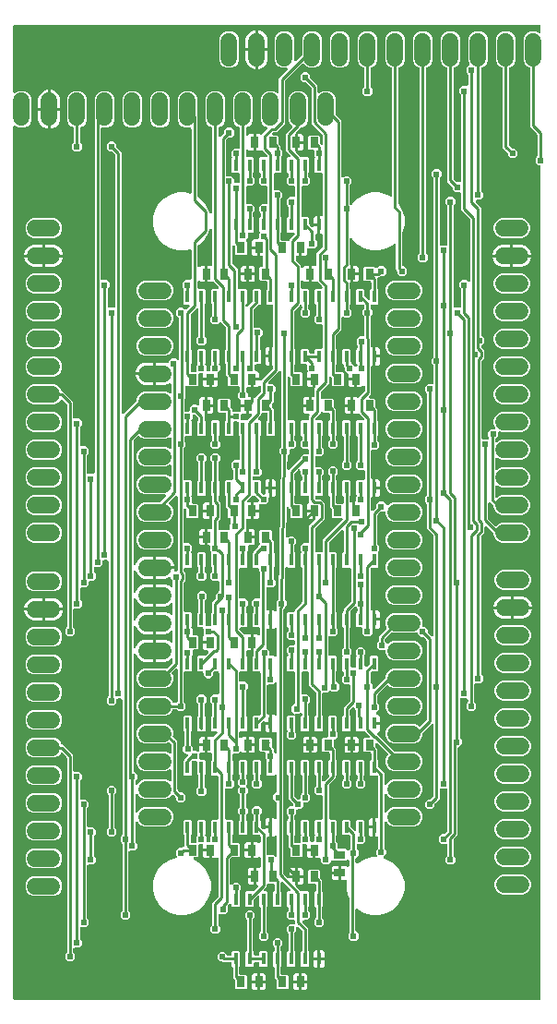
<source format=gbr>
G04 EAGLE Gerber RS-274X export*
G75*
%MOMM*%
%FSLAX34Y34*%
%LPD*%
%INTop Copper*%
%IPPOS*%
%AMOC8*
5,1,8,0,0,1.08239X$1,22.5*%
G01*
G04 Define Apertures*
%ADD10C,1.524000*%
%ADD11R,0.457200X1.117600*%
%ADD12R,0.798700X0.973900*%
%ADD13R,0.973900X0.798700*%
%ADD14C,0.254000*%
%ADD15C,0.604000*%
G36*
X495035Y11531D02*
X494540Y11430D01*
X12700Y11430D01*
X12242Y11515D01*
X11816Y11788D01*
X11531Y12205D01*
X11430Y12700D01*
X11430Y811788D01*
X11508Y812227D01*
X11774Y812657D01*
X12186Y812950D01*
X12680Y813058D01*
X13177Y812966D01*
X13598Y812686D01*
X13870Y812414D01*
X17231Y811022D01*
X20869Y811022D01*
X24230Y812414D01*
X26802Y814986D01*
X28194Y818347D01*
X28194Y837225D01*
X26802Y840586D01*
X24230Y843158D01*
X20869Y844550D01*
X17231Y844550D01*
X13870Y843158D01*
X13598Y842886D01*
X13232Y842631D01*
X12740Y842514D01*
X12242Y842599D01*
X11816Y842871D01*
X11531Y843288D01*
X11430Y843784D01*
X11430Y904240D01*
X11515Y904698D01*
X11788Y905124D01*
X12205Y905409D01*
X12700Y905510D01*
X494540Y905510D01*
X494998Y905425D01*
X495424Y905152D01*
X495709Y904735D01*
X495810Y904240D01*
X495810Y899227D01*
X495728Y898778D01*
X495459Y898350D01*
X495045Y898061D01*
X494550Y897957D01*
X494054Y898053D01*
X490769Y899414D01*
X487131Y899414D01*
X483770Y898022D01*
X481198Y895450D01*
X479806Y892089D01*
X479806Y873211D01*
X481198Y869850D01*
X483770Y867278D01*
X485372Y866615D01*
X485770Y866354D01*
X486055Y865937D01*
X486156Y865441D01*
X486156Y811643D01*
X492134Y805665D01*
X492405Y805262D01*
X492506Y804767D01*
X492506Y785208D01*
X492413Y784732D01*
X492134Y784310D01*
X490756Y782932D01*
X490756Y779168D01*
X493418Y776506D01*
X494540Y776506D01*
X494998Y776421D01*
X495424Y776148D01*
X495709Y775731D01*
X495810Y775236D01*
X495810Y12700D01*
X495725Y12242D01*
X495452Y11816D01*
X495035Y11531D01*
G37*
%LPC*%
G36*
X224790Y883920D02*
X233680Y883920D01*
X233680Y900430D01*
X232929Y900430D01*
X229195Y898883D01*
X226337Y896025D01*
X224790Y892291D01*
X224790Y883920D01*
G37*
G36*
X236220Y883920D02*
X245110Y883920D01*
X245110Y892291D01*
X243563Y896025D01*
X240705Y898883D01*
X236971Y900430D01*
X236220Y900430D01*
X236220Y883920D01*
G37*
G36*
X410868Y135156D02*
X414632Y135156D01*
X417294Y137818D01*
X417294Y141582D01*
X415916Y142960D01*
X415645Y143363D01*
X415544Y143858D01*
X415544Y157669D01*
X415637Y158146D01*
X415916Y158567D01*
X419608Y162259D01*
X419608Y241836D01*
X419693Y242294D01*
X419966Y242720D01*
X420265Y242925D01*
X423108Y245768D01*
X423108Y249532D01*
X421730Y250910D01*
X421459Y251313D01*
X421358Y251808D01*
X421358Y286700D01*
X421436Y287139D01*
X421702Y287569D01*
X422114Y287861D01*
X422608Y287970D01*
X423105Y287877D01*
X423526Y287598D01*
X423568Y287556D01*
X427736Y287556D01*
X428194Y287471D01*
X428620Y287198D01*
X428905Y286781D01*
X429006Y286286D01*
X429006Y284828D01*
X428913Y284352D01*
X428634Y283930D01*
X427256Y282552D01*
X427256Y278788D01*
X429918Y276126D01*
X433682Y276126D01*
X436344Y278788D01*
X436344Y282552D01*
X434966Y283930D01*
X434695Y284333D01*
X434594Y284828D01*
X434594Y300256D01*
X434679Y300714D01*
X434952Y301140D01*
X435369Y301425D01*
X435864Y301526D01*
X440032Y301526D01*
X442694Y304188D01*
X442694Y307952D01*
X441316Y309330D01*
X441045Y309733D01*
X440944Y310228D01*
X440944Y435733D01*
X441037Y436210D01*
X441316Y436631D01*
X443936Y439251D01*
X443936Y444528D01*
X444014Y444967D01*
X444280Y445397D01*
X444692Y445689D01*
X445186Y445797D01*
X445683Y445705D01*
X446104Y445426D01*
X452004Y439526D01*
X452275Y439123D01*
X452376Y438628D01*
X452376Y437601D01*
X453768Y434240D01*
X456340Y431668D01*
X459701Y430276D01*
X478579Y430276D01*
X481940Y431668D01*
X484512Y434240D01*
X485904Y437601D01*
X485904Y441239D01*
X484512Y444600D01*
X481940Y447172D01*
X478579Y448564D01*
X459701Y448564D01*
X456340Y447172D01*
X455198Y446030D01*
X454814Y445767D01*
X454321Y445658D01*
X453824Y445751D01*
X453402Y446030D01*
X447666Y451766D01*
X447395Y452169D01*
X447294Y452664D01*
X447294Y466439D01*
X447372Y466878D01*
X447638Y467308D01*
X448050Y467600D01*
X448544Y467708D01*
X449041Y467616D01*
X449462Y467337D01*
X452004Y464795D01*
X452275Y464392D01*
X452376Y463897D01*
X452376Y463001D01*
X453768Y459640D01*
X456340Y457068D01*
X459701Y455676D01*
X478579Y455676D01*
X481940Y457068D01*
X484512Y459640D01*
X485904Y463001D01*
X485904Y466639D01*
X484512Y470000D01*
X481940Y472572D01*
X478579Y473964D01*
X459701Y473964D01*
X456340Y472572D01*
X456068Y472300D01*
X455702Y472045D01*
X455210Y471928D01*
X454712Y472013D01*
X454286Y472285D01*
X454001Y472702D01*
X453900Y473198D01*
X453900Y481842D01*
X453978Y482281D01*
X454244Y482711D01*
X454656Y483004D01*
X455150Y483112D01*
X455647Y483020D01*
X456068Y482740D01*
X456340Y482468D01*
X459701Y481076D01*
X478579Y481076D01*
X481940Y482468D01*
X484512Y485040D01*
X485904Y488401D01*
X485904Y492039D01*
X484512Y495400D01*
X481940Y497972D01*
X478579Y499364D01*
X459701Y499364D01*
X456340Y497972D01*
X456068Y497700D01*
X455702Y497445D01*
X455210Y497328D01*
X454712Y497413D01*
X454286Y497685D01*
X454001Y498102D01*
X453900Y498598D01*
X453900Y507242D01*
X453978Y507681D01*
X454244Y508111D01*
X454656Y508404D01*
X455150Y508512D01*
X455647Y508420D01*
X456068Y508140D01*
X456340Y507868D01*
X459701Y506476D01*
X478579Y506476D01*
X481940Y507868D01*
X484512Y510440D01*
X485904Y513801D01*
X485904Y517439D01*
X484512Y520800D01*
X481940Y523372D01*
X478579Y524764D01*
X459701Y524764D01*
X456340Y523372D01*
X456068Y523100D01*
X455702Y522845D01*
X455210Y522728D01*
X454712Y522813D01*
X454286Y523085D01*
X454001Y523502D01*
X453900Y523998D01*
X453900Y524600D01*
X453993Y525077D01*
X454272Y525498D01*
X456608Y527834D01*
X456608Y531257D01*
X456690Y531705D01*
X456959Y532133D01*
X457373Y532422D01*
X457868Y532527D01*
X458364Y532430D01*
X459701Y531876D01*
X478579Y531876D01*
X481940Y533268D01*
X484512Y535840D01*
X485904Y539201D01*
X485904Y542839D01*
X484512Y546200D01*
X481940Y548772D01*
X478579Y550164D01*
X459701Y550164D01*
X456340Y548772D01*
X453768Y546200D01*
X452376Y542839D01*
X452376Y539201D01*
X453695Y536017D01*
X453791Y535571D01*
X453706Y535073D01*
X453434Y534647D01*
X453017Y534361D01*
X452522Y534261D01*
X450182Y534261D01*
X447520Y531599D01*
X447520Y527834D01*
X447940Y527414D01*
X448211Y527012D01*
X448312Y526516D01*
X448312Y526380D01*
X448234Y525941D01*
X447968Y525511D01*
X447556Y525219D01*
X447062Y525110D01*
X446565Y525203D01*
X446504Y525244D01*
X442750Y525244D01*
X442292Y525329D01*
X441866Y525602D01*
X441581Y526019D01*
X441480Y526514D01*
X441480Y596702D01*
X441573Y597179D01*
X441852Y597600D01*
X443936Y599684D01*
X443936Y606816D01*
X441316Y609436D01*
X441045Y609838D01*
X440944Y610334D01*
X440944Y610550D01*
X441037Y611026D01*
X441316Y611448D01*
X443936Y614068D01*
X443936Y617832D01*
X441316Y620452D01*
X441045Y620855D01*
X440944Y621350D01*
X440944Y737757D01*
X436113Y742588D01*
X435858Y742954D01*
X435742Y743446D01*
X435827Y743944D01*
X436099Y744370D01*
X436516Y744655D01*
X437011Y744756D01*
X440032Y744756D01*
X442694Y747418D01*
X442694Y751182D01*
X441316Y752560D01*
X441045Y752963D01*
X440944Y753458D01*
X440944Y865441D01*
X441033Y865909D01*
X441309Y866332D01*
X441728Y866615D01*
X443330Y867278D01*
X445902Y869850D01*
X447294Y873211D01*
X447294Y892089D01*
X445902Y895450D01*
X443330Y898022D01*
X439969Y899414D01*
X436331Y899414D01*
X432970Y898022D01*
X430398Y895450D01*
X429006Y892089D01*
X429006Y873211D01*
X430432Y869767D01*
X430529Y869302D01*
X430436Y868805D01*
X430157Y868383D01*
X427256Y865482D01*
X427256Y861718D01*
X428634Y860340D01*
X428905Y859937D01*
X429006Y859442D01*
X429006Y850364D01*
X428921Y849906D01*
X428648Y849480D01*
X428231Y849195D01*
X427736Y849094D01*
X423568Y849094D01*
X420906Y846432D01*
X420906Y842668D01*
X422284Y841290D01*
X422555Y840887D01*
X422656Y840392D01*
X422656Y762198D01*
X422571Y761740D01*
X422298Y761314D01*
X421881Y761029D01*
X421386Y760928D01*
X419033Y760928D01*
X418557Y761021D01*
X418135Y761300D01*
X415916Y763519D01*
X415645Y763922D01*
X415544Y764417D01*
X415544Y865441D01*
X415633Y865909D01*
X415909Y866332D01*
X416328Y866615D01*
X417930Y867278D01*
X420502Y869850D01*
X421894Y873211D01*
X421894Y892089D01*
X420502Y895450D01*
X417930Y898022D01*
X414569Y899414D01*
X410931Y899414D01*
X407570Y898022D01*
X404998Y895450D01*
X403606Y892089D01*
X403606Y873211D01*
X404998Y869850D01*
X407570Y867278D01*
X409172Y866615D01*
X409570Y866354D01*
X409855Y865937D01*
X409956Y865441D01*
X409956Y761577D01*
X414184Y757349D01*
X414455Y756946D01*
X414556Y756451D01*
X414556Y754502D01*
X417218Y751840D01*
X421386Y751840D01*
X421844Y751755D01*
X422270Y751482D01*
X422555Y751065D01*
X422656Y750570D01*
X422656Y735443D01*
X430412Y727687D01*
X430683Y727284D01*
X430784Y726789D01*
X430784Y670908D01*
X430706Y670469D01*
X430440Y670039D01*
X430028Y669747D01*
X429534Y669638D01*
X429037Y669731D01*
X428616Y670010D01*
X427332Y671294D01*
X423568Y671294D01*
X420906Y668632D01*
X420906Y664868D01*
X422284Y663490D01*
X422555Y663087D01*
X422656Y662592D01*
X422656Y647164D01*
X422571Y646706D01*
X422298Y646280D01*
X421881Y645995D01*
X421386Y645894D01*
X416814Y645894D01*
X416356Y645979D01*
X415930Y646252D01*
X415645Y646669D01*
X415544Y647164D01*
X415544Y738792D01*
X415637Y739268D01*
X415916Y739690D01*
X417294Y741068D01*
X417294Y744832D01*
X414632Y747494D01*
X410868Y747494D01*
X408206Y744832D01*
X408206Y741068D01*
X409584Y739690D01*
X409855Y739287D01*
X409956Y738792D01*
X409956Y704314D01*
X409871Y703856D01*
X409598Y703430D01*
X409181Y703145D01*
X408686Y703044D01*
X404114Y703044D01*
X403656Y703129D01*
X403230Y703402D01*
X402945Y703819D01*
X402844Y704314D01*
X402844Y764192D01*
X402937Y764668D01*
X403216Y765090D01*
X404594Y766468D01*
X404594Y770232D01*
X401932Y772894D01*
X398168Y772894D01*
X395506Y770232D01*
X395506Y766468D01*
X396884Y765090D01*
X397155Y764687D01*
X397256Y764192D01*
X397256Y601058D01*
X397163Y600582D01*
X396884Y600160D01*
X395506Y598782D01*
X395506Y595018D01*
X396884Y593640D01*
X397155Y593237D01*
X397256Y592742D01*
X397256Y577314D01*
X397171Y576856D01*
X396898Y576430D01*
X396481Y576145D01*
X395986Y576044D01*
X391818Y576044D01*
X389156Y573382D01*
X389156Y569618D01*
X390534Y568240D01*
X390805Y567837D01*
X390906Y567342D01*
X390906Y474058D01*
X390813Y473582D01*
X390534Y473160D01*
X389156Y471782D01*
X389156Y468018D01*
X390534Y466640D01*
X390805Y466237D01*
X390906Y465742D01*
X390906Y443343D01*
X396884Y437365D01*
X397155Y436962D01*
X397256Y436467D01*
X397256Y345825D01*
X397178Y345387D01*
X396912Y344956D01*
X396500Y344664D01*
X396006Y344556D01*
X395509Y344648D01*
X395088Y344927D01*
X392266Y347749D01*
X391995Y348152D01*
X391894Y348647D01*
X391894Y350596D01*
X389232Y353258D01*
X387892Y353258D01*
X387444Y353340D01*
X387016Y353609D01*
X386727Y354023D01*
X386622Y354518D01*
X386719Y355014D01*
X386734Y355051D01*
X386734Y358689D01*
X385342Y362050D01*
X382770Y364622D01*
X379409Y366014D01*
X360531Y366014D01*
X357170Y364622D01*
X354598Y362050D01*
X353206Y358689D01*
X353206Y355051D01*
X354124Y352834D01*
X354221Y352369D01*
X354128Y351872D01*
X353849Y351450D01*
X346936Y344537D01*
X346936Y340708D01*
X346843Y340232D01*
X346564Y339810D01*
X345186Y338432D01*
X345186Y334668D01*
X347848Y332006D01*
X351936Y332006D01*
X352394Y331921D01*
X352820Y331648D01*
X353105Y331231D01*
X353206Y330736D01*
X353206Y329651D01*
X354598Y326290D01*
X357170Y323718D01*
X360531Y322326D01*
X379409Y322326D01*
X382770Y323718D01*
X385342Y326290D01*
X386734Y329651D01*
X386734Y333289D01*
X385342Y336650D01*
X382770Y339222D01*
X379409Y340614D01*
X360531Y340614D01*
X357170Y339222D01*
X356225Y338277D01*
X355841Y338014D01*
X355348Y337905D01*
X354851Y337998D01*
X354429Y338277D01*
X352896Y339810D01*
X352625Y340213D01*
X352524Y340708D01*
X352524Y341697D01*
X352617Y342173D01*
X352896Y342595D01*
X358161Y347859D01*
X358554Y348127D01*
X359049Y348231D01*
X359545Y348135D01*
X360531Y347726D01*
X379409Y347726D01*
X381050Y348406D01*
X381496Y348502D01*
X381994Y348417D01*
X382420Y348145D01*
X382705Y347728D01*
X382806Y347232D01*
X382806Y346832D01*
X385468Y344170D01*
X387417Y344170D01*
X387893Y344077D01*
X388315Y343798D01*
X390534Y341579D01*
X390805Y341176D01*
X390906Y340681D01*
X390906Y268383D01*
X390813Y267907D01*
X390534Y267485D01*
X385318Y262269D01*
X384934Y262006D01*
X384440Y261898D01*
X383944Y261990D01*
X383522Y262269D01*
X382770Y263022D01*
X379409Y264414D01*
X360531Y264414D01*
X357170Y263022D01*
X354598Y260450D01*
X353206Y257089D01*
X353206Y253451D01*
X354598Y250090D01*
X357170Y247518D01*
X360531Y246126D01*
X379409Y246126D01*
X382770Y247518D01*
X385342Y250090D01*
X386734Y253451D01*
X386734Y255257D01*
X386827Y255733D01*
X387106Y256155D01*
X395088Y264137D01*
X395454Y264392D01*
X395946Y264508D01*
X396444Y264423D01*
X396870Y264151D01*
X397155Y263734D01*
X397256Y263239D01*
X397256Y198533D01*
X397163Y198057D01*
X396884Y197635D01*
X394665Y195416D01*
X394262Y195145D01*
X393767Y195044D01*
X391818Y195044D01*
X389156Y192382D01*
X389156Y188618D01*
X391818Y185956D01*
X395582Y185956D01*
X398244Y188618D01*
X398244Y190567D01*
X398337Y191043D01*
X398616Y191465D01*
X402844Y195693D01*
X402844Y203736D01*
X402929Y204194D01*
X403202Y204620D01*
X403619Y204905D01*
X404114Y205006D01*
X408686Y205006D01*
X409144Y204921D01*
X409570Y204648D01*
X409855Y204231D01*
X409956Y203736D01*
X409956Y166783D01*
X409863Y166307D01*
X409584Y165885D01*
X407365Y163666D01*
X406962Y163395D01*
X406467Y163294D01*
X404518Y163294D01*
X401856Y160632D01*
X401856Y156868D01*
X404518Y154206D01*
X408686Y154206D01*
X409144Y154121D01*
X409570Y153848D01*
X409855Y153431D01*
X409956Y152936D01*
X409956Y143858D01*
X409863Y143382D01*
X409584Y142960D01*
X408206Y141582D01*
X408206Y137818D01*
X410868Y135156D01*
G37*
G36*
X263783Y41656D02*
X269617Y41656D01*
X270510Y42549D01*
X270510Y54987D01*
X269866Y55631D01*
X269595Y56034D01*
X269494Y56529D01*
X269494Y72042D01*
X269587Y72518D01*
X269866Y72940D01*
X271244Y74318D01*
X271244Y77339D01*
X271322Y77778D01*
X271588Y78208D01*
X272000Y78500D01*
X272494Y78608D01*
X272991Y78516D01*
X273412Y78237D01*
X276234Y75415D01*
X276505Y75012D01*
X276606Y74517D01*
X276606Y56529D01*
X276513Y56053D01*
X276234Y55631D01*
X275590Y54987D01*
X275590Y42549D01*
X276483Y41656D01*
X282317Y41656D01*
X283210Y42549D01*
X283210Y54987D01*
X282566Y55631D01*
X282295Y56034D01*
X282194Y56529D01*
X282194Y77357D01*
X277363Y82188D01*
X277108Y82554D01*
X276992Y83046D01*
X277077Y83544D01*
X277349Y83970D01*
X277766Y84255D01*
X278261Y84356D01*
X281282Y84356D01*
X283944Y87018D01*
X283944Y90782D01*
X282566Y92160D01*
X282295Y92563D01*
X282194Y93058D01*
X282194Y95871D01*
X282287Y96347D01*
X282566Y96769D01*
X283210Y97413D01*
X283210Y109851D01*
X282317Y110744D01*
X276093Y110744D01*
X275944Y110711D01*
X275447Y110804D01*
X275026Y111083D01*
X271226Y114882D01*
X270971Y115248D01*
X270855Y115740D01*
X270940Y116238D01*
X271053Y116416D01*
X269978Y116416D01*
X269978Y123190D01*
X264080Y123190D01*
X264080Y123385D01*
X263958Y123299D01*
X263465Y123190D01*
X262968Y123283D01*
X262546Y123562D01*
X259452Y126657D01*
X259181Y127059D01*
X259080Y127555D01*
X259080Y368300D01*
X259173Y368777D01*
X259452Y369198D01*
X260604Y370350D01*
X260604Y370492D01*
X260697Y370968D01*
X260976Y371390D01*
X262354Y372768D01*
X262354Y376532D01*
X261051Y377835D01*
X260771Y378259D01*
X260679Y378756D01*
X261197Y407213D01*
X261275Y407629D01*
X261540Y408059D01*
X261952Y408352D01*
X262446Y408460D01*
X262943Y408368D01*
X263364Y408088D01*
X263783Y407670D01*
X269617Y407670D01*
X270510Y408563D01*
X270510Y421001D01*
X269866Y421645D01*
X269595Y422048D01*
X269494Y422543D01*
X269494Y427642D01*
X269587Y428118D01*
X269866Y428540D01*
X271244Y429918D01*
X271244Y433682D01*
X268582Y436344D01*
X264818Y436344D01*
X263894Y435420D01*
X263507Y435156D01*
X263013Y435048D01*
X262517Y435142D01*
X262096Y435422D01*
X261818Y435844D01*
X261726Y436341D01*
X262189Y461805D01*
X262267Y462221D01*
X262533Y462651D01*
X262945Y462943D01*
X263439Y463052D01*
X263936Y462959D01*
X264357Y462680D01*
X265359Y461678D01*
X265630Y461275D01*
X265731Y460780D01*
X265731Y454239D01*
X266623Y453347D01*
X275873Y453347D01*
X276766Y454239D01*
X276766Y465241D01*
X275873Y466134D01*
X270764Y466134D01*
X270306Y466219D01*
X269880Y466491D01*
X269595Y466908D01*
X269494Y467404D01*
X269494Y472807D01*
X269587Y473283D01*
X269866Y473705D01*
X270510Y474349D01*
X270510Y486787D01*
X269866Y487431D01*
X269595Y487834D01*
X269494Y488329D01*
X269494Y493617D01*
X269587Y494093D01*
X269866Y494515D01*
X272688Y497337D01*
X273054Y497592D01*
X273546Y497708D01*
X274044Y497623D01*
X274470Y497351D01*
X274755Y496934D01*
X274856Y496439D01*
X274856Y493418D01*
X276234Y492040D01*
X276505Y491637D01*
X276606Y491142D01*
X276606Y488329D01*
X276513Y487853D01*
X276234Y487431D01*
X275590Y486787D01*
X275590Y474349D01*
X276483Y473456D01*
X281686Y473456D01*
X282144Y473371D01*
X282570Y473098D01*
X282855Y472681D01*
X282956Y472186D01*
X282956Y468399D01*
X283002Y468191D01*
X282909Y467694D01*
X282630Y467273D01*
X281019Y465662D01*
X281019Y461010D01*
X288822Y461010D01*
X288822Y451696D01*
X287639Y451696D01*
X287725Y451574D01*
X287833Y451081D01*
X287740Y450584D01*
X287461Y450162D01*
X282956Y445657D01*
X282956Y431264D01*
X282871Y430806D01*
X282598Y430380D01*
X282181Y430095D01*
X281686Y429994D01*
X277518Y429994D01*
X274856Y427332D01*
X274856Y423568D01*
X275608Y422816D01*
X275872Y422431D01*
X275980Y421938D01*
X275887Y421441D01*
X275608Y421020D01*
X275590Y421001D01*
X275590Y408563D01*
X276234Y407919D01*
X276505Y407516D01*
X276606Y407021D01*
X276606Y376333D01*
X276513Y375857D01*
X276234Y375435D01*
X270256Y369457D01*
X270256Y368300D01*
X270171Y367842D01*
X269898Y367416D01*
X269481Y367131D01*
X268986Y367030D01*
X263783Y367030D01*
X262890Y366137D01*
X262890Y353699D01*
X263534Y353055D01*
X263805Y352652D01*
X263906Y352157D01*
X263906Y349598D01*
X263813Y349122D01*
X263534Y348700D01*
X262156Y347322D01*
X262156Y343558D01*
X264818Y340896D01*
X268986Y340896D01*
X269444Y340811D01*
X269870Y340538D01*
X270155Y340121D01*
X270256Y339626D01*
X270256Y337820D01*
X270171Y337362D01*
X269898Y336936D01*
X269481Y336651D01*
X268986Y336550D01*
X264818Y336550D01*
X262156Y333888D01*
X262156Y330124D01*
X263534Y328746D01*
X263805Y328343D01*
X263906Y327848D01*
X263906Y327293D01*
X263813Y326817D01*
X263534Y326395D01*
X262890Y325751D01*
X262890Y313313D01*
X263783Y312420D01*
X268986Y312420D01*
X269444Y312335D01*
X269870Y312062D01*
X270155Y311645D01*
X270256Y311150D01*
X270256Y283558D01*
X270163Y283082D01*
X269884Y282660D01*
X267170Y279946D01*
X267170Y276182D01*
X269403Y273948D01*
X269658Y273582D01*
X269774Y273090D01*
X269690Y272592D01*
X269417Y272166D01*
X269000Y271881D01*
X268505Y271780D01*
X263783Y271780D01*
X262890Y270887D01*
X262890Y258449D01*
X262908Y258431D01*
X263172Y258046D01*
X263280Y257553D01*
X263187Y257056D01*
X262908Y256634D01*
X262156Y255882D01*
X262156Y252118D01*
X264818Y249456D01*
X268582Y249456D01*
X271244Y252118D01*
X271244Y255882D01*
X270492Y256634D01*
X270228Y257019D01*
X270120Y257512D01*
X270213Y258009D01*
X270492Y258431D01*
X270510Y258449D01*
X270510Y270887D01*
X270046Y271352D01*
X269791Y271717D01*
X269674Y272209D01*
X269759Y272708D01*
X270031Y273133D01*
X270448Y273419D01*
X270944Y273520D01*
X273596Y273520D01*
X274438Y274362D01*
X274804Y274617D01*
X275296Y274733D01*
X275794Y274648D01*
X276220Y274376D01*
X276505Y273959D01*
X276606Y273464D01*
X276606Y272429D01*
X276513Y271953D01*
X276234Y271531D01*
X275590Y270887D01*
X275590Y258449D01*
X276483Y257556D01*
X282317Y257556D01*
X283210Y258449D01*
X283210Y270887D01*
X282566Y271531D01*
X282295Y271934D01*
X282194Y272429D01*
X282194Y282664D01*
X282287Y283140D01*
X282566Y283562D01*
X283944Y284940D01*
X283944Y288704D01*
X281282Y291366D01*
X277114Y291366D01*
X276656Y291451D01*
X276230Y291724D01*
X275945Y292141D01*
X275844Y292636D01*
X275844Y311150D01*
X275929Y311608D01*
X276202Y312034D01*
X276619Y312319D01*
X277114Y312420D01*
X281686Y312420D01*
X282144Y312335D01*
X282570Y312062D01*
X282855Y311645D01*
X282956Y311150D01*
X282956Y299898D01*
X288934Y293920D01*
X289205Y293517D01*
X289306Y293022D01*
X289306Y272429D01*
X289213Y271953D01*
X288934Y271531D01*
X288290Y270887D01*
X288290Y258449D01*
X289183Y257556D01*
X295017Y257556D01*
X295910Y258449D01*
X295910Y270887D01*
X295266Y271531D01*
X294995Y271934D01*
X294894Y272429D01*
X294894Y291700D01*
X294979Y292158D01*
X295252Y292583D01*
X295669Y292869D01*
X296164Y292970D01*
X299396Y292970D01*
X301334Y294908D01*
X301718Y295171D01*
X302212Y295280D01*
X302709Y295187D01*
X303130Y294908D01*
X304132Y293906D01*
X307896Y293906D01*
X310558Y296568D01*
X310558Y300332D01*
X307966Y302924D01*
X307695Y303327D01*
X307594Y303822D01*
X307594Y311771D01*
X307687Y312247D01*
X307966Y312669D01*
X308610Y313313D01*
X308610Y325751D01*
X307717Y326644D01*
X301978Y326644D01*
X301520Y326729D01*
X301094Y327002D01*
X300809Y327419D01*
X300708Y327914D01*
X300708Y343850D01*
X300786Y344289D01*
X301052Y344719D01*
X301464Y345011D01*
X301958Y345120D01*
X302455Y345027D01*
X302876Y344748D01*
X302918Y344706D01*
X306682Y344706D01*
X309344Y347368D01*
X309344Y351132D01*
X308592Y351884D01*
X308328Y352269D01*
X308220Y352762D01*
X308313Y353259D01*
X308592Y353681D01*
X308610Y353699D01*
X308610Y366137D01*
X307966Y366781D01*
X307695Y367184D01*
X307594Y367679D01*
X307594Y407021D01*
X307687Y407497D01*
X307966Y407919D01*
X308610Y408563D01*
X308610Y421001D01*
X307717Y421894D01*
X302514Y421894D01*
X302056Y421979D01*
X301630Y422252D01*
X301345Y422669D01*
X301244Y423164D01*
X301244Y430314D01*
X301337Y430791D01*
X301616Y431212D01*
X312538Y442134D01*
X312904Y442389D01*
X313396Y442506D01*
X313894Y442421D01*
X314320Y442148D01*
X314605Y441732D01*
X314706Y441236D01*
X314706Y422543D01*
X314613Y422067D01*
X314334Y421645D01*
X313690Y421001D01*
X313690Y408563D01*
X314583Y407670D01*
X320322Y407670D01*
X320780Y407585D01*
X321206Y407312D01*
X321491Y406895D01*
X321592Y406400D01*
X321592Y376869D01*
X321499Y376393D01*
X321220Y375971D01*
X314706Y369457D01*
X314706Y367679D01*
X314613Y367203D01*
X314334Y366781D01*
X313690Y366137D01*
X313690Y353699D01*
X314334Y353055D01*
X314605Y352652D01*
X314706Y352157D01*
X314706Y334358D01*
X314613Y333882D01*
X314334Y333460D01*
X312956Y332082D01*
X312956Y328318D01*
X313708Y327566D01*
X313972Y327181D01*
X314080Y326688D01*
X313987Y326191D01*
X313708Y325770D01*
X313690Y325751D01*
X313690Y313313D01*
X314334Y312669D01*
X314605Y312266D01*
X314706Y311771D01*
X314706Y308958D01*
X314613Y308482D01*
X314334Y308060D01*
X312956Y306682D01*
X312956Y302918D01*
X315618Y300256D01*
X319786Y300256D01*
X320244Y300171D01*
X320670Y299898D01*
X320955Y299481D01*
X321056Y298986D01*
X321056Y286325D01*
X320963Y285849D01*
X320684Y285427D01*
X314706Y279449D01*
X314706Y272429D01*
X314613Y271953D01*
X314334Y271531D01*
X313690Y270887D01*
X313690Y258449D01*
X314583Y257556D01*
X320417Y257556D01*
X321310Y258449D01*
X321310Y270887D01*
X320666Y271531D01*
X320395Y271934D01*
X320294Y272429D01*
X320294Y276608D01*
X320387Y277085D01*
X320666Y277506D01*
X322269Y279109D01*
X322653Y279372D01*
X323146Y279481D01*
X323643Y279388D01*
X324065Y279109D01*
X325349Y277825D01*
X325621Y277422D01*
X325721Y276927D01*
X325721Y269833D01*
X326018Y269536D01*
X326289Y269133D01*
X326390Y268638D01*
X326390Y258449D01*
X327283Y257556D01*
X333507Y257556D01*
X333656Y257589D01*
X334153Y257496D01*
X334574Y257217D01*
X338120Y253672D01*
X338375Y253306D01*
X338491Y252814D01*
X338406Y252316D01*
X338134Y251890D01*
X337717Y251604D01*
X337222Y251504D01*
X333727Y251504D01*
X332835Y250611D01*
X332835Y239609D01*
X333727Y238717D01*
X338836Y238717D01*
X339294Y238631D01*
X339720Y238359D01*
X340005Y237942D01*
X340106Y237447D01*
X340106Y232043D01*
X340013Y231567D01*
X339734Y231145D01*
X339090Y230501D01*
X339090Y218063D01*
X339983Y217170D01*
X345186Y217170D01*
X345644Y217085D01*
X346070Y216812D01*
X346355Y216395D01*
X346456Y215900D01*
X346456Y178816D01*
X346371Y178358D01*
X346098Y177932D01*
X345681Y177647D01*
X345186Y177546D01*
X344170Y177546D01*
X344170Y161290D01*
X345186Y161290D01*
X345644Y161205D01*
X346070Y160932D01*
X346355Y160515D01*
X346456Y160020D01*
X346456Y150942D01*
X346363Y150466D01*
X346084Y150044D01*
X344706Y148666D01*
X344706Y144902D01*
X345455Y144153D01*
X345710Y143787D01*
X345826Y143295D01*
X345741Y142797D01*
X345469Y142371D01*
X345052Y142086D01*
X344557Y141985D01*
X340692Y141985D01*
X333974Y140185D01*
X327951Y136707D01*
X327796Y136552D01*
X327430Y136297D01*
X326938Y136181D01*
X326440Y136266D01*
X326014Y136538D01*
X325729Y136955D01*
X325628Y137451D01*
X325628Y140876D01*
X325721Y141352D01*
X326000Y141774D01*
X328394Y144168D01*
X328394Y147932D01*
X327016Y149310D01*
X326745Y149713D01*
X326644Y150208D01*
X326644Y152936D01*
X326729Y153394D01*
X327002Y153820D01*
X327419Y154105D01*
X327914Y154206D01*
X332082Y154206D01*
X334744Y156868D01*
X334744Y160632D01*
X333992Y161384D01*
X333728Y161769D01*
X333620Y162262D01*
X333713Y162759D01*
X333992Y163181D01*
X334010Y163199D01*
X334010Y175637D01*
X333117Y176530D01*
X327283Y176530D01*
X326390Y175637D01*
X326390Y167545D01*
X326312Y167107D01*
X326046Y166676D01*
X325634Y166384D01*
X325140Y166276D01*
X324643Y166368D01*
X324222Y166647D01*
X321682Y169187D01*
X321411Y169590D01*
X321310Y170085D01*
X321310Y175637D01*
X320417Y176530D01*
X314583Y176530D01*
X313690Y175637D01*
X313690Y163199D01*
X314583Y162306D01*
X319786Y162306D01*
X320244Y162221D01*
X320670Y161948D01*
X320955Y161531D01*
X321056Y161036D01*
X321056Y150208D01*
X320963Y149732D01*
X320684Y149310D01*
X319690Y148316D01*
X319306Y148053D01*
X318812Y147944D01*
X318315Y148037D01*
X317894Y148316D01*
X316651Y149560D01*
X310614Y149560D01*
X310156Y149645D01*
X309730Y149917D01*
X309445Y150334D01*
X309344Y150830D01*
X309344Y154282D01*
X307966Y155660D01*
X307695Y156063D01*
X307594Y156558D01*
X307594Y161657D01*
X307687Y162133D01*
X307966Y162555D01*
X308610Y163199D01*
X308610Y175637D01*
X307717Y176530D01*
X302514Y176530D01*
X302056Y176615D01*
X301630Y176888D01*
X301345Y177305D01*
X301244Y177800D01*
X301244Y207867D01*
X301337Y208343D01*
X301616Y208765D01*
X307594Y214743D01*
X307594Y216521D01*
X307687Y216997D01*
X307966Y217419D01*
X308610Y218063D01*
X308610Y230501D01*
X307966Y231145D01*
X307695Y231548D01*
X307594Y232043D01*
X307594Y241719D01*
X306141Y243172D01*
X305870Y243575D01*
X305770Y244070D01*
X305770Y248710D01*
X305855Y249167D01*
X306127Y249593D01*
X306544Y249879D01*
X306591Y249888D01*
X309344Y252641D01*
X309344Y256406D01*
X308854Y256896D01*
X308590Y257280D01*
X308482Y257774D01*
X308574Y258271D01*
X308610Y258325D01*
X308610Y270887D01*
X307717Y271780D01*
X301883Y271780D01*
X300990Y270887D01*
X300990Y258337D01*
X301010Y258308D01*
X301118Y257814D01*
X301026Y257318D01*
X300747Y256896D01*
X300256Y256406D01*
X300256Y252774D01*
X300171Y252316D01*
X299898Y251890D01*
X299481Y251604D01*
X298986Y251504D01*
X295627Y251504D01*
X294735Y250611D01*
X294735Y239609D01*
X295627Y238717D01*
X300736Y238717D01*
X301194Y238631D01*
X301620Y238359D01*
X301905Y237942D01*
X302006Y237447D01*
X302006Y232043D01*
X301913Y231567D01*
X301634Y231145D01*
X300990Y230501D01*
X300990Y218063D01*
X301103Y217950D01*
X301366Y217566D01*
X301475Y217072D01*
X301382Y216575D01*
X301103Y216154D01*
X297062Y212113D01*
X296696Y211858D01*
X296204Y211742D01*
X295706Y211827D01*
X295280Y212099D01*
X294995Y212516D01*
X294894Y213011D01*
X294894Y216521D01*
X294987Y216997D01*
X295266Y217419D01*
X295910Y218063D01*
X295910Y230501D01*
X295017Y231394D01*
X289183Y231394D01*
X288290Y230501D01*
X288290Y218063D01*
X288934Y217419D01*
X289205Y217016D01*
X289306Y216521D01*
X289306Y207358D01*
X289213Y206882D01*
X288934Y206460D01*
X287556Y205082D01*
X287556Y201318D01*
X290218Y198656D01*
X294386Y198656D01*
X294844Y198571D01*
X295270Y198298D01*
X295555Y197881D01*
X295656Y197386D01*
X295656Y177800D01*
X295571Y177342D01*
X295298Y176916D01*
X294881Y176631D01*
X294386Y176530D01*
X289183Y176530D01*
X288290Y175637D01*
X288290Y163199D01*
X288308Y163181D01*
X288572Y162796D01*
X288680Y162303D01*
X288587Y161806D01*
X288308Y161384D01*
X287556Y160632D01*
X287556Y157270D01*
X287471Y156812D01*
X287198Y156386D01*
X286781Y156100D01*
X286286Y156000D01*
X285214Y156000D01*
X284756Y156085D01*
X284330Y156357D01*
X284045Y156774D01*
X283944Y157270D01*
X283944Y160632D01*
X283192Y161384D01*
X282928Y161769D01*
X282820Y162262D01*
X282913Y162759D01*
X283192Y163181D01*
X283210Y163199D01*
X283210Y175637D01*
X282317Y176530D01*
X276483Y176530D01*
X275590Y175637D01*
X275590Y163199D01*
X275608Y163181D01*
X275872Y162796D01*
X275980Y162303D01*
X275887Y161806D01*
X275608Y161384D01*
X274856Y160632D01*
X274856Y156664D01*
X274944Y156294D01*
X274859Y155796D01*
X274586Y155370D01*
X274170Y155084D01*
X273674Y154984D01*
X270764Y154984D01*
X270306Y155069D01*
X269880Y155341D01*
X269595Y155758D01*
X269494Y156254D01*
X269494Y161657D01*
X269587Y162133D01*
X269866Y162555D01*
X270510Y163199D01*
X270510Y175637D01*
X269866Y176281D01*
X269595Y176684D01*
X269494Y177179D01*
X269494Y179992D01*
X269587Y180468D01*
X269866Y180890D01*
X271244Y182268D01*
X271244Y184686D01*
X271329Y185144D01*
X271602Y185570D01*
X272019Y185855D01*
X272514Y185956D01*
X274932Y185956D01*
X277594Y188618D01*
X277594Y191036D01*
X277679Y191494D01*
X277952Y191920D01*
X278369Y192205D01*
X278864Y192306D01*
X281282Y192306D01*
X283944Y194968D01*
X283944Y198732D01*
X282566Y200110D01*
X282295Y200513D01*
X282194Y201008D01*
X282194Y216521D01*
X282287Y216997D01*
X282566Y217419D01*
X283210Y218063D01*
X283210Y230501D01*
X282317Y231394D01*
X276483Y231394D01*
X275590Y230501D01*
X275590Y218063D01*
X276234Y217419D01*
X276505Y217016D01*
X276606Y216521D01*
X276606Y201008D01*
X276513Y200532D01*
X276234Y200110D01*
X274856Y198732D01*
X274856Y196314D01*
X274771Y195856D01*
X274498Y195430D01*
X274081Y195145D01*
X273586Y195044D01*
X272983Y195044D01*
X272507Y195137D01*
X272085Y195416D01*
X269866Y197635D01*
X269595Y198038D01*
X269494Y198533D01*
X269494Y216521D01*
X269587Y216997D01*
X269866Y217419D01*
X270510Y218063D01*
X270510Y230501D01*
X269617Y231394D01*
X263783Y231394D01*
X262890Y230501D01*
X262890Y218063D01*
X263534Y217419D01*
X263805Y217016D01*
X263906Y216521D01*
X263906Y195693D01*
X268134Y191465D01*
X268405Y191062D01*
X268506Y190567D01*
X268506Y189964D01*
X268421Y189506D01*
X268148Y189080D01*
X267731Y188795D01*
X267236Y188694D01*
X264818Y188694D01*
X262156Y186032D01*
X262156Y182268D01*
X263534Y180890D01*
X263805Y180487D01*
X263906Y179992D01*
X263906Y177179D01*
X263813Y176703D01*
X263534Y176281D01*
X262890Y175637D01*
X262890Y163199D01*
X263534Y162555D01*
X263805Y162152D01*
X263906Y161657D01*
X263906Y151981D01*
X265359Y150528D01*
X265630Y150125D01*
X265731Y149630D01*
X265731Y143089D01*
X266623Y142197D01*
X275873Y142197D01*
X276766Y143089D01*
X276766Y152936D01*
X276851Y153394D01*
X277123Y153820D01*
X277540Y154105D01*
X278036Y154206D01*
X279749Y154206D01*
X280206Y154121D01*
X280632Y153848D01*
X280918Y153431D01*
X281019Y152936D01*
X281019Y149860D01*
X288822Y149860D01*
X288822Y141181D01*
X292636Y141181D01*
X293094Y141095D01*
X293520Y140823D01*
X293805Y140406D01*
X293906Y139911D01*
X293906Y137818D01*
X296568Y135156D01*
X300332Y135156D01*
X302994Y137818D01*
X302994Y138114D01*
X303072Y138553D01*
X303338Y138983D01*
X303750Y139275D01*
X304244Y139384D01*
X304741Y139291D01*
X305162Y139012D01*
X305649Y138525D01*
X316651Y138525D01*
X317872Y139746D01*
X318238Y140001D01*
X318730Y140117D01*
X319228Y140032D01*
X319654Y139760D01*
X319939Y139343D01*
X320040Y138848D01*
X320040Y134369D01*
X319962Y133930D01*
X319696Y133500D01*
X319284Y133208D01*
X318790Y133099D01*
X318293Y133192D01*
X317872Y133471D01*
X317072Y134272D01*
X312420Y134272D01*
X312420Y121205D01*
X316678Y121205D01*
X316967Y121171D01*
X317427Y120960D01*
X317767Y120587D01*
X317936Y120110D01*
X317905Y119606D01*
X317755Y119048D01*
X317755Y112092D01*
X319555Y105374D01*
X319870Y104829D01*
X320040Y104194D01*
X320040Y72992D01*
X319947Y72516D01*
X319668Y72094D01*
X319306Y71732D01*
X319306Y67968D01*
X321968Y65306D01*
X325732Y65306D01*
X328394Y67968D01*
X328394Y71732D01*
X326000Y74126D01*
X325729Y74529D01*
X325628Y75024D01*
X325628Y93690D01*
X325706Y94128D01*
X325972Y94558D01*
X326384Y94851D01*
X326878Y94959D01*
X327375Y94867D01*
X327796Y94588D01*
X327951Y94433D01*
X333974Y90955D01*
X340692Y89155D01*
X347648Y89155D01*
X354366Y90955D01*
X360389Y94433D01*
X365307Y99351D01*
X368785Y105374D01*
X370585Y112092D01*
X370585Y119048D01*
X368785Y125766D01*
X365307Y131789D01*
X360389Y136707D01*
X354366Y140185D01*
X352319Y140733D01*
X351779Y141034D01*
X351487Y141446D01*
X351378Y141940D01*
X351471Y142437D01*
X351750Y142858D01*
X353794Y144902D01*
X353794Y148666D01*
X352416Y150044D01*
X352145Y150447D01*
X352044Y150942D01*
X352044Y173672D01*
X352119Y174101D01*
X352381Y174533D01*
X352791Y174829D01*
X353284Y174941D01*
X353781Y174853D01*
X354205Y174577D01*
X354487Y174158D01*
X354598Y173890D01*
X357170Y171318D01*
X360531Y169926D01*
X379409Y169926D01*
X382770Y171318D01*
X385342Y173890D01*
X386734Y177251D01*
X386734Y180889D01*
X385342Y184250D01*
X382770Y186822D01*
X379409Y188214D01*
X360531Y188214D01*
X357170Y186822D01*
X354598Y184250D01*
X354487Y183982D01*
X354254Y183614D01*
X353846Y183315D01*
X353354Y183199D01*
X352856Y183284D01*
X352430Y183556D01*
X352145Y183973D01*
X352044Y184468D01*
X352044Y199072D01*
X352119Y199501D01*
X352381Y199933D01*
X352791Y200229D01*
X353284Y200341D01*
X353781Y200253D01*
X354205Y199977D01*
X354487Y199558D01*
X354598Y199290D01*
X357170Y196718D01*
X360531Y195326D01*
X379409Y195326D01*
X382770Y196718D01*
X385342Y199290D01*
X386734Y202651D01*
X386734Y206289D01*
X385342Y209650D01*
X382770Y212222D01*
X379409Y213614D01*
X360531Y213614D01*
X357170Y212222D01*
X354598Y209650D01*
X354487Y209382D01*
X354254Y209014D01*
X353846Y208715D01*
X353354Y208599D01*
X352856Y208684D01*
X352430Y208956D01*
X352145Y209373D01*
X352044Y209868D01*
X352044Y219089D01*
X347082Y224051D01*
X346811Y224454D01*
X346710Y224949D01*
X346710Y230501D01*
X346066Y231145D01*
X345795Y231548D01*
X345694Y232043D01*
X345694Y241719D01*
X344241Y243172D01*
X343970Y243575D01*
X343870Y244070D01*
X343870Y245389D01*
X343948Y245828D01*
X344213Y246258D01*
X344626Y246551D01*
X345119Y246659D01*
X345616Y246567D01*
X346038Y246287D01*
X355039Y237286D01*
X355302Y236902D01*
X355411Y236409D01*
X355318Y235912D01*
X355039Y235490D01*
X354598Y235050D01*
X353206Y231689D01*
X353206Y228051D01*
X354598Y224690D01*
X357170Y222118D01*
X360531Y220726D01*
X379409Y220726D01*
X382770Y222118D01*
X385342Y224690D01*
X386734Y228051D01*
X386734Y231689D01*
X385342Y235050D01*
X382770Y237622D01*
X379409Y239014D01*
X361740Y239014D01*
X361263Y239107D01*
X360842Y239386D01*
X345856Y254372D01*
X345601Y254738D01*
X345484Y255230D01*
X345569Y255728D01*
X345841Y256154D01*
X345874Y256176D01*
X347726Y258028D01*
X347726Y263398D01*
X341630Y263398D01*
X341630Y265938D01*
X347726Y265938D01*
X347726Y271308D01*
X346238Y272796D01*
X345788Y272796D01*
X345349Y272874D01*
X344919Y273140D01*
X344627Y273552D01*
X344518Y274046D01*
X344611Y274543D01*
X344890Y274964D01*
X347444Y277518D01*
X347444Y281282D01*
X346066Y282660D01*
X345795Y283063D01*
X345694Y283558D01*
X345694Y290417D01*
X345787Y290893D01*
X346066Y291315D01*
X354222Y299471D01*
X354606Y299734D01*
X355100Y299842D01*
X355597Y299750D01*
X356018Y299471D01*
X357170Y298318D01*
X360531Y296926D01*
X379409Y296926D01*
X382770Y298318D01*
X385342Y300890D01*
X386734Y304251D01*
X386734Y307889D01*
X385342Y311250D01*
X382770Y313822D01*
X379409Y315214D01*
X360531Y315214D01*
X357170Y313822D01*
X354598Y311250D01*
X353206Y307889D01*
X353206Y306883D01*
X353113Y306407D01*
X352834Y305985D01*
X343262Y296413D01*
X342896Y296158D01*
X342404Y296042D01*
X341906Y296127D01*
X341480Y296399D01*
X341195Y296816D01*
X341094Y297311D01*
X341094Y300332D01*
X339716Y301710D01*
X339445Y302113D01*
X339344Y302608D01*
X339344Y311150D01*
X339429Y311608D01*
X339702Y312034D01*
X340119Y312319D01*
X340614Y312420D01*
X345817Y312420D01*
X346710Y313313D01*
X346710Y325751D01*
X345817Y326644D01*
X339983Y326644D01*
X339090Y325751D01*
X339090Y320199D01*
X338997Y319723D01*
X338718Y319301D01*
X336178Y316761D01*
X335812Y316506D01*
X335320Y316390D01*
X334822Y316475D01*
X334396Y316747D01*
X334111Y317164D01*
X334010Y317659D01*
X334010Y325751D01*
X333992Y325770D01*
X333728Y326154D01*
X333620Y326647D01*
X333713Y327144D01*
X333992Y327566D01*
X334744Y328318D01*
X334744Y332082D01*
X332082Y334744D01*
X328318Y334744D01*
X325656Y332082D01*
X325656Y328318D01*
X326408Y327566D01*
X326672Y327181D01*
X326780Y326688D01*
X326687Y326191D01*
X326408Y325770D01*
X326390Y325751D01*
X326390Y316964D01*
X326305Y316506D01*
X326032Y316080D01*
X325615Y315795D01*
X325120Y315694D01*
X322580Y315694D01*
X322122Y315779D01*
X321696Y316052D01*
X321411Y316469D01*
X321310Y316964D01*
X321310Y325751D01*
X321292Y325770D01*
X321028Y326154D01*
X320920Y326647D01*
X321013Y327144D01*
X321292Y327566D01*
X322044Y328318D01*
X322044Y332082D01*
X320666Y333460D01*
X320395Y333863D01*
X320294Y334358D01*
X320294Y352157D01*
X320387Y352633D01*
X320666Y353055D01*
X321310Y353699D01*
X321310Y366137D01*
X321197Y366250D01*
X320934Y366634D01*
X320826Y367128D01*
X320918Y367625D01*
X321197Y368046D01*
X324890Y371738D01*
X325274Y372002D01*
X325767Y372110D01*
X326264Y372017D01*
X326686Y371738D01*
X327034Y371390D01*
X327305Y370987D01*
X327406Y370492D01*
X327406Y367679D01*
X327313Y367203D01*
X327034Y366781D01*
X326390Y366137D01*
X326390Y353699D01*
X327283Y352806D01*
X330736Y352806D01*
X331194Y352721D01*
X331620Y352448D01*
X331905Y352031D01*
X332006Y351536D01*
X332006Y347368D01*
X334668Y344706D01*
X338432Y344706D01*
X341094Y347368D01*
X341094Y350520D01*
X341179Y350978D01*
X341452Y351404D01*
X341630Y351526D01*
X341630Y368046D01*
X340614Y368046D01*
X340156Y368131D01*
X339730Y368404D01*
X339445Y368821D01*
X339344Y369316D01*
X339344Y406400D01*
X339429Y406858D01*
X339702Y407284D01*
X340119Y407569D01*
X340614Y407670D01*
X345817Y407670D01*
X346710Y408563D01*
X346710Y421001D01*
X346692Y421020D01*
X346428Y421404D01*
X346320Y421897D01*
X346413Y422394D01*
X346692Y422816D01*
X347444Y423568D01*
X347444Y427332D01*
X346066Y428710D01*
X345795Y429113D01*
X345694Y429608D01*
X345694Y455517D01*
X345787Y455993D01*
X346066Y456415D01*
X348285Y458634D01*
X348688Y458905D01*
X349183Y459006D01*
X351173Y459006D01*
X351404Y459167D01*
X351896Y459283D01*
X352394Y459198D01*
X352820Y458926D01*
X353105Y458509D01*
X353206Y458014D01*
X353206Y456651D01*
X354598Y453290D01*
X357170Y450718D01*
X360531Y449326D01*
X379409Y449326D01*
X382770Y450718D01*
X385342Y453290D01*
X386734Y456651D01*
X386734Y460289D01*
X385342Y463650D01*
X382770Y466222D01*
X379409Y467614D01*
X360531Y467614D01*
X357170Y466222D01*
X355962Y465014D01*
X355596Y464759D01*
X355104Y464642D01*
X354606Y464727D01*
X354180Y464999D01*
X354079Y465147D01*
X351132Y468094D01*
X347368Y468094D01*
X344706Y465432D01*
X344706Y463483D01*
X344613Y463007D01*
X344334Y462585D01*
X341912Y460164D01*
X341547Y459909D01*
X341055Y459792D01*
X340556Y459877D01*
X340131Y460149D01*
X339845Y460566D01*
X339744Y461062D01*
X339744Y471170D01*
X339830Y471628D01*
X340102Y472054D01*
X340519Y472339D01*
X341014Y472440D01*
X341630Y472440D01*
X341630Y488696D01*
X341014Y488696D01*
X340556Y488781D01*
X340131Y489054D01*
X339845Y489471D01*
X339744Y489966D01*
X339744Y514350D01*
X339830Y514808D01*
X340102Y515234D01*
X340519Y515519D01*
X341014Y515620D01*
X344782Y515620D01*
X347444Y518282D01*
X347444Y522046D01*
X346066Y523424D01*
X345795Y523827D01*
X345694Y524322D01*
X345694Y527671D01*
X345787Y528147D01*
X346066Y528569D01*
X346710Y529213D01*
X346710Y541651D01*
X346066Y542295D01*
X345795Y542698D01*
X345694Y543193D01*
X345694Y552869D01*
X344241Y554322D01*
X343970Y554725D01*
X343870Y555220D01*
X343870Y561761D01*
X342977Y562654D01*
X338949Y562654D01*
X338510Y562732D01*
X338080Y562997D01*
X337787Y563410D01*
X337679Y563903D01*
X337771Y564400D01*
X338051Y564822D01*
X339934Y566705D01*
X339934Y591820D01*
X340019Y592278D01*
X340292Y592704D01*
X340708Y592989D01*
X341204Y593090D01*
X341630Y593090D01*
X341630Y609346D01*
X341014Y609346D01*
X340556Y609431D01*
X340131Y609704D01*
X339845Y610121D01*
X339744Y610616D01*
X339744Y618579D01*
X339716Y618608D01*
X339445Y619010D01*
X339344Y619506D01*
X339344Y637192D01*
X339437Y637668D01*
X339716Y638090D01*
X341094Y639468D01*
X341094Y643232D01*
X339716Y644610D01*
X339445Y645013D01*
X339344Y645508D01*
X339344Y647700D01*
X339429Y648158D01*
X339702Y648584D01*
X340119Y648869D01*
X340614Y648970D01*
X345817Y648970D01*
X346710Y649863D01*
X346710Y662301D01*
X346066Y662945D01*
X345795Y663348D01*
X345694Y663843D01*
X345694Y672846D01*
X345779Y673304D01*
X346052Y673730D01*
X346469Y674015D01*
X346964Y674116D01*
X347867Y674116D01*
X348285Y674534D01*
X348688Y674805D01*
X349183Y674906D01*
X351132Y674906D01*
X353794Y677568D01*
X353794Y681332D01*
X351132Y683994D01*
X347368Y683994D01*
X345725Y682351D01*
X345341Y682088D01*
X344847Y681979D01*
X344350Y682072D01*
X343929Y682351D01*
X342977Y683304D01*
X333727Y683304D01*
X332835Y682411D01*
X332835Y671409D01*
X333727Y670517D01*
X338836Y670517D01*
X339294Y670431D01*
X339720Y670159D01*
X340005Y669742D01*
X340106Y669247D01*
X340106Y663843D01*
X340013Y663367D01*
X339734Y662945D01*
X339090Y662301D01*
X339090Y654209D01*
X339012Y653771D01*
X338746Y653340D01*
X338334Y653048D01*
X337840Y652940D01*
X337343Y653032D01*
X336922Y653311D01*
X334382Y655851D01*
X334111Y656254D01*
X334010Y656749D01*
X334010Y662301D01*
X333117Y663194D01*
X327283Y663194D01*
X326390Y662301D01*
X326390Y649863D01*
X327283Y648970D01*
X332486Y648970D01*
X332944Y648885D01*
X333370Y648612D01*
X333655Y648195D01*
X333756Y647700D01*
X333756Y645508D01*
X333663Y645032D01*
X333384Y644610D01*
X332006Y643232D01*
X332006Y639468D01*
X333384Y638090D01*
X333655Y637687D01*
X333756Y637192D01*
X333756Y620828D01*
X333671Y620370D01*
X333398Y619944D01*
X332981Y619658D01*
X332486Y619558D01*
X329254Y619558D01*
X326592Y616896D01*
X326592Y613132D01*
X327034Y612690D01*
X327305Y612287D01*
X327406Y611792D01*
X327406Y608979D01*
X327313Y608503D01*
X327034Y608081D01*
X326390Y607437D01*
X326390Y594999D01*
X327034Y594355D01*
X327305Y593952D01*
X327406Y593457D01*
X327406Y592861D01*
X327328Y592422D01*
X327062Y591992D01*
X326650Y591700D01*
X326156Y591591D01*
X325659Y591684D01*
X325238Y591963D01*
X322182Y595019D01*
X322122Y595030D01*
X321696Y595303D01*
X321411Y595720D01*
X321310Y596215D01*
X321310Y607437D01*
X320417Y608330D01*
X314583Y608330D01*
X313690Y607437D01*
X313690Y594999D01*
X314334Y594355D01*
X314605Y593952D01*
X314706Y593457D01*
X314706Y592117D01*
X315458Y591366D01*
X315729Y590963D01*
X315830Y590468D01*
X315830Y588519D01*
X318747Y585602D01*
X319018Y585199D01*
X319119Y584704D01*
X319119Y581660D01*
X326922Y581660D01*
X326922Y572981D01*
X330698Y572981D01*
X332178Y574461D01*
X332543Y574716D01*
X333035Y574832D01*
X333534Y574747D01*
X333959Y574475D01*
X334245Y574058D01*
X334346Y573563D01*
X334346Y569546D01*
X334253Y569069D01*
X333974Y568647D01*
X328943Y563616D01*
X328559Y563353D01*
X328065Y563245D01*
X327568Y563337D01*
X327147Y563616D01*
X327094Y563670D01*
X323318Y563670D01*
X323318Y548851D01*
X327094Y548851D01*
X327147Y548904D01*
X327531Y549167D01*
X328025Y549275D01*
X328521Y549183D01*
X328943Y548904D01*
X330779Y547067D01*
X333134Y544712D01*
X333389Y544346D01*
X333506Y543854D01*
X333421Y543356D01*
X333149Y542930D01*
X332732Y542645D01*
X332236Y542544D01*
X327283Y542544D01*
X326390Y541651D01*
X326390Y529213D01*
X327034Y528569D01*
X327305Y528166D01*
X327406Y527671D01*
X327406Y505808D01*
X327313Y505332D01*
X327034Y504910D01*
X325656Y503532D01*
X325656Y499768D01*
X328318Y497106D01*
X332123Y497106D01*
X332354Y497267D01*
X332846Y497383D01*
X333344Y497299D01*
X333770Y497026D01*
X334056Y496609D01*
X334156Y496114D01*
X334156Y488950D01*
X334071Y488492D01*
X333798Y488066D01*
X333382Y487781D01*
X332886Y487680D01*
X327283Y487680D01*
X326390Y486787D01*
X326390Y474349D01*
X326408Y474331D01*
X326672Y473946D01*
X326780Y473453D01*
X326687Y472956D01*
X326408Y472534D01*
X325656Y471782D01*
X325656Y468420D01*
X325571Y467962D01*
X325298Y467536D01*
X324881Y467250D01*
X324386Y467150D01*
X321564Y467150D01*
X321106Y467235D01*
X320680Y467507D01*
X320395Y467924D01*
X320294Y468420D01*
X320294Y472807D01*
X320387Y473283D01*
X320666Y473705D01*
X321310Y474349D01*
X321310Y486787D01*
X320417Y487680D01*
X314583Y487680D01*
X313690Y486787D01*
X313690Y474349D01*
X314334Y473705D01*
X314605Y473302D01*
X314706Y472807D01*
X314706Y467404D01*
X314621Y466946D01*
X314348Y466520D01*
X313931Y466234D01*
X313436Y466134D01*
X308864Y466134D01*
X308406Y466219D01*
X307980Y466491D01*
X307695Y466908D01*
X307594Y467404D01*
X307594Y472807D01*
X307687Y473283D01*
X307966Y473705D01*
X308610Y474349D01*
X308610Y486787D01*
X307966Y487431D01*
X307695Y487834D01*
X307594Y488329D01*
X307594Y491678D01*
X307687Y492154D01*
X307966Y492576D01*
X309344Y493954D01*
X309344Y497718D01*
X306682Y500380D01*
X302918Y500380D01*
X300256Y497718D01*
X300256Y493954D01*
X301634Y492576D01*
X301905Y492173D01*
X302006Y491678D01*
X302006Y488329D01*
X301913Y487853D01*
X301634Y487431D01*
X300990Y486787D01*
X300990Y474349D01*
X301634Y473705D01*
X301905Y473302D01*
X302006Y472807D01*
X302006Y463131D01*
X303459Y461678D01*
X303730Y461275D01*
X303831Y460780D01*
X303831Y454239D01*
X304723Y453347D01*
X312782Y453347D01*
X313220Y453268D01*
X313650Y453003D01*
X313943Y452590D01*
X314051Y452097D01*
X313959Y451600D01*
X313680Y451178D01*
X295656Y433155D01*
X295656Y423164D01*
X295571Y422706D01*
X295298Y422280D01*
X294881Y421995D01*
X294386Y421894D01*
X289814Y421894D01*
X289356Y421979D01*
X288930Y422252D01*
X288645Y422669D01*
X288544Y423164D01*
X288544Y442817D01*
X288637Y443293D01*
X288916Y443715D01*
X297134Y451932D01*
X297134Y466924D01*
X293860Y470198D01*
X289930Y470198D01*
X289453Y470290D01*
X289032Y470569D01*
X288916Y470685D01*
X288645Y471088D01*
X288544Y471583D01*
X288544Y472186D01*
X288629Y472644D01*
X288902Y473070D01*
X289319Y473355D01*
X289814Y473456D01*
X295017Y473456D01*
X295910Y474349D01*
X295910Y486787D01*
X295266Y487431D01*
X294995Y487834D01*
X294894Y488329D01*
X294894Y491142D01*
X294987Y491618D01*
X295266Y492040D01*
X296644Y493418D01*
X296644Y497182D01*
X293982Y499844D01*
X289814Y499844D01*
X289356Y499929D01*
X288930Y500202D01*
X288645Y500619D01*
X288544Y501114D01*
X288544Y508536D01*
X288629Y508994D01*
X288902Y509420D01*
X289319Y509705D01*
X289814Y509806D01*
X293982Y509806D01*
X296644Y512468D01*
X296644Y516232D01*
X295266Y517610D01*
X294995Y518013D01*
X294894Y518508D01*
X294894Y527671D01*
X294987Y528147D01*
X295266Y528569D01*
X295910Y529213D01*
X295910Y541651D01*
X295017Y542544D01*
X290064Y542544D01*
X289625Y542622D01*
X289195Y542888D01*
X288902Y543300D01*
X288794Y543794D01*
X288887Y544291D01*
X289166Y544712D01*
X293568Y549114D01*
X293608Y549337D01*
X293873Y549767D01*
X294286Y550060D01*
X294779Y550168D01*
X295276Y550075D01*
X295591Y549867D01*
X300736Y549867D01*
X301194Y549781D01*
X301620Y549509D01*
X301905Y549092D01*
X302006Y548597D01*
X302006Y543193D01*
X301913Y542717D01*
X301634Y542295D01*
X300990Y541651D01*
X300990Y529213D01*
X301634Y528569D01*
X301905Y528166D01*
X302006Y527671D01*
X302006Y524858D01*
X301913Y524382D01*
X301634Y523960D01*
X300256Y522582D01*
X300256Y518818D01*
X302918Y516156D01*
X306682Y516156D01*
X309344Y518818D01*
X309344Y522582D01*
X307966Y523960D01*
X307695Y524363D01*
X307594Y524858D01*
X307594Y527671D01*
X307687Y528147D01*
X307966Y528569D01*
X308610Y529213D01*
X308610Y541651D01*
X307966Y542295D01*
X307695Y542698D01*
X307594Y543193D01*
X307594Y552869D01*
X306141Y554322D01*
X305870Y554725D01*
X305770Y555220D01*
X305770Y561761D01*
X304877Y562654D01*
X295597Y562654D01*
X295332Y562469D01*
X294840Y562352D01*
X294342Y562437D01*
X293916Y562710D01*
X293630Y563126D01*
X293530Y563622D01*
X293530Y568452D01*
X293622Y568929D01*
X293901Y569350D01*
X301244Y576693D01*
X301244Y581477D01*
X301322Y581916D01*
X301588Y582346D01*
X302000Y582638D01*
X302494Y582746D01*
X302991Y582654D01*
X303412Y582375D01*
X303459Y582328D01*
X303730Y581925D01*
X303831Y581430D01*
X303831Y574889D01*
X304723Y573997D01*
X313973Y573997D01*
X314866Y574889D01*
X314866Y585891D01*
X313973Y586784D01*
X308864Y586784D01*
X308406Y586869D01*
X307980Y587141D01*
X307695Y587558D01*
X307594Y588054D01*
X307594Y593457D01*
X307687Y593933D01*
X307966Y594355D01*
X308610Y594999D01*
X308610Y607437D01*
X307966Y608081D01*
X307695Y608484D01*
X307594Y608979D01*
X307594Y620014D01*
X307687Y620491D01*
X307966Y620912D01*
X312674Y625620D01*
X312674Y636684D01*
X312752Y637123D01*
X313018Y637553D01*
X313430Y637845D01*
X313924Y637954D01*
X314421Y637861D01*
X314842Y637582D01*
X315618Y636806D01*
X319382Y636806D01*
X322044Y639468D01*
X322044Y643232D01*
X320666Y644610D01*
X320395Y645013D01*
X320294Y645508D01*
X320294Y648321D01*
X320387Y648797D01*
X320666Y649219D01*
X321310Y649863D01*
X321310Y662301D01*
X320666Y662945D01*
X320395Y663348D01*
X320294Y663843D01*
X320294Y668231D01*
X320379Y668688D01*
X320652Y669114D01*
X320778Y669201D01*
X320778Y684615D01*
X320680Y684677D01*
X320395Y685094D01*
X320294Y685590D01*
X320294Y708955D01*
X320323Y709224D01*
X320526Y709687D01*
X320894Y710034D01*
X321368Y710210D01*
X321873Y710187D01*
X322329Y709968D01*
X322664Y709590D01*
X323033Y708951D01*
X327951Y704033D01*
X333974Y700555D01*
X340692Y698755D01*
X347648Y698755D01*
X354366Y700555D01*
X360389Y704033D01*
X360544Y704188D01*
X360910Y704443D01*
X361402Y704559D01*
X361900Y704474D01*
X362326Y704202D01*
X362611Y703785D01*
X362712Y703290D01*
X362712Y681087D01*
X363384Y680415D01*
X363655Y680012D01*
X363756Y679517D01*
X363756Y677568D01*
X366418Y674906D01*
X370182Y674906D01*
X372844Y677568D01*
X372844Y681332D01*
X370182Y683994D01*
X369570Y683994D01*
X369112Y684079D01*
X368686Y684352D01*
X368401Y684769D01*
X368300Y685264D01*
X368300Y713794D01*
X368470Y714429D01*
X368785Y714974D01*
X370585Y721692D01*
X370585Y728648D01*
X368785Y735366D01*
X365307Y741389D01*
X365116Y741580D01*
X364845Y741983D01*
X364744Y742479D01*
X364744Y865441D01*
X364833Y865909D01*
X365109Y866332D01*
X365528Y866615D01*
X367130Y867278D01*
X369702Y869850D01*
X371094Y873211D01*
X371094Y892089D01*
X369702Y895450D01*
X367130Y898022D01*
X363769Y899414D01*
X360131Y899414D01*
X356770Y898022D01*
X354198Y895450D01*
X352806Y892089D01*
X352806Y873211D01*
X354198Y869850D01*
X356770Y867278D01*
X358372Y866615D01*
X358770Y866354D01*
X359055Y865937D01*
X359156Y865441D01*
X359156Y749219D01*
X359006Y748619D01*
X358683Y748230D01*
X358234Y747998D01*
X357730Y747959D01*
X357251Y748119D01*
X354366Y749785D01*
X347648Y751585D01*
X340692Y751585D01*
X333974Y749785D01*
X327951Y746307D01*
X323033Y741389D01*
X322664Y740750D01*
X322504Y740531D01*
X322096Y740232D01*
X321604Y740116D01*
X321106Y740201D01*
X320680Y740473D01*
X320395Y740890D01*
X320294Y741385D01*
X320294Y757842D01*
X320387Y758318D01*
X320666Y758740D01*
X322044Y760118D01*
X322044Y763882D01*
X319382Y766544D01*
X315618Y766544D01*
X314842Y765768D01*
X314476Y765513D01*
X313984Y765397D01*
X313486Y765482D01*
X313060Y765754D01*
X312775Y766171D01*
X312674Y766666D01*
X312674Y817513D01*
X307966Y822221D01*
X307695Y822624D01*
X307594Y823119D01*
X307594Y837225D01*
X306202Y840586D01*
X303630Y843158D01*
X300269Y844550D01*
X296631Y844550D01*
X293270Y843158D01*
X292998Y842886D01*
X292632Y842631D01*
X292140Y842514D01*
X291642Y842599D01*
X291216Y842871D01*
X290931Y843288D01*
X290830Y843784D01*
X290830Y849771D01*
X284316Y856285D01*
X284045Y856688D01*
X283944Y857183D01*
X283944Y859132D01*
X281282Y861794D01*
X277518Y861794D01*
X274856Y859132D01*
X274856Y855368D01*
X277518Y852706D01*
X279467Y852706D01*
X279943Y852613D01*
X280365Y852334D01*
X284870Y847829D01*
X285141Y847426D01*
X285242Y846931D01*
X285242Y814695D01*
X295284Y804653D01*
X295555Y804250D01*
X295656Y803755D01*
X295656Y796473D01*
X295578Y796035D01*
X295312Y795604D01*
X294900Y795312D01*
X294406Y795204D01*
X293909Y795296D01*
X293488Y795575D01*
X293441Y795622D01*
X293170Y796025D01*
X293070Y796520D01*
X293070Y803061D01*
X292177Y803954D01*
X282927Y803954D01*
X282035Y803061D01*
X282035Y792059D01*
X282927Y791167D01*
X286374Y791167D01*
X286813Y791088D01*
X287243Y790823D01*
X287536Y790410D01*
X287644Y789917D01*
X287556Y789445D01*
X287556Y785518D01*
X288308Y784766D01*
X288572Y784381D01*
X288680Y783888D01*
X288587Y783391D01*
X288308Y782970D01*
X288290Y782951D01*
X288290Y770513D01*
X289183Y769620D01*
X294386Y769620D01*
X294844Y769535D01*
X295270Y769262D01*
X295555Y768845D01*
X295656Y768350D01*
X295656Y731266D01*
X295571Y730808D01*
X295298Y730382D01*
X294881Y730097D01*
X294386Y729996D01*
X293370Y729996D01*
X293370Y713740D01*
X294386Y713740D01*
X294844Y713655D01*
X295270Y713382D01*
X295555Y712965D01*
X295656Y712470D01*
X295656Y702056D01*
X295563Y701579D01*
X295284Y701158D01*
X289842Y695716D01*
X289842Y685590D01*
X289757Y685132D01*
X289484Y684706D01*
X289067Y684420D01*
X288572Y684320D01*
X285218Y684320D01*
X285218Y669501D01*
X288994Y669501D01*
X289047Y669554D01*
X289431Y669817D01*
X289925Y669925D01*
X290421Y669833D01*
X290843Y669554D01*
X291851Y668546D01*
X295034Y665362D01*
X295289Y664996D01*
X295406Y664504D01*
X295321Y664006D01*
X295049Y663580D01*
X294632Y663295D01*
X294136Y663194D01*
X289183Y663194D01*
X288290Y662301D01*
X288290Y649863D01*
X288934Y649219D01*
X289205Y648816D01*
X289306Y648321D01*
X289306Y639158D01*
X289213Y638682D01*
X288934Y638260D01*
X287556Y636882D01*
X287556Y633118D01*
X290218Y630456D01*
X294386Y630456D01*
X294844Y630371D01*
X295270Y630098D01*
X295555Y629681D01*
X295656Y629186D01*
X295656Y609600D01*
X295571Y609142D01*
X295298Y608716D01*
X294881Y608431D01*
X294386Y608330D01*
X289183Y608330D01*
X288290Y607437D01*
X288290Y605282D01*
X288205Y604824D01*
X287932Y604398D01*
X287515Y604113D01*
X287020Y604012D01*
X284480Y604012D01*
X284022Y604097D01*
X283596Y604370D01*
X283311Y604787D01*
X283210Y605282D01*
X283210Y607437D01*
X282317Y608330D01*
X276483Y608330D01*
X275590Y607437D01*
X275590Y594999D01*
X276483Y594106D01*
X279936Y594106D01*
X280394Y594021D01*
X280820Y593748D01*
X281105Y593331D01*
X281206Y592836D01*
X281206Y588668D01*
X281392Y588482D01*
X281656Y588097D01*
X281764Y587604D01*
X281671Y587107D01*
X281392Y586685D01*
X281019Y586312D01*
X281019Y581660D01*
X288822Y581660D01*
X288822Y572346D01*
X287745Y572346D01*
X287841Y572206D01*
X287942Y571711D01*
X287942Y564940D01*
X287856Y564482D01*
X287584Y564056D01*
X287167Y563770D01*
X286672Y563670D01*
X285218Y563670D01*
X285218Y554990D01*
X277415Y554990D01*
X277415Y550338D01*
X278902Y548851D01*
X282335Y548851D01*
X282774Y548772D01*
X283204Y548507D01*
X283497Y548094D01*
X283605Y547601D01*
X283513Y547104D01*
X283233Y546682D01*
X282956Y546405D01*
X282956Y543814D01*
X282871Y543356D01*
X282598Y542930D01*
X282181Y542645D01*
X281686Y542544D01*
X276483Y542544D01*
X275590Y541651D01*
X275590Y529213D01*
X276234Y528569D01*
X276505Y528166D01*
X276606Y527671D01*
X276606Y524858D01*
X276513Y524382D01*
X276234Y523960D01*
X274856Y522582D01*
X274856Y518818D01*
X277518Y516156D01*
X281686Y516156D01*
X282144Y516071D01*
X282570Y515798D01*
X282855Y515381D01*
X282956Y514886D01*
X282956Y512911D01*
X282871Y512453D01*
X282598Y512028D01*
X282181Y511742D01*
X281686Y511641D01*
X277885Y511641D01*
X275223Y508979D01*
X275223Y508300D01*
X275130Y507824D01*
X274851Y507402D01*
X265024Y497575D01*
X264637Y497311D01*
X264143Y497204D01*
X263647Y497297D01*
X263226Y497577D01*
X262948Y497999D01*
X262856Y498496D01*
X263068Y510139D01*
X263161Y510592D01*
X263440Y511013D01*
X264894Y512468D01*
X264894Y514886D01*
X264979Y515344D01*
X265252Y515770D01*
X265669Y516055D01*
X266164Y516156D01*
X268582Y516156D01*
X271244Y518818D01*
X271244Y522582D01*
X269866Y523960D01*
X269595Y524363D01*
X269494Y524858D01*
X269494Y527671D01*
X269587Y528147D01*
X269866Y528569D01*
X270510Y529213D01*
X270510Y541651D01*
X269617Y542544D01*
X264414Y542544D01*
X263956Y542629D01*
X263530Y542902D01*
X263245Y543319D01*
X263144Y543814D01*
X263144Y581477D01*
X263222Y581916D01*
X263488Y582346D01*
X263900Y582638D01*
X264394Y582746D01*
X264891Y582654D01*
X265312Y582375D01*
X265359Y582328D01*
X265630Y581925D01*
X265731Y581430D01*
X265731Y574889D01*
X266623Y573997D01*
X275873Y573997D01*
X276766Y574889D01*
X276766Y585891D01*
X275873Y586784D01*
X270764Y586784D01*
X270306Y586869D01*
X269880Y587141D01*
X269595Y587558D01*
X269494Y588054D01*
X269494Y593457D01*
X269587Y593933D01*
X269866Y594355D01*
X270510Y594999D01*
X270510Y607437D01*
X269866Y608081D01*
X269595Y608484D01*
X269494Y608979D01*
X269494Y642573D01*
X269587Y643050D01*
X269866Y643471D01*
X274438Y648043D01*
X274804Y648298D01*
X275296Y648415D01*
X275794Y648330D01*
X276220Y648058D01*
X276505Y647641D01*
X276606Y647145D01*
X276606Y645508D01*
X276513Y645032D01*
X276234Y644610D01*
X274856Y643232D01*
X274856Y639468D01*
X277518Y636806D01*
X281282Y636806D01*
X283944Y639468D01*
X283944Y643232D01*
X282566Y644610D01*
X282295Y645013D01*
X282194Y645508D01*
X282194Y648321D01*
X282287Y648797D01*
X282566Y649219D01*
X283210Y649863D01*
X283210Y662301D01*
X282317Y663194D01*
X276578Y663194D01*
X276120Y663279D01*
X275694Y663552D01*
X275409Y663969D01*
X275308Y664464D01*
X275308Y670029D01*
X275386Y670468D01*
X275652Y670898D01*
X276064Y671190D01*
X276558Y671299D01*
X277055Y671206D01*
X277476Y670927D01*
X278902Y669501D01*
X282678Y669501D01*
X282678Y684320D01*
X278902Y684320D01*
X277476Y682893D01*
X277110Y682638D01*
X276618Y682522D01*
X276120Y682607D01*
X275694Y682879D01*
X275409Y683296D01*
X275308Y683791D01*
X275308Y685371D01*
X271230Y689449D01*
X270959Y689851D01*
X270859Y690347D01*
X270859Y692361D01*
X270944Y692818D01*
X271216Y693244D01*
X271633Y693530D01*
X272129Y693631D01*
X273582Y693631D01*
X273582Y702310D01*
X276122Y702310D01*
X276122Y693631D01*
X279898Y693631D01*
X281386Y695118D01*
X281386Y699722D01*
X281464Y700161D01*
X281729Y700591D01*
X282142Y700884D01*
X282635Y700992D01*
X283132Y700899D01*
X283554Y700620D01*
X283868Y700306D01*
X287632Y700306D01*
X290294Y702968D01*
X290294Y706732D01*
X288916Y708110D01*
X288645Y708513D01*
X288544Y709008D01*
X288544Y712470D01*
X288629Y712928D01*
X288902Y713354D01*
X289319Y713639D01*
X289814Y713740D01*
X290830Y713740D01*
X290830Y720598D01*
X287200Y720598D01*
X287196Y720573D01*
X286930Y720142D01*
X286518Y719850D01*
X286024Y719742D01*
X285527Y719834D01*
X285106Y720113D01*
X283582Y721637D01*
X283311Y722040D01*
X283210Y722535D01*
X283210Y728087D01*
X282317Y728980D01*
X277114Y728980D01*
X276656Y729065D01*
X276230Y729338D01*
X275945Y729755D01*
X275844Y730250D01*
X275844Y756186D01*
X275929Y756644D01*
X276202Y757070D01*
X276619Y757355D01*
X277114Y757456D01*
X281282Y757456D01*
X283944Y760118D01*
X283944Y763882D01*
X282566Y765260D01*
X282295Y765663D01*
X282194Y766158D01*
X282194Y768971D01*
X282287Y769447D01*
X282566Y769869D01*
X283210Y770513D01*
X283210Y782951D01*
X282317Y783844D01*
X276093Y783844D01*
X275944Y783811D01*
X275447Y783904D01*
X275026Y784183D01*
X271226Y787982D01*
X270971Y788348D01*
X270855Y788840D01*
X270940Y789338D01*
X271053Y789516D01*
X269978Y789516D01*
X269978Y805605D01*
X271161Y805605D01*
X271076Y805726D01*
X270967Y806219D01*
X271060Y806716D01*
X271339Y807138D01*
X275295Y811094D01*
X275707Y811369D01*
X278230Y812414D01*
X280802Y814986D01*
X282194Y818347D01*
X282194Y837225D01*
X280802Y840586D01*
X278230Y843158D01*
X274869Y844550D01*
X271231Y844550D01*
X267870Y843158D01*
X265298Y840586D01*
X263906Y837225D01*
X263906Y818347D01*
X265298Y814986D01*
X267394Y812891D01*
X267657Y812507D01*
X267765Y812013D01*
X267673Y811516D01*
X267394Y811095D01*
X261667Y805368D01*
X261667Y789640D01*
X265294Y786012D01*
X265549Y785646D01*
X265665Y785154D01*
X265581Y784656D01*
X265308Y784230D01*
X264891Y783945D01*
X264396Y783844D01*
X263783Y783844D01*
X262890Y782951D01*
X262890Y770513D01*
X263534Y769869D01*
X263805Y769466D01*
X263906Y768971D01*
X263906Y766158D01*
X263813Y765682D01*
X263534Y765260D01*
X262156Y763882D01*
X262156Y760118D01*
X264818Y757456D01*
X268986Y757456D01*
X269444Y757371D01*
X269870Y757098D01*
X270155Y756681D01*
X270256Y756186D01*
X270256Y748764D01*
X270171Y748306D01*
X269898Y747880D01*
X269481Y747595D01*
X268986Y747494D01*
X264818Y747494D01*
X262156Y744832D01*
X262156Y741068D01*
X263534Y739690D01*
X263805Y739287D01*
X263906Y738792D01*
X263906Y729629D01*
X263813Y729153D01*
X263534Y728731D01*
X262890Y728087D01*
X262890Y715649D01*
X263783Y714756D01*
X268736Y714756D01*
X269175Y714678D01*
X269605Y714412D01*
X269898Y714000D01*
X270006Y713506D01*
X269913Y713009D01*
X269634Y712588D01*
X265232Y708186D01*
X265192Y707963D01*
X264927Y707533D01*
X264514Y707240D01*
X264021Y707132D01*
X263524Y707225D01*
X263209Y707434D01*
X258064Y707434D01*
X257606Y707519D01*
X257180Y707791D01*
X256895Y708208D01*
X256794Y708704D01*
X256794Y714107D01*
X256887Y714583D01*
X257166Y715005D01*
X257810Y715649D01*
X257810Y728087D01*
X257166Y728731D01*
X256895Y729134D01*
X256794Y729629D01*
X256794Y745142D01*
X256887Y745618D01*
X257166Y746040D01*
X258544Y747418D01*
X258544Y751182D01*
X255882Y753844D01*
X251714Y753844D01*
X251256Y753929D01*
X250830Y754202D01*
X250545Y754619D01*
X250444Y755114D01*
X250444Y768350D01*
X250529Y768808D01*
X250802Y769234D01*
X251219Y769519D01*
X251714Y769620D01*
X256917Y769620D01*
X257810Y770513D01*
X257810Y782951D01*
X257792Y782970D01*
X257528Y783354D01*
X257420Y783847D01*
X257513Y784344D01*
X257792Y784766D01*
X258544Y785518D01*
X258544Y789282D01*
X257166Y790660D01*
X256895Y791063D01*
X256794Y791558D01*
X256794Y794169D01*
X255341Y795622D01*
X255070Y796025D01*
X254970Y796520D01*
X254970Y803061D01*
X254077Y803954D01*
X250049Y803954D01*
X249610Y804032D01*
X249180Y804297D01*
X248887Y804710D01*
X248779Y805203D01*
X248871Y805700D01*
X249151Y806122D01*
X249615Y806586D01*
X250018Y806857D01*
X250513Y806958D01*
X253121Y806958D01*
X260858Y814695D01*
X260858Y853281D01*
X260951Y853757D01*
X261230Y854179D01*
X276552Y869501D01*
X276936Y869764D01*
X277430Y869872D01*
X277927Y869780D01*
X278348Y869501D01*
X280570Y867278D01*
X283931Y865886D01*
X287569Y865886D01*
X290930Y867278D01*
X293502Y869850D01*
X294894Y873211D01*
X294894Y892089D01*
X293502Y895450D01*
X290930Y898022D01*
X287569Y899414D01*
X283931Y899414D01*
X280570Y898022D01*
X277998Y895450D01*
X276606Y892089D01*
X276606Y877983D01*
X276513Y877507D01*
X276234Y877085D01*
X271662Y872513D01*
X271296Y872258D01*
X270804Y872142D01*
X270306Y872227D01*
X269880Y872499D01*
X269595Y872916D01*
X269494Y873411D01*
X269494Y892089D01*
X268102Y895450D01*
X265530Y898022D01*
X262169Y899414D01*
X258531Y899414D01*
X255170Y898022D01*
X252598Y895450D01*
X251206Y892089D01*
X251206Y873211D01*
X252598Y869850D01*
X255170Y867278D01*
X258531Y865886D01*
X261969Y865886D01*
X262408Y865808D01*
X262838Y865542D01*
X263130Y865130D01*
X263238Y864636D01*
X263146Y864139D01*
X262867Y863718D01*
X255270Y856121D01*
X255270Y843784D01*
X255192Y843345D01*
X254926Y842915D01*
X254514Y842622D01*
X254020Y842514D01*
X253523Y842606D01*
X253102Y842886D01*
X252830Y843158D01*
X249469Y844550D01*
X245831Y844550D01*
X242470Y843158D01*
X239898Y840586D01*
X238506Y837225D01*
X238506Y818347D01*
X239898Y814986D01*
X242470Y812414D01*
X244299Y811656D01*
X244682Y811409D01*
X244975Y810997D01*
X245083Y810503D01*
X244991Y810007D01*
X244711Y809585D01*
X240043Y804916D01*
X239659Y804653D01*
X239165Y804545D01*
X238668Y804637D01*
X238247Y804916D01*
X238194Y804970D01*
X234418Y804970D01*
X234418Y790151D01*
X238194Y790151D01*
X238247Y790204D01*
X238631Y790467D01*
X239125Y790575D01*
X239621Y790483D01*
X240043Y790204D01*
X241879Y788367D01*
X244234Y786012D01*
X244489Y785646D01*
X244606Y785154D01*
X244521Y784656D01*
X244249Y784230D01*
X243832Y783945D01*
X243336Y783844D01*
X238383Y783844D01*
X237490Y782951D01*
X237490Y770513D01*
X238134Y769869D01*
X238405Y769466D01*
X238506Y768971D01*
X238506Y766158D01*
X238413Y765682D01*
X238134Y765260D01*
X236756Y763882D01*
X236756Y760118D01*
X239418Y757456D01*
X243586Y757456D01*
X244044Y757371D01*
X244470Y757098D01*
X244755Y756681D01*
X244856Y756186D01*
X244856Y742414D01*
X244771Y741956D01*
X244498Y741530D01*
X244081Y741245D01*
X243586Y741144D01*
X239418Y741144D01*
X236756Y738482D01*
X236756Y734718D01*
X238134Y733340D01*
X238405Y732937D01*
X238506Y732442D01*
X238506Y729629D01*
X238413Y729153D01*
X238134Y728731D01*
X237490Y728087D01*
X237490Y715649D01*
X237508Y715631D01*
X237772Y715246D01*
X237880Y714753D01*
X237787Y714256D01*
X237508Y713834D01*
X236756Y713082D01*
X236756Y709720D01*
X236671Y709262D01*
X236398Y708836D01*
X235981Y708550D01*
X235486Y708450D01*
X231706Y708450D01*
X230219Y706962D01*
X230219Y702310D01*
X238022Y702310D01*
X238022Y693631D01*
X239476Y693631D01*
X239933Y693545D01*
X240359Y693273D01*
X240645Y692856D01*
X240746Y692361D01*
X240746Y684574D01*
X240660Y684116D01*
X240388Y683690D01*
X239971Y683404D01*
X239476Y683304D01*
X238477Y683304D01*
X237585Y682411D01*
X237585Y671409D01*
X238477Y670517D01*
X243586Y670517D01*
X244044Y670431D01*
X244470Y670159D01*
X244755Y669742D01*
X244856Y669247D01*
X244856Y663843D01*
X244763Y663367D01*
X244484Y662945D01*
X243840Y662301D01*
X243840Y649863D01*
X244733Y648970D01*
X248666Y648970D01*
X249124Y648885D01*
X249550Y648612D01*
X249835Y648195D01*
X249936Y647700D01*
X249936Y610616D01*
X249851Y610158D01*
X249578Y609732D01*
X249161Y609447D01*
X248920Y609398D01*
X248920Y593043D01*
X249124Y593005D01*
X249550Y592732D01*
X249835Y592315D01*
X249936Y591820D01*
X249936Y590563D01*
X249843Y590087D01*
X249564Y589665D01*
X239104Y579205D01*
X238738Y578950D01*
X238246Y578833D01*
X237748Y578918D01*
X237432Y579120D01*
X231672Y579120D01*
X231672Y572981D01*
X235448Y572981D01*
X236738Y574271D01*
X237104Y574526D01*
X237596Y574642D01*
X238094Y574558D01*
X238520Y574285D01*
X238806Y573868D01*
X238906Y573373D01*
X238906Y569356D01*
X238813Y568879D01*
X238534Y568458D01*
X233693Y563616D01*
X233309Y563353D01*
X232815Y563245D01*
X232318Y563337D01*
X231897Y563616D01*
X231844Y563670D01*
X228064Y563670D01*
X227606Y563755D01*
X227180Y564027D01*
X226895Y564444D01*
X226794Y564940D01*
X226794Y567556D01*
X225416Y568934D01*
X225145Y569336D01*
X225044Y569832D01*
X225044Y571711D01*
X225129Y572168D01*
X225402Y572594D01*
X225819Y572880D01*
X226314Y572981D01*
X229132Y572981D01*
X229132Y581660D01*
X236936Y581660D01*
X236936Y586312D01*
X235448Y587800D01*
X234414Y587800D01*
X233956Y587885D01*
X233530Y588157D01*
X233245Y588574D01*
X233144Y589070D01*
X233144Y592836D01*
X233229Y593294D01*
X233502Y593720D01*
X233919Y594005D01*
X234414Y594106D01*
X237867Y594106D01*
X238760Y594999D01*
X238760Y607437D01*
X238116Y608081D01*
X237845Y608484D01*
X237744Y608979D01*
X237744Y618142D01*
X237837Y618618D01*
X238116Y619040D01*
X240430Y621354D01*
X240430Y625118D01*
X237768Y627780D01*
X233963Y627780D01*
X233732Y627619D01*
X233240Y627503D01*
X232742Y627588D01*
X232316Y627860D01*
X232031Y628277D01*
X231930Y628772D01*
X231930Y643646D01*
X232023Y644123D01*
X232302Y644544D01*
X236356Y648598D01*
X236759Y648869D01*
X237254Y648970D01*
X237867Y648970D01*
X238760Y649863D01*
X238760Y662301D01*
X237867Y663194D01*
X232033Y663194D01*
X231140Y662301D01*
X231140Y651811D01*
X231047Y651334D01*
X230768Y650913D01*
X226676Y646821D01*
X226310Y646566D01*
X225818Y646449D01*
X225320Y646534D01*
X224894Y646806D01*
X224609Y647223D01*
X224508Y647719D01*
X224508Y647785D01*
X224601Y648261D01*
X224880Y648683D01*
X226060Y649863D01*
X226060Y662301D01*
X225167Y663194D01*
X219208Y663194D01*
X218734Y663082D01*
X218236Y663167D01*
X217810Y663439D01*
X217525Y663856D01*
X217424Y664351D01*
X217424Y681254D01*
X212716Y685962D01*
X212445Y686364D01*
X212344Y686860D01*
X212344Y702127D01*
X212422Y702566D01*
X212688Y702996D01*
X213100Y703288D01*
X213594Y703396D01*
X214091Y703304D01*
X214512Y703025D01*
X214559Y702978D01*
X214830Y702575D01*
X214931Y702080D01*
X214931Y695539D01*
X215823Y694647D01*
X225073Y694647D01*
X225966Y695539D01*
X225966Y706541D01*
X225463Y707043D01*
X225200Y707427D01*
X225091Y707921D01*
X225184Y708418D01*
X225463Y708839D01*
X226794Y710170D01*
X226794Y713486D01*
X226879Y713944D01*
X227152Y714370D01*
X227569Y714655D01*
X228064Y714756D01*
X231517Y714756D01*
X232410Y715649D01*
X232410Y728087D01*
X231766Y728731D01*
X231495Y729134D01*
X231394Y729629D01*
X231394Y732442D01*
X231487Y732918D01*
X231766Y733340D01*
X233144Y734718D01*
X233144Y738482D01*
X230482Y741144D01*
X226314Y741144D01*
X225856Y741229D01*
X225430Y741502D01*
X225145Y741919D01*
X225044Y742414D01*
X225044Y756186D01*
X225129Y756644D01*
X225402Y757070D01*
X225819Y757355D01*
X226314Y757456D01*
X230482Y757456D01*
X233144Y760118D01*
X233144Y763882D01*
X231766Y765260D01*
X231495Y765663D01*
X231394Y766158D01*
X231394Y768971D01*
X231487Y769447D01*
X231766Y769869D01*
X232410Y770513D01*
X232410Y782951D01*
X231517Y783844D01*
X226314Y783844D01*
X225856Y783929D01*
X225430Y784202D01*
X225145Y784619D01*
X225044Y785114D01*
X225044Y790143D01*
X225122Y790582D01*
X225388Y791012D01*
X225800Y791304D01*
X226294Y791413D01*
X226791Y791320D01*
X227212Y791041D01*
X228102Y790151D01*
X231878Y790151D01*
X231878Y804970D01*
X228102Y804970D01*
X227212Y804079D01*
X226846Y803824D01*
X226354Y803708D01*
X225856Y803793D01*
X225430Y804065D01*
X225145Y804482D01*
X225044Y804977D01*
X225044Y810577D01*
X225133Y811045D01*
X225409Y811468D01*
X225828Y811751D01*
X227430Y812414D01*
X230002Y814986D01*
X231394Y818347D01*
X231394Y837225D01*
X230002Y840586D01*
X227430Y843158D01*
X224069Y844550D01*
X220431Y844550D01*
X217070Y843158D01*
X214498Y840586D01*
X213106Y837225D01*
X213106Y818347D01*
X214498Y814986D01*
X217070Y812414D01*
X218672Y811751D01*
X219070Y811490D01*
X219355Y811073D01*
X219456Y810577D01*
X219456Y793214D01*
X219371Y792756D01*
X219098Y792330D01*
X218681Y792045D01*
X218186Y791944D01*
X214018Y791944D01*
X211356Y789282D01*
X211356Y785518D01*
X212108Y784766D01*
X212372Y784381D01*
X212480Y783888D01*
X212387Y783391D01*
X212108Y782970D01*
X212090Y782951D01*
X212090Y770513D01*
X212983Y769620D01*
X218186Y769620D01*
X218644Y769535D01*
X219070Y769262D01*
X219355Y768845D01*
X219456Y768350D01*
X219456Y761464D01*
X219371Y761006D01*
X219098Y760580D01*
X218681Y760295D01*
X218186Y760194D01*
X215364Y760194D01*
X214906Y760279D01*
X214480Y760552D01*
X214195Y760969D01*
X214094Y761464D01*
X214094Y763882D01*
X211432Y766544D01*
X207800Y766544D01*
X207342Y766629D01*
X206916Y766902D01*
X206631Y767319D01*
X206530Y767814D01*
X206530Y798953D01*
X206623Y799429D01*
X206902Y799851D01*
X208585Y801534D01*
X208988Y801805D01*
X209483Y801906D01*
X211432Y801906D01*
X214094Y804568D01*
X214094Y808332D01*
X211432Y810994D01*
X207668Y810994D01*
X205006Y808332D01*
X205006Y806383D01*
X204913Y805907D01*
X204634Y805485D01*
X201812Y802663D01*
X201446Y802408D01*
X200954Y802292D01*
X200456Y802377D01*
X200030Y802649D01*
X199745Y803066D01*
X199644Y803561D01*
X199644Y810577D01*
X199733Y811045D01*
X200009Y811468D01*
X200428Y811751D01*
X202030Y812414D01*
X204602Y814986D01*
X205994Y818347D01*
X205994Y837225D01*
X204602Y840586D01*
X202030Y843158D01*
X198669Y844550D01*
X195031Y844550D01*
X191670Y843158D01*
X189098Y840586D01*
X187706Y837225D01*
X187706Y818347D01*
X189098Y814986D01*
X191670Y812414D01*
X193272Y811751D01*
X193670Y811490D01*
X193955Y811073D01*
X194056Y810577D01*
X194056Y733551D01*
X193915Y732969D01*
X193599Y732575D01*
X193154Y732335D01*
X192650Y732288D01*
X192169Y732441D01*
X191785Y732770D01*
X191559Y733222D01*
X190985Y735366D01*
X187507Y741389D01*
X182589Y746307D01*
X181229Y747093D01*
X180980Y747280D01*
X180695Y747697D01*
X180594Y748192D01*
X180594Y837225D01*
X179202Y840586D01*
X176630Y843158D01*
X173269Y844550D01*
X169631Y844550D01*
X166270Y843158D01*
X163698Y840586D01*
X162306Y837225D01*
X162306Y818347D01*
X163698Y814986D01*
X166270Y812414D01*
X169631Y811022D01*
X173286Y811022D01*
X173696Y811110D01*
X174194Y811026D01*
X174620Y810753D01*
X174905Y810336D01*
X175006Y809841D01*
X175006Y751858D01*
X174973Y751568D01*
X174762Y751109D01*
X174388Y750768D01*
X173912Y750600D01*
X173407Y750631D01*
X169848Y751585D01*
X162892Y751585D01*
X156174Y749785D01*
X150151Y746307D01*
X145233Y741389D01*
X141755Y735366D01*
X139955Y728648D01*
X139955Y721692D01*
X141755Y714974D01*
X145233Y708951D01*
X150151Y704033D01*
X156174Y700555D01*
X162892Y698755D01*
X169848Y698755D01*
X173407Y699709D01*
X173696Y699751D01*
X174194Y699667D01*
X174620Y699394D01*
X174905Y698977D01*
X175006Y698482D01*
X175006Y672564D01*
X174921Y672106D01*
X174648Y671680D01*
X174231Y671395D01*
X173736Y671294D01*
X169568Y671294D01*
X166906Y668632D01*
X166906Y664868D01*
X167658Y664116D01*
X167922Y663731D01*
X168030Y663238D01*
X167937Y662741D01*
X167658Y662320D01*
X167640Y662301D01*
X167640Y649863D01*
X168533Y648970D01*
X172053Y648970D01*
X172492Y648892D01*
X172922Y648626D01*
X173214Y648214D01*
X173322Y647720D01*
X173230Y647223D01*
X172951Y646802D01*
X170410Y644262D01*
X170026Y643998D01*
X169533Y643890D01*
X169036Y643983D01*
X168614Y644262D01*
X166982Y645894D01*
X163218Y645894D01*
X160556Y643232D01*
X160556Y639468D01*
X163204Y636820D01*
X163475Y636417D01*
X163576Y635922D01*
X163576Y599308D01*
X163498Y598869D01*
X163232Y598439D01*
X162820Y598147D01*
X162326Y598038D01*
X161829Y598131D01*
X161408Y598410D01*
X160632Y599186D01*
X156868Y599186D01*
X154206Y596524D01*
X154206Y596207D01*
X154124Y595759D01*
X153855Y595331D01*
X153441Y595042D01*
X152946Y594937D01*
X152450Y595034D01*
X151011Y595630D01*
X142640Y595630D01*
X142640Y575310D01*
X151011Y575310D01*
X154854Y576902D01*
X155300Y576998D01*
X155798Y576913D01*
X156224Y576641D01*
X156509Y576224D01*
X156610Y575729D01*
X156610Y568448D01*
X156532Y568009D01*
X156266Y567579D01*
X155854Y567286D01*
X155360Y567178D01*
X154863Y567270D01*
X154442Y567550D01*
X154170Y567822D01*
X150809Y569214D01*
X131931Y569214D01*
X128570Y567822D01*
X125998Y565250D01*
X124606Y561889D01*
X124606Y560883D01*
X124513Y560407D01*
X124234Y559985D01*
X112912Y548663D01*
X112546Y548408D01*
X112054Y548292D01*
X111556Y548377D01*
X111130Y548649D01*
X110845Y549066D01*
X110744Y549561D01*
X110744Y788557D01*
X106516Y792785D01*
X106245Y793188D01*
X106144Y793683D01*
X106144Y795632D01*
X103482Y798294D01*
X99718Y798294D01*
X97056Y795632D01*
X97056Y791868D01*
X99718Y789206D01*
X101667Y789206D01*
X102143Y789113D01*
X102565Y788834D01*
X104784Y786615D01*
X105055Y786212D01*
X105156Y785717D01*
X105156Y647164D01*
X105071Y646706D01*
X104798Y646280D01*
X104381Y645995D01*
X103886Y645894D01*
X99314Y645894D01*
X98856Y645979D01*
X98430Y646252D01*
X98145Y646669D01*
X98044Y647164D01*
X98044Y662592D01*
X98137Y663068D01*
X98416Y663490D01*
X99794Y664868D01*
X99794Y668632D01*
X97132Y671294D01*
X92964Y671294D01*
X92506Y671379D01*
X92080Y671652D01*
X91795Y672069D01*
X91694Y672564D01*
X91694Y809841D01*
X91776Y810289D01*
X92045Y810717D01*
X92459Y811006D01*
X92954Y811111D01*
X93410Y811022D01*
X97069Y811022D01*
X100430Y812414D01*
X103002Y814986D01*
X104394Y818347D01*
X104394Y837225D01*
X103002Y840586D01*
X100430Y843158D01*
X97069Y844550D01*
X93431Y844550D01*
X90070Y843158D01*
X87498Y840586D01*
X86106Y837225D01*
X86106Y494764D01*
X86021Y494306D01*
X85748Y493880D01*
X85331Y493595D01*
X84836Y493494D01*
X80264Y493494D01*
X79806Y493579D01*
X79380Y493852D01*
X79095Y494269D01*
X78994Y494764D01*
X78994Y510192D01*
X79087Y510668D01*
X79366Y511090D01*
X80744Y512468D01*
X80744Y516232D01*
X78082Y518894D01*
X73914Y518894D01*
X73456Y518979D01*
X73030Y519252D01*
X72745Y519669D01*
X72644Y520164D01*
X72644Y535592D01*
X72737Y536068D01*
X73016Y536490D01*
X74394Y537868D01*
X74394Y541632D01*
X71732Y544294D01*
X67564Y544294D01*
X67106Y544379D01*
X66680Y544652D01*
X66395Y545069D01*
X66294Y545564D01*
X66294Y559957D01*
X57037Y569214D01*
X56579Y569214D01*
X56111Y569303D01*
X55688Y569579D01*
X55405Y569998D01*
X54742Y571600D01*
X52170Y574172D01*
X48809Y575564D01*
X29931Y575564D01*
X26570Y574172D01*
X23998Y571600D01*
X22606Y568239D01*
X22606Y564601D01*
X23998Y561240D01*
X26570Y558668D01*
X29931Y557276D01*
X48809Y557276D01*
X52170Y558668D01*
X54796Y561294D01*
X54955Y561541D01*
X55367Y561833D01*
X55861Y561941D01*
X56358Y561849D01*
X56779Y561570D01*
X60334Y558015D01*
X60605Y557612D01*
X60706Y557117D01*
X60706Y353408D01*
X60613Y352932D01*
X60334Y352510D01*
X58956Y351132D01*
X58956Y347368D01*
X61618Y344706D01*
X65382Y344706D01*
X68044Y347368D01*
X68044Y351132D01*
X66666Y352510D01*
X66395Y352913D01*
X66294Y353408D01*
X66294Y368836D01*
X66379Y369294D01*
X66652Y369720D01*
X67069Y370005D01*
X67564Y370106D01*
X71732Y370106D01*
X74394Y372768D01*
X74394Y376532D01*
X73016Y377910D01*
X72745Y378313D01*
X72644Y378808D01*
X72644Y387886D01*
X72729Y388344D01*
X73002Y388770D01*
X73419Y389055D01*
X73914Y389156D01*
X78082Y389156D01*
X80744Y391818D01*
X80744Y394236D01*
X80829Y394694D01*
X81102Y395120D01*
X81519Y395405D01*
X82014Y395506D01*
X84432Y395506D01*
X87094Y398168D01*
X87094Y401932D01*
X85716Y403310D01*
X85445Y403713D01*
X85344Y404208D01*
X85344Y406936D01*
X85429Y407394D01*
X85702Y407820D01*
X86119Y408105D01*
X86614Y408206D01*
X90782Y408206D01*
X93444Y410868D01*
X93444Y413286D01*
X93529Y413744D01*
X93802Y414170D01*
X94219Y414455D01*
X94714Y414556D01*
X97536Y414556D01*
X97994Y414471D01*
X98420Y414198D01*
X98705Y413781D01*
X98806Y413286D01*
X98806Y289908D01*
X98713Y289432D01*
X98434Y289010D01*
X97056Y287632D01*
X97056Y283868D01*
X99718Y281206D01*
X103482Y281206D01*
X106144Y283868D01*
X106144Y286286D01*
X106229Y286744D01*
X106502Y287170D01*
X106919Y287455D01*
X107414Y287556D01*
X110236Y287556D01*
X110694Y287471D01*
X111120Y287198D01*
X111405Y286781D01*
X111506Y286286D01*
X111506Y162908D01*
X111413Y162432D01*
X111134Y162010D01*
X109756Y160632D01*
X109756Y156868D01*
X111134Y155490D01*
X111405Y155087D01*
X111506Y154592D01*
X111506Y93058D01*
X111413Y92582D01*
X111134Y92160D01*
X109756Y90782D01*
X109756Y87018D01*
X112418Y84356D01*
X116182Y84356D01*
X118844Y87018D01*
X118844Y90782D01*
X117466Y92160D01*
X117195Y92563D01*
X117094Y93058D01*
X117094Y146586D01*
X117179Y147044D01*
X117452Y147470D01*
X117869Y147755D01*
X118364Y147856D01*
X122532Y147856D01*
X125194Y150518D01*
X125194Y154282D01*
X123816Y155660D01*
X123545Y156063D01*
X123444Y156558D01*
X123444Y173672D01*
X123519Y174101D01*
X123781Y174533D01*
X124191Y174829D01*
X124684Y174941D01*
X125181Y174853D01*
X125605Y174577D01*
X125887Y174158D01*
X125998Y173890D01*
X128570Y171318D01*
X131931Y169926D01*
X150809Y169926D01*
X154170Y171318D01*
X156742Y173890D01*
X158134Y177251D01*
X158134Y180889D01*
X156742Y184250D01*
X154170Y186822D01*
X150809Y188214D01*
X131931Y188214D01*
X128570Y186822D01*
X125998Y184250D01*
X125887Y183982D01*
X125654Y183614D01*
X125246Y183315D01*
X124754Y183199D01*
X124256Y183284D01*
X123830Y183556D01*
X123545Y183973D01*
X123444Y184468D01*
X123444Y199072D01*
X123519Y199501D01*
X123781Y199933D01*
X124191Y200229D01*
X124684Y200341D01*
X125181Y200253D01*
X125605Y199977D01*
X125887Y199558D01*
X125998Y199290D01*
X128570Y196718D01*
X131931Y195326D01*
X150809Y195326D01*
X154170Y196718D01*
X156827Y199376D01*
X157211Y199639D01*
X157705Y199747D01*
X158202Y199655D01*
X158623Y199376D01*
X160184Y197815D01*
X160455Y197412D01*
X160556Y196917D01*
X160556Y194968D01*
X163218Y192306D01*
X166982Y192306D01*
X169644Y194968D01*
X169644Y198732D01*
X166982Y201394D01*
X165033Y201394D01*
X164557Y201487D01*
X164135Y201766D01*
X162570Y203331D01*
X162299Y203734D01*
X162198Y204229D01*
X162198Y248153D01*
X158373Y251979D01*
X158105Y252372D01*
X158001Y252867D01*
X158097Y253363D01*
X158134Y253451D01*
X158134Y257089D01*
X156742Y260450D01*
X154170Y263022D01*
X150809Y264414D01*
X131931Y264414D01*
X128570Y263022D01*
X125998Y260450D01*
X124606Y257089D01*
X124606Y253451D01*
X125998Y250090D01*
X128570Y247518D01*
X131931Y246126D01*
X150809Y246126D01*
X153924Y247416D01*
X154389Y247513D01*
X154886Y247420D01*
X155308Y247141D01*
X156238Y246211D01*
X156509Y245808D01*
X156610Y245313D01*
X156610Y238248D01*
X156532Y237809D01*
X156266Y237379D01*
X155854Y237086D01*
X155360Y236978D01*
X154863Y237070D01*
X154442Y237350D01*
X154170Y237622D01*
X150809Y239014D01*
X131931Y239014D01*
X128570Y237622D01*
X125998Y235050D01*
X124606Y231689D01*
X124606Y228051D01*
X125998Y224690D01*
X128570Y222118D01*
X131931Y220726D01*
X150809Y220726D01*
X154170Y222118D01*
X154442Y222390D01*
X154808Y222645D01*
X155300Y222762D01*
X155798Y222677D01*
X156224Y222405D01*
X156509Y221988D01*
X156610Y221492D01*
X156610Y212848D01*
X156532Y212409D01*
X156266Y211979D01*
X155854Y211686D01*
X155360Y211578D01*
X154863Y211670D01*
X154442Y211950D01*
X154170Y212222D01*
X150809Y213614D01*
X131931Y213614D01*
X128570Y212222D01*
X125998Y209650D01*
X125887Y209382D01*
X125654Y209014D01*
X125246Y208715D01*
X124754Y208599D01*
X124256Y208684D01*
X123830Y208956D01*
X123545Y209373D01*
X123444Y209868D01*
X123444Y211742D01*
X123537Y212218D01*
X123816Y212640D01*
X125194Y214018D01*
X125194Y217782D01*
X122391Y220585D01*
X122052Y220802D01*
X121767Y221219D01*
X121666Y221714D01*
X121666Y327709D01*
X121741Y328139D01*
X122003Y328571D01*
X122413Y328867D01*
X122906Y328979D01*
X123403Y328890D01*
X123827Y328614D01*
X124109Y328195D01*
X125137Y325715D01*
X127995Y322857D01*
X131729Y321310D01*
X140100Y321310D01*
X140100Y341630D01*
X131729Y341630D01*
X127995Y340083D01*
X125137Y337225D01*
X124109Y334745D01*
X123876Y334377D01*
X123468Y334078D01*
X122976Y333961D01*
X122478Y334046D01*
X122052Y334319D01*
X121767Y334735D01*
X121666Y335231D01*
X121666Y353109D01*
X121741Y353539D01*
X122003Y353971D01*
X122413Y354267D01*
X122906Y354379D01*
X123403Y354290D01*
X123827Y354014D01*
X124109Y353595D01*
X125137Y351115D01*
X127995Y348257D01*
X131729Y346710D01*
X140100Y346710D01*
X140100Y367030D01*
X131729Y367030D01*
X127995Y365483D01*
X125137Y362625D01*
X124109Y360145D01*
X123876Y359777D01*
X123468Y359478D01*
X122976Y359361D01*
X122478Y359446D01*
X122052Y359719D01*
X121767Y360135D01*
X121666Y360631D01*
X121666Y378509D01*
X121741Y378939D01*
X122003Y379371D01*
X122413Y379667D01*
X122906Y379779D01*
X123403Y379690D01*
X123827Y379414D01*
X124109Y378995D01*
X125137Y376515D01*
X127995Y373657D01*
X131729Y372110D01*
X140100Y372110D01*
X140100Y392430D01*
X131729Y392430D01*
X127995Y390883D01*
X125137Y388025D01*
X124109Y385545D01*
X123876Y385177D01*
X123468Y384878D01*
X122976Y384761D01*
X122478Y384846D01*
X122052Y385119D01*
X121767Y385535D01*
X121666Y386031D01*
X121666Y403909D01*
X121741Y404339D01*
X122003Y404771D01*
X122413Y405067D01*
X122906Y405179D01*
X123403Y405090D01*
X123827Y404814D01*
X124109Y404395D01*
X125137Y401915D01*
X127995Y399057D01*
X131729Y397510D01*
X140100Y397510D01*
X140100Y417830D01*
X131729Y417830D01*
X127995Y416283D01*
X125137Y413425D01*
X124109Y410945D01*
X123876Y410577D01*
X123468Y410278D01*
X122976Y410161D01*
X122478Y410246D01*
X122052Y410519D01*
X121767Y410935D01*
X121666Y411431D01*
X121666Y523589D01*
X121759Y524065D01*
X122038Y524487D01*
X125622Y528071D01*
X126006Y528334D01*
X126500Y528442D01*
X126997Y528350D01*
X127418Y528071D01*
X128570Y526918D01*
X131931Y525526D01*
X150809Y525526D01*
X154170Y526918D01*
X154324Y527072D01*
X154690Y527327D01*
X155182Y527444D01*
X155680Y527359D01*
X156106Y527087D01*
X156391Y526670D01*
X156492Y526174D01*
X156492Y517766D01*
X156414Y517327D01*
X156148Y516897D01*
X155736Y516604D01*
X155242Y516496D01*
X154745Y516588D01*
X154324Y516868D01*
X154170Y517022D01*
X150809Y518414D01*
X131931Y518414D01*
X128570Y517022D01*
X125998Y514450D01*
X124606Y511089D01*
X124606Y507451D01*
X125998Y504090D01*
X128570Y501518D01*
X131931Y500126D01*
X150809Y500126D01*
X154170Y501518D01*
X154442Y501790D01*
X154808Y502045D01*
X155300Y502162D01*
X155798Y502077D01*
X156224Y501805D01*
X156509Y501388D01*
X156610Y500892D01*
X156610Y492248D01*
X156532Y491809D01*
X156266Y491379D01*
X155854Y491086D01*
X155360Y490978D01*
X154863Y491070D01*
X154442Y491350D01*
X154170Y491622D01*
X150809Y493014D01*
X131931Y493014D01*
X128570Y491622D01*
X125998Y489050D01*
X124606Y485689D01*
X124606Y482051D01*
X125998Y478690D01*
X128570Y476118D01*
X131931Y474726D01*
X150609Y474726D01*
X151048Y474648D01*
X151478Y474382D01*
X151770Y473970D01*
X151878Y473476D01*
X151786Y472979D01*
X151507Y472558D01*
X146935Y467986D01*
X146532Y467715D01*
X146037Y467614D01*
X131931Y467614D01*
X128570Y466222D01*
X125998Y463650D01*
X124606Y460289D01*
X124606Y456651D01*
X125998Y453290D01*
X128570Y450718D01*
X131931Y449326D01*
X150809Y449326D01*
X154170Y450718D01*
X156742Y453290D01*
X158134Y456651D01*
X158134Y460289D01*
X156742Y463650D01*
X154519Y465872D01*
X154256Y466256D01*
X154148Y466750D01*
X154240Y467247D01*
X154519Y467668D01*
X160138Y473287D01*
X160504Y473542D01*
X160996Y473658D01*
X161494Y473573D01*
X161920Y473301D01*
X162205Y472884D01*
X162306Y472389D01*
X162306Y404988D01*
X162221Y404530D01*
X161948Y404104D01*
X161531Y403819D01*
X161036Y403718D01*
X160251Y403718D01*
X159802Y403800D01*
X159375Y404069D01*
X159085Y404483D01*
X158981Y404978D01*
X159078Y405474D01*
X159150Y405649D01*
X159150Y406400D01*
X142640Y406400D01*
X142640Y397510D01*
X151011Y397510D01*
X154483Y398948D01*
X154929Y399044D01*
X155427Y398960D01*
X155853Y398687D01*
X156139Y398270D01*
X156239Y397775D01*
X156239Y397292D01*
X157617Y395914D01*
X157889Y395511D01*
X157989Y395016D01*
X157989Y390705D01*
X157911Y390266D01*
X157646Y389836D01*
X157233Y389544D01*
X156740Y389435D01*
X156243Y389528D01*
X155821Y389807D01*
X154745Y390883D01*
X151011Y392430D01*
X142640Y392430D01*
X142640Y372110D01*
X151011Y372110D01*
X154745Y373657D01*
X155821Y374733D01*
X156187Y374988D01*
X156679Y375104D01*
X157177Y375020D01*
X157603Y374747D01*
X157889Y374330D01*
X157989Y373835D01*
X157989Y365305D01*
X157911Y364866D01*
X157646Y364436D01*
X157233Y364144D01*
X156740Y364035D01*
X156243Y364128D01*
X155821Y364407D01*
X154745Y365483D01*
X151011Y367030D01*
X142640Y367030D01*
X142640Y346710D01*
X151011Y346710D01*
X154745Y348257D01*
X155821Y349333D01*
X156187Y349588D01*
X156679Y349704D01*
X157177Y349620D01*
X157603Y349347D01*
X157889Y348930D01*
X157989Y348435D01*
X157989Y339905D01*
X157911Y339466D01*
X157646Y339036D01*
X157233Y338744D01*
X156740Y338635D01*
X156243Y338728D01*
X155821Y339007D01*
X154745Y340083D01*
X151011Y341630D01*
X142640Y341630D01*
X142640Y321310D01*
X151011Y321310D01*
X154745Y322857D01*
X155821Y323933D01*
X156187Y324188D01*
X156679Y324304D01*
X157177Y324220D01*
X157603Y323947D01*
X157889Y323530D01*
X157989Y323035D01*
X157989Y321217D01*
X157896Y320740D01*
X157617Y320319D01*
X152614Y315315D01*
X152220Y315048D01*
X151726Y314943D01*
X151230Y315040D01*
X150809Y315214D01*
X131931Y315214D01*
X128570Y313822D01*
X125998Y311250D01*
X124606Y307889D01*
X124606Y304251D01*
X125998Y300890D01*
X128570Y298318D01*
X131931Y296926D01*
X150809Y296926D01*
X154170Y298318D01*
X156742Y300890D01*
X158134Y304251D01*
X158134Y307889D01*
X156981Y310671D01*
X156885Y311137D01*
X156978Y311634D01*
X157257Y312055D01*
X160138Y314937D01*
X160504Y315192D01*
X160996Y315308D01*
X161494Y315223D01*
X161920Y314951D01*
X162205Y314534D01*
X162306Y314039D01*
X162306Y284828D01*
X162213Y284352D01*
X161934Y283930D01*
X161840Y283836D01*
X161437Y283565D01*
X160942Y283464D01*
X158579Y283464D01*
X158111Y283553D01*
X157688Y283829D01*
X157405Y284248D01*
X156742Y285850D01*
X154170Y288422D01*
X150809Y289814D01*
X131931Y289814D01*
X128570Y288422D01*
X125998Y285850D01*
X124606Y282489D01*
X124606Y278851D01*
X125998Y275490D01*
X128570Y272918D01*
X131931Y271526D01*
X150809Y271526D01*
X154170Y272918D01*
X156742Y275490D01*
X157405Y277092D01*
X157666Y277490D01*
X158083Y277775D01*
X158579Y277876D01*
X160942Y277876D01*
X161418Y277783D01*
X161840Y277504D01*
X163218Y276126D01*
X166982Y276126D01*
X169644Y278788D01*
X169644Y282552D01*
X168266Y283930D01*
X167995Y284333D01*
X167894Y284828D01*
X167894Y311150D01*
X167979Y311608D01*
X168252Y312034D01*
X168669Y312319D01*
X169164Y312420D01*
X174367Y312420D01*
X175260Y313313D01*
X175260Y325863D01*
X175240Y325892D01*
X175132Y326386D01*
X175224Y326882D01*
X175504Y327304D01*
X175994Y327794D01*
X175994Y331427D01*
X176079Y331884D01*
X176352Y332310D01*
X176769Y332596D01*
X177264Y332697D01*
X180623Y332697D01*
X181516Y333589D01*
X181516Y344591D01*
X180623Y345484D01*
X177176Y345484D01*
X176737Y345562D01*
X176307Y345827D01*
X176014Y346240D01*
X175906Y346733D01*
X175994Y347206D01*
X175994Y351132D01*
X175242Y351884D01*
X174978Y352269D01*
X174870Y352762D01*
X174963Y353259D01*
X175242Y353681D01*
X175260Y353699D01*
X175260Y366137D01*
X174367Y367030D01*
X169164Y367030D01*
X168706Y367115D01*
X168280Y367388D01*
X167995Y367805D01*
X167894Y368300D01*
X167894Y393585D01*
X167987Y394062D01*
X168266Y394483D01*
X169391Y395608D01*
X169391Y402740D01*
X168266Y403865D01*
X167995Y404268D01*
X167894Y404763D01*
X167894Y406400D01*
X167979Y406858D01*
X168252Y407284D01*
X168669Y407569D01*
X169164Y407670D01*
X174367Y407670D01*
X175260Y408563D01*
X175260Y421001D01*
X175002Y421260D01*
X174738Y421644D01*
X174630Y422137D01*
X174723Y422634D01*
X175002Y423056D01*
X175514Y423568D01*
X175514Y427332D01*
X172852Y429994D01*
X169164Y429994D01*
X168706Y430079D01*
X168280Y430352D01*
X167995Y430769D01*
X167894Y431264D01*
X167894Y460827D01*
X167972Y461266D01*
X168238Y461696D01*
X168650Y461988D01*
X169144Y462096D01*
X169641Y462004D01*
X170062Y461725D01*
X170109Y461678D01*
X170380Y461275D01*
X170481Y460780D01*
X170481Y454239D01*
X171373Y453347D01*
X180623Y453347D01*
X181516Y454239D01*
X181516Y465241D01*
X180623Y466134D01*
X176640Y466134D01*
X176201Y466212D01*
X175771Y466477D01*
X175478Y466890D01*
X175370Y467383D01*
X175458Y467856D01*
X175458Y471782D01*
X174974Y472266D01*
X174710Y472651D01*
X174602Y473144D01*
X174695Y473641D01*
X174974Y474063D01*
X175260Y474349D01*
X175260Y486787D01*
X174367Y487680D01*
X169164Y487680D01*
X168706Y487765D01*
X168280Y488038D01*
X167995Y488455D01*
X167894Y488950D01*
X167894Y516542D01*
X167987Y517018D01*
X168266Y517440D01*
X169644Y518818D01*
X169644Y522582D01*
X168802Y523424D01*
X168531Y523827D01*
X168430Y524322D01*
X168430Y527050D01*
X168515Y527508D01*
X168788Y527934D01*
X169205Y528219D01*
X169700Y528320D01*
X174367Y528320D01*
X175260Y529213D01*
X175260Y541651D01*
X175242Y541670D01*
X174978Y542054D01*
X174870Y542547D01*
X174963Y543044D01*
X175242Y543466D01*
X175994Y544218D01*
X175994Y546636D01*
X176079Y547094D01*
X176352Y547520D01*
X176769Y547805D01*
X177264Y547906D01*
X177867Y547906D01*
X178343Y547813D01*
X178765Y547534D01*
X180984Y545315D01*
X181255Y544912D01*
X181356Y544417D01*
X181356Y543193D01*
X181263Y542717D01*
X180984Y542295D01*
X180340Y541651D01*
X180340Y529213D01*
X181233Y528320D01*
X187067Y528320D01*
X187960Y529213D01*
X187960Y541651D01*
X187316Y542295D01*
X187045Y542698D01*
X186944Y543193D01*
X186944Y547581D01*
X187029Y548038D01*
X187302Y548464D01*
X187428Y548551D01*
X187428Y563670D01*
X183652Y563670D01*
X182165Y562182D01*
X182165Y557578D01*
X182086Y557139D01*
X181821Y556709D01*
X181408Y556416D01*
X180915Y556308D01*
X180418Y556401D01*
X179996Y556680D01*
X179682Y556994D01*
X175918Y556994D01*
X173256Y554332D01*
X173256Y551914D01*
X173171Y551456D01*
X172898Y551030D01*
X172481Y550745D01*
X171986Y550644D01*
X169700Y550644D01*
X169242Y550729D01*
X168816Y551002D01*
X168531Y551419D01*
X168430Y551914D01*
X168430Y561410D01*
X168523Y561886D01*
X168802Y562308D01*
X169762Y563268D01*
X169762Y567032D01*
X169536Y567258D01*
X169265Y567661D01*
X169164Y568156D01*
X169164Y573140D01*
X169242Y573579D01*
X169508Y574009D01*
X169920Y574301D01*
X170414Y574410D01*
X170911Y574317D01*
X171332Y574038D01*
X171373Y573997D01*
X180623Y573997D01*
X181516Y574889D01*
X181516Y584736D01*
X181601Y585194D01*
X181873Y585620D01*
X182290Y585905D01*
X182786Y586006D01*
X184499Y586006D01*
X184956Y585921D01*
X185382Y585648D01*
X185668Y585231D01*
X185769Y584736D01*
X185769Y581660D01*
X198836Y581660D01*
X198836Y585583D01*
X198928Y586060D01*
X199207Y586481D01*
X201394Y588668D01*
X201394Y592432D01*
X200642Y593184D01*
X200378Y593569D01*
X200270Y594062D01*
X200363Y594559D01*
X200642Y594981D01*
X200660Y594999D01*
X200660Y607437D01*
X199767Y608330D01*
X193933Y608330D01*
X193040Y607437D01*
X193040Y594999D01*
X193058Y594981D01*
X193322Y594596D01*
X193430Y594103D01*
X193337Y593606D01*
X193058Y593184D01*
X192306Y592432D01*
X192306Y589070D01*
X192221Y588612D01*
X191948Y588186D01*
X191531Y587900D01*
X191036Y587800D01*
X189964Y587800D01*
X189506Y587885D01*
X189080Y588157D01*
X188795Y588574D01*
X188694Y589070D01*
X188694Y592432D01*
X187942Y593184D01*
X187678Y593569D01*
X187570Y594062D01*
X187663Y594559D01*
X187942Y594981D01*
X187960Y594999D01*
X187960Y607437D01*
X187067Y608330D01*
X181233Y608330D01*
X180340Y607437D01*
X180340Y594999D01*
X180358Y594981D01*
X180622Y594596D01*
X180730Y594103D01*
X180637Y593606D01*
X180358Y593184D01*
X179606Y592432D01*
X179606Y588464D01*
X179694Y588094D01*
X179609Y587596D01*
X179336Y587170D01*
X178920Y586884D01*
X178424Y586784D01*
X175514Y586784D01*
X175056Y586869D01*
X174630Y587141D01*
X174345Y587558D01*
X174244Y588054D01*
X174244Y593457D01*
X174337Y593933D01*
X174616Y594355D01*
X175260Y594999D01*
X175260Y607437D01*
X174616Y608081D01*
X174345Y608484D01*
X174244Y608979D01*
X174244Y639667D01*
X174337Y640143D01*
X174616Y640565D01*
X179188Y645137D01*
X179554Y645392D01*
X180046Y645508D01*
X180544Y645423D01*
X180970Y645151D01*
X181255Y644734D01*
X181356Y644239D01*
X181356Y620108D01*
X181263Y619632D01*
X180984Y619210D01*
X179606Y617832D01*
X179606Y614068D01*
X182268Y611406D01*
X186032Y611406D01*
X188694Y614068D01*
X188694Y617832D01*
X187316Y619210D01*
X187045Y619613D01*
X186944Y620108D01*
X186944Y648321D01*
X187037Y648797D01*
X187316Y649219D01*
X187960Y649863D01*
X187960Y662301D01*
X187067Y663194D01*
X181864Y663194D01*
X181406Y663279D01*
X180980Y663552D01*
X180695Y663969D01*
X180594Y664464D01*
X180594Y669493D01*
X180672Y669932D01*
X180938Y670362D01*
X181350Y670654D01*
X181844Y670763D01*
X182341Y670670D01*
X182762Y670391D01*
X183652Y669501D01*
X187428Y669501D01*
X187428Y684320D01*
X183652Y684320D01*
X182762Y683429D01*
X182396Y683174D01*
X181904Y683058D01*
X181406Y683143D01*
X180980Y683415D01*
X180695Y683832D01*
X180594Y684327D01*
X180594Y702148D01*
X180632Y702457D01*
X180850Y702913D01*
X181229Y703247D01*
X182589Y704033D01*
X187507Y708951D01*
X190985Y714974D01*
X191559Y717118D01*
X191846Y717643D01*
X192254Y717942D01*
X192746Y718059D01*
X193244Y717974D01*
X193670Y717701D01*
X193955Y717285D01*
X194056Y716789D01*
X194056Y685590D01*
X193971Y685132D01*
X193698Y684706D01*
X193281Y684420D01*
X192786Y684320D01*
X189968Y684320D01*
X189968Y669501D01*
X193744Y669501D01*
X193797Y669554D01*
X194181Y669817D01*
X194675Y669925D01*
X195171Y669833D01*
X195593Y669554D01*
X196065Y669082D01*
X199784Y665362D01*
X200039Y664996D01*
X200156Y664504D01*
X200071Y664006D01*
X199799Y663580D01*
X199382Y663295D01*
X198886Y663194D01*
X193933Y663194D01*
X193040Y662301D01*
X193040Y649863D01*
X193684Y649219D01*
X193955Y648816D01*
X194056Y648321D01*
X194056Y639158D01*
X193963Y638682D01*
X193684Y638260D01*
X192306Y636882D01*
X192306Y633118D01*
X194968Y630456D01*
X198732Y630456D01*
X200666Y632390D01*
X201050Y632653D01*
X201544Y632761D01*
X202040Y632669D01*
X202462Y632390D01*
X206384Y628467D01*
X206655Y628065D01*
X206756Y627569D01*
X206756Y608979D01*
X206663Y608503D01*
X206384Y608081D01*
X205740Y607437D01*
X205740Y594999D01*
X206384Y594355D01*
X206655Y593952D01*
X206756Y593457D01*
X206756Y583781D01*
X208209Y582328D01*
X208480Y581925D01*
X208581Y581430D01*
X208581Y574889D01*
X209473Y573997D01*
X218186Y573997D01*
X218644Y573911D01*
X219070Y573639D01*
X219355Y573222D01*
X219456Y572727D01*
X219456Y569832D01*
X219363Y569355D01*
X219084Y568934D01*
X217706Y567556D01*
X217706Y563791D01*
X219893Y561605D01*
X220164Y561202D01*
X220265Y560707D01*
X220265Y557530D01*
X228068Y557530D01*
X228068Y548851D01*
X229526Y548851D01*
X229965Y548772D01*
X230395Y548507D01*
X230687Y548094D01*
X230796Y547601D01*
X230703Y547104D01*
X230424Y546682D01*
X226624Y542883D01*
X226240Y542620D01*
X225747Y542511D01*
X225571Y542544D01*
X221714Y542544D01*
X221256Y542629D01*
X220830Y542902D01*
X220545Y543319D01*
X220444Y543814D01*
X220444Y547581D01*
X220529Y548038D01*
X220802Y548464D01*
X221219Y548750D01*
X221714Y548851D01*
X225528Y548851D01*
X225528Y554990D01*
X220265Y554990D01*
X220265Y551228D01*
X220186Y550789D01*
X219921Y550359D01*
X219508Y550066D01*
X219015Y549958D01*
X218518Y550051D01*
X218096Y550330D01*
X217782Y550644D01*
X213614Y550644D01*
X213156Y550729D01*
X212730Y551002D01*
X212445Y551419D01*
X212344Y551914D01*
X212344Y552869D01*
X210891Y554322D01*
X210620Y554725D01*
X210520Y555220D01*
X210520Y561761D01*
X209627Y562654D01*
X200377Y562654D01*
X199485Y561761D01*
X199485Y550759D01*
X200377Y549867D01*
X205486Y549867D01*
X205944Y549781D01*
X206370Y549509D01*
X206655Y549092D01*
X206756Y548597D01*
X206756Y543193D01*
X206663Y542717D01*
X206384Y542295D01*
X205740Y541651D01*
X205740Y529213D01*
X206633Y528320D01*
X212467Y528320D01*
X213360Y529213D01*
X213360Y540286D01*
X213445Y540744D01*
X213718Y541170D01*
X214135Y541455D01*
X214630Y541556D01*
X217170Y541556D01*
X217628Y541471D01*
X218054Y541198D01*
X218339Y540781D01*
X218440Y540286D01*
X218440Y529213D01*
X219084Y528569D01*
X219355Y528166D01*
X219456Y527671D01*
X219456Y507464D01*
X219371Y507006D01*
X219098Y506580D01*
X218681Y506295D01*
X218186Y506194D01*
X214018Y506194D01*
X211356Y503532D01*
X211356Y499768D01*
X212734Y498390D01*
X213005Y497987D01*
X213106Y497492D01*
X213106Y488950D01*
X213021Y488492D01*
X212748Y488066D01*
X212331Y487781D01*
X211836Y487680D01*
X206633Y487680D01*
X205740Y486787D01*
X205740Y474349D01*
X206384Y473705D01*
X206655Y473302D01*
X206756Y472807D01*
X206756Y463131D01*
X208209Y461678D01*
X208480Y461275D01*
X208581Y460780D01*
X208581Y454239D01*
X209473Y453347D01*
X210034Y453347D01*
X210492Y453261D01*
X210918Y452989D01*
X211203Y452572D01*
X211304Y452077D01*
X211304Y448729D01*
X211211Y448252D01*
X210932Y447831D01*
X210420Y447318D01*
X210420Y443274D01*
X210334Y442816D01*
X210062Y442390D01*
X209645Y442104D01*
X209150Y442004D01*
X200914Y442004D01*
X200456Y442089D01*
X200030Y442361D01*
X199745Y442778D01*
X199644Y443274D01*
X199644Y449790D01*
X199737Y450267D01*
X200016Y450688D01*
X201884Y452556D01*
X201884Y466924D01*
X200016Y468792D01*
X199745Y469194D01*
X199644Y469690D01*
X199644Y472807D01*
X199737Y473283D01*
X200016Y473705D01*
X200660Y474349D01*
X200660Y486787D01*
X200016Y487431D01*
X199745Y487834D01*
X199644Y488329D01*
X199644Y503842D01*
X199737Y504318D01*
X200016Y504740D01*
X201394Y506118D01*
X201394Y509882D01*
X198732Y512544D01*
X194968Y512544D01*
X192306Y509882D01*
X192306Y506118D01*
X193684Y504740D01*
X193955Y504337D01*
X194056Y503842D01*
X194056Y488329D01*
X193963Y487853D01*
X193684Y487431D01*
X193040Y486787D01*
X193040Y474349D01*
X193684Y473705D01*
X193955Y473302D01*
X194056Y472807D01*
X194056Y468420D01*
X193971Y467962D01*
X193698Y467536D01*
X193572Y467449D01*
X193572Y452035D01*
X193670Y451973D01*
X193955Y451556D01*
X194056Y451061D01*
X194056Y444290D01*
X193971Y443832D01*
X193698Y443406D01*
X193281Y443120D01*
X192786Y443020D01*
X189968Y443020D01*
X189968Y428201D01*
X191036Y428201D01*
X191494Y428115D01*
X191920Y427843D01*
X192205Y427426D01*
X192306Y426931D01*
X192306Y423568D01*
X193058Y422816D01*
X193322Y422431D01*
X193430Y421938D01*
X193337Y421441D01*
X193058Y421020D01*
X193040Y421001D01*
X193040Y408563D01*
X193684Y407919D01*
X193955Y407516D01*
X194056Y407021D01*
X194056Y404208D01*
X193963Y403732D01*
X193684Y403310D01*
X192306Y401932D01*
X192306Y398168D01*
X194968Y395506D01*
X199136Y395506D01*
X199594Y395421D01*
X200020Y395148D01*
X200305Y394731D01*
X200406Y394236D01*
X200406Y386428D01*
X200313Y385951D01*
X200034Y385530D01*
X197442Y382938D01*
X197442Y379719D01*
X197349Y379243D01*
X197070Y378821D01*
X194056Y375807D01*
X194056Y367679D01*
X193963Y367203D01*
X193684Y366781D01*
X193040Y366137D01*
X193040Y355064D01*
X192955Y354606D01*
X192682Y354180D01*
X192265Y353895D01*
X191770Y353794D01*
X189230Y353794D01*
X188772Y353879D01*
X188346Y354152D01*
X188061Y354569D01*
X187960Y355064D01*
X187960Y366137D01*
X187316Y366781D01*
X187045Y367184D01*
X186944Y367679D01*
X186944Y376842D01*
X187037Y377318D01*
X187316Y377740D01*
X189152Y379576D01*
X189152Y383340D01*
X186490Y386002D01*
X182726Y386002D01*
X180064Y383340D01*
X180064Y379576D01*
X180984Y378656D01*
X181255Y378253D01*
X181356Y377758D01*
X181356Y367679D01*
X181263Y367203D01*
X180984Y366781D01*
X180340Y366137D01*
X180340Y353699D01*
X181233Y352806D01*
X184686Y352806D01*
X185144Y352721D01*
X185570Y352448D01*
X185855Y352031D01*
X185956Y351536D01*
X185956Y347368D01*
X186142Y347182D01*
X186406Y346797D01*
X186514Y346304D01*
X186421Y345807D01*
X186142Y345385D01*
X185769Y345012D01*
X185769Y340360D01*
X193572Y340360D01*
X193572Y337820D01*
X185769Y337820D01*
X185769Y333168D01*
X187256Y331681D01*
X189281Y331681D01*
X189720Y331602D01*
X190150Y331337D01*
X190443Y330924D01*
X190551Y330431D01*
X190458Y329934D01*
X190179Y329512D01*
X187683Y327016D01*
X187280Y326745D01*
X186785Y326644D01*
X181233Y326644D01*
X180340Y325751D01*
X180340Y313313D01*
X181233Y312420D01*
X184686Y312420D01*
X185144Y312335D01*
X185570Y312062D01*
X185855Y311645D01*
X185956Y311150D01*
X185956Y308788D01*
X188618Y306126D01*
X192382Y306126D01*
X195044Y308788D01*
X195044Y311150D01*
X195129Y311608D01*
X195402Y312034D01*
X195819Y312319D01*
X196314Y312420D01*
X199136Y312420D01*
X199594Y312335D01*
X200020Y312062D01*
X200305Y311645D01*
X200406Y311150D01*
X200406Y292298D01*
X200321Y291840D01*
X200048Y291414D01*
X199631Y291129D01*
X199136Y291028D01*
X194968Y291028D01*
X192306Y288366D01*
X192306Y284602D01*
X193684Y283224D01*
X193955Y282821D01*
X194056Y282326D01*
X194056Y272429D01*
X193963Y271953D01*
X193684Y271531D01*
X193040Y270887D01*
X193040Y258449D01*
X193933Y257556D01*
X197616Y257556D01*
X198055Y257478D01*
X198485Y257212D01*
X198778Y256800D01*
X198886Y256306D01*
X198793Y255809D01*
X198514Y255388D01*
X195593Y252466D01*
X195209Y252203D01*
X194715Y252095D01*
X194218Y252187D01*
X193797Y252466D01*
X193744Y252520D01*
X189968Y252520D01*
X189968Y237701D01*
X192786Y237701D01*
X193244Y237615D01*
X193670Y237343D01*
X193955Y236926D01*
X194056Y236431D01*
X194056Y232043D01*
X193963Y231567D01*
X193684Y231145D01*
X193040Y230501D01*
X193040Y218063D01*
X193933Y217170D01*
X198600Y217170D01*
X199058Y217085D01*
X199484Y216812D01*
X199769Y216395D01*
X199870Y215900D01*
X199870Y177800D01*
X199785Y177342D01*
X199512Y176916D01*
X199095Y176631D01*
X198600Y176530D01*
X193933Y176530D01*
X193040Y175637D01*
X193040Y163199D01*
X193058Y163181D01*
X193322Y162796D01*
X193430Y162303D01*
X193337Y161806D01*
X193058Y161384D01*
X192306Y160632D01*
X192306Y157270D01*
X192221Y156812D01*
X191948Y156386D01*
X191531Y156100D01*
X191036Y156000D01*
X189964Y156000D01*
X189506Y156085D01*
X189080Y156357D01*
X188795Y156774D01*
X188694Y157270D01*
X188694Y160632D01*
X187942Y161384D01*
X187678Y161769D01*
X187570Y162262D01*
X187663Y162759D01*
X187942Y163181D01*
X187960Y163199D01*
X187960Y175637D01*
X187067Y176530D01*
X181233Y176530D01*
X180340Y175637D01*
X180340Y163199D01*
X180358Y163181D01*
X180622Y162796D01*
X180730Y162303D01*
X180637Y161806D01*
X180358Y161384D01*
X179606Y160632D01*
X179606Y156664D01*
X179694Y156294D01*
X179609Y155796D01*
X179336Y155370D01*
X178920Y155084D01*
X178424Y154984D01*
X175514Y154984D01*
X175056Y155069D01*
X174630Y155341D01*
X174345Y155758D01*
X174244Y156254D01*
X174244Y161657D01*
X174337Y162133D01*
X174616Y162555D01*
X175260Y163199D01*
X175260Y175637D01*
X174367Y176530D01*
X168533Y176530D01*
X167640Y175637D01*
X167640Y163199D01*
X168284Y162555D01*
X168555Y162152D01*
X168656Y161657D01*
X168656Y152654D01*
X168571Y152196D01*
X168298Y151770D01*
X167881Y151485D01*
X167386Y151384D01*
X166483Y151384D01*
X166065Y150966D01*
X165662Y150695D01*
X165167Y150594D01*
X163218Y150594D01*
X160556Y147932D01*
X160556Y144168D01*
X161216Y143508D01*
X161533Y142978D01*
X161581Y142474D01*
X161428Y141993D01*
X161099Y141609D01*
X160647Y141383D01*
X156174Y140185D01*
X150151Y136707D01*
X145233Y131789D01*
X141755Y125766D01*
X139955Y119048D01*
X139955Y112092D01*
X141755Y105374D01*
X145233Y99351D01*
X150151Y94433D01*
X156174Y90955D01*
X162892Y89155D01*
X169848Y89155D01*
X176566Y90955D01*
X182589Y94433D01*
X187507Y99351D01*
X190985Y105374D01*
X192785Y112092D01*
X192785Y119048D01*
X190985Y125766D01*
X187507Y131789D01*
X182589Y136707D01*
X177186Y139827D01*
X176967Y139987D01*
X176668Y140394D01*
X176552Y140886D01*
X176637Y141384D01*
X176909Y141810D01*
X177326Y142096D01*
X177821Y142197D01*
X180623Y142197D01*
X181516Y143089D01*
X181516Y152936D01*
X181601Y153394D01*
X181873Y153820D01*
X182290Y154105D01*
X182786Y154206D01*
X184499Y154206D01*
X184956Y154121D01*
X185382Y153848D01*
X185668Y153431D01*
X185769Y152936D01*
X185769Y149860D01*
X193572Y149860D01*
X193572Y141181D01*
X197348Y141181D01*
X197702Y141535D01*
X198068Y141790D01*
X198560Y141906D01*
X199058Y141821D01*
X199484Y141549D01*
X199769Y141132D01*
X199870Y140637D01*
X199870Y106622D01*
X199777Y106146D01*
X199498Y105724D01*
X194056Y100282D01*
X194056Y80358D01*
X193963Y79882D01*
X193684Y79460D01*
X192306Y78082D01*
X192306Y74318D01*
X194968Y71656D01*
X198732Y71656D01*
X201394Y74318D01*
X201394Y78082D01*
X200016Y79460D01*
X199745Y79863D01*
X199644Y80358D01*
X199644Y89314D01*
X199722Y89753D01*
X199988Y90183D01*
X200400Y90475D01*
X200894Y90584D01*
X201391Y90491D01*
X201812Y90212D01*
X202254Y89770D01*
X206018Y89770D01*
X208680Y92432D01*
X208680Y96196D01*
X208612Y96264D01*
X208349Y96648D01*
X208240Y97142D01*
X208333Y97639D01*
X208612Y98060D01*
X209922Y99370D01*
X210288Y99625D01*
X210780Y99742D01*
X211278Y99657D01*
X211704Y99385D01*
X211989Y98968D01*
X212090Y98472D01*
X212090Y97413D01*
X212983Y96520D01*
X218817Y96520D01*
X219710Y97413D01*
X219710Y109851D01*
X219692Y109870D01*
X219428Y110254D01*
X219320Y110747D01*
X219413Y111244D01*
X219692Y111666D01*
X220444Y112418D01*
X220444Y116182D01*
X217782Y118844D01*
X214018Y118844D01*
X212226Y117052D01*
X211860Y116797D01*
X211368Y116681D01*
X210870Y116766D01*
X210444Y117038D01*
X210159Y117455D01*
X210058Y117950D01*
X210058Y140073D01*
X210151Y140549D01*
X210430Y140971D01*
X211284Y141825D01*
X211687Y142096D01*
X212182Y142197D01*
X218723Y142197D01*
X219616Y143089D01*
X219616Y154091D01*
X218723Y154984D01*
X213614Y154984D01*
X213156Y155069D01*
X212730Y155341D01*
X212445Y155758D01*
X212344Y156254D01*
X212344Y161657D01*
X212437Y162133D01*
X212716Y162555D01*
X213360Y163199D01*
X213360Y175637D01*
X212467Y176530D01*
X206728Y176530D01*
X206270Y176615D01*
X205844Y176888D01*
X205559Y177305D01*
X205458Y177800D01*
X205458Y204150D01*
X205536Y204589D01*
X205802Y205019D01*
X206214Y205311D01*
X206708Y205420D01*
X207205Y205327D01*
X207626Y205048D01*
X207668Y205006D01*
X211432Y205006D01*
X214094Y207668D01*
X214094Y211432D01*
X212716Y212810D01*
X212445Y213213D01*
X212344Y213708D01*
X212344Y216521D01*
X212437Y216997D01*
X212716Y217419D01*
X213360Y218063D01*
X213360Y230501D01*
X212716Y231145D01*
X212445Y231548D01*
X212344Y232043D01*
X212344Y235486D01*
X212429Y235944D01*
X212702Y236370D01*
X213119Y236655D01*
X213614Y236756D01*
X217782Y236756D01*
X219342Y238315D01*
X219726Y238579D01*
X220219Y238687D01*
X220716Y238594D01*
X221138Y238315D01*
X221752Y237701D01*
X225528Y237701D01*
X225528Y252520D01*
X221752Y252520D01*
X220862Y251629D01*
X220496Y251374D01*
X220004Y251258D01*
X219506Y251343D01*
X219080Y251615D01*
X218795Y252032D01*
X218694Y252527D01*
X218694Y256286D01*
X218779Y256744D01*
X219052Y257170D01*
X219469Y257455D01*
X219964Y257556D01*
X225167Y257556D01*
X226060Y258449D01*
X226060Y270887D01*
X225416Y271531D01*
X225145Y271934D01*
X225044Y272429D01*
X225044Y294292D01*
X225137Y294768D01*
X225416Y295190D01*
X226794Y296568D01*
X226794Y300332D01*
X224132Y302994D01*
X219964Y302994D01*
X219506Y303079D01*
X219080Y303352D01*
X218795Y303769D01*
X218694Y304264D01*
X218694Y311150D01*
X218779Y311608D01*
X219052Y312034D01*
X219469Y312319D01*
X219964Y312420D01*
X225167Y312420D01*
X226060Y313313D01*
X226060Y325751D01*
X225416Y326395D01*
X225145Y326798D01*
X225044Y327293D01*
X225044Y330411D01*
X225129Y330868D01*
X225402Y331294D01*
X225819Y331580D01*
X226314Y331681D01*
X229132Y331681D01*
X229132Y346500D01*
X225356Y346500D01*
X225303Y346446D01*
X224919Y346183D01*
X224426Y346075D01*
X223929Y346167D01*
X223507Y346446D01*
X223035Y346918D01*
X219316Y350638D01*
X219061Y351004D01*
X218944Y351496D01*
X219029Y351994D01*
X219301Y352420D01*
X219718Y352705D01*
X220214Y352806D01*
X225167Y352806D01*
X226060Y353699D01*
X226060Y366137D01*
X225416Y366781D01*
X225145Y367184D01*
X225044Y367679D01*
X225044Y370492D01*
X225137Y370968D01*
X225416Y371390D01*
X226794Y372768D01*
X226794Y376532D01*
X224132Y379194D01*
X219964Y379194D01*
X219506Y379279D01*
X219080Y379552D01*
X218795Y379969D01*
X218694Y380464D01*
X218694Y406400D01*
X218779Y406858D01*
X219052Y407284D01*
X219469Y407569D01*
X219964Y407670D01*
X225167Y407670D01*
X226060Y408563D01*
X226060Y421001D01*
X226042Y421020D01*
X225778Y421404D01*
X225670Y421897D01*
X225763Y422394D01*
X226042Y422816D01*
X226794Y423568D01*
X226794Y426931D01*
X226879Y427388D01*
X227152Y427814D01*
X227569Y428100D01*
X228064Y428201D01*
X231844Y428201D01*
X233332Y429688D01*
X233332Y434340D01*
X225528Y434340D01*
X225528Y443315D01*
X225430Y443377D01*
X225145Y443794D01*
X225044Y444290D01*
X225044Y451061D01*
X225129Y451518D01*
X225402Y451944D01*
X225819Y452230D01*
X226314Y452331D01*
X229132Y452331D01*
X229132Y467150D01*
X227674Y467150D01*
X227235Y467228D01*
X226805Y467493D01*
X226513Y467906D01*
X226404Y468399D01*
X226497Y468896D01*
X226776Y469318D01*
X230576Y473117D01*
X230960Y473380D01*
X231453Y473489D01*
X231630Y473456D01*
X233267Y473456D01*
X233743Y473363D01*
X234165Y473084D01*
X236384Y470865D01*
X236655Y470462D01*
X236756Y469967D01*
X236756Y468420D01*
X236671Y467962D01*
X236398Y467536D01*
X235981Y467250D01*
X235486Y467150D01*
X231672Y467150D01*
X231672Y461010D01*
X236936Y461010D01*
X236936Y464772D01*
X237014Y465211D01*
X237279Y465641D01*
X237692Y465934D01*
X238185Y466042D01*
X238682Y465949D01*
X239104Y465670D01*
X239418Y465356D01*
X243182Y465356D01*
X245844Y468018D01*
X245844Y471170D01*
X245929Y471628D01*
X246202Y472054D01*
X246380Y472176D01*
X246380Y479298D01*
X242824Y479298D01*
X242824Y475714D01*
X242739Y475256D01*
X242466Y474830D01*
X242049Y474545D01*
X241554Y474444D01*
X241233Y474444D01*
X240757Y474537D01*
X240335Y474816D01*
X239132Y476019D01*
X238861Y476422D01*
X238760Y476917D01*
X238760Y486787D01*
X237867Y487680D01*
X232128Y487680D01*
X231670Y487765D01*
X231244Y488038D01*
X230959Y488455D01*
X230858Y488950D01*
X230858Y489900D01*
X230936Y490339D01*
X231202Y490769D01*
X231614Y491061D01*
X232108Y491170D01*
X232605Y491077D01*
X233026Y490798D01*
X233068Y490756D01*
X236832Y490756D01*
X239494Y493418D01*
X239494Y497182D01*
X238116Y498560D01*
X237845Y498963D01*
X237744Y499458D01*
X237744Y527671D01*
X237837Y528147D01*
X238116Y528569D01*
X238760Y529213D01*
X238760Y541651D01*
X237867Y542544D01*
X237254Y542544D01*
X236815Y542622D01*
X236385Y542888D01*
X236093Y543300D01*
X235984Y543794D01*
X236077Y544291D01*
X236356Y544712D01*
X239109Y547465D01*
X239109Y548597D01*
X239194Y549054D01*
X239466Y549480D01*
X239883Y549766D01*
X240379Y549867D01*
X243586Y549867D01*
X244044Y549781D01*
X244470Y549509D01*
X244755Y549092D01*
X244856Y548597D01*
X244856Y543193D01*
X244763Y542717D01*
X244484Y542295D01*
X243840Y541651D01*
X243840Y529213D01*
X244733Y528320D01*
X250567Y528320D01*
X251460Y529213D01*
X251460Y541651D01*
X250816Y542295D01*
X250545Y542698D01*
X250444Y543193D01*
X250444Y552869D01*
X248991Y554322D01*
X248720Y554725D01*
X248620Y555220D01*
X248620Y557300D01*
X248712Y557777D01*
X248991Y558198D01*
X250444Y559651D01*
X250444Y567342D01*
X250537Y567818D01*
X250816Y568240D01*
X252194Y569618D01*
X252194Y573382D01*
X249532Y576044D01*
X246912Y576044D01*
X246473Y576122D01*
X246043Y576388D01*
X245750Y576800D01*
X245642Y577294D01*
X245734Y577791D01*
X246014Y578212D01*
X255388Y587586D01*
X255754Y587841D01*
X256246Y587958D01*
X256744Y587873D01*
X257170Y587601D01*
X257455Y587184D01*
X257556Y586688D01*
X257556Y518508D01*
X257463Y518032D01*
X257184Y517610D01*
X255806Y516232D01*
X255806Y512468D01*
X257109Y511165D01*
X257389Y510741D01*
X257481Y510244D01*
X255092Y378861D01*
X254999Y378408D01*
X254720Y377987D01*
X253266Y376532D01*
X253266Y372768D01*
X253295Y372739D01*
X253558Y372355D01*
X253666Y371862D01*
X253574Y371365D01*
X253492Y371241D01*
X253492Y368608D01*
X253414Y368169D01*
X253148Y367739D01*
X252736Y367447D01*
X252242Y367338D01*
X251745Y367431D01*
X251324Y367710D01*
X250988Y368046D01*
X248920Y368046D01*
X248920Y351790D01*
X250988Y351790D01*
X251324Y352126D01*
X251690Y352381D01*
X252182Y352497D01*
X252680Y352412D01*
X253106Y352140D01*
X253391Y351723D01*
X253492Y351228D01*
X253492Y326785D01*
X253414Y326346D01*
X253148Y325916D01*
X252736Y325624D01*
X252242Y325515D01*
X251745Y325608D01*
X251324Y325887D01*
X250567Y326644D01*
X247738Y326644D01*
X247281Y326729D01*
X246855Y327002D01*
X246569Y327419D01*
X246468Y327914D01*
X246468Y331458D01*
X243900Y334026D01*
X243637Y334410D01*
X243528Y334904D01*
X243558Y335064D01*
X243558Y350520D01*
X243643Y350978D01*
X243916Y351404D01*
X244333Y351689D01*
X244828Y351790D01*
X246380Y351790D01*
X246380Y368046D01*
X244828Y368046D01*
X244370Y368131D01*
X243944Y368404D01*
X243659Y368821D01*
X243558Y369316D01*
X243558Y388300D01*
X243636Y388739D01*
X243902Y389169D01*
X244314Y389461D01*
X244808Y389570D01*
X245305Y389477D01*
X245726Y389198D01*
X245768Y389156D01*
X249532Y389156D01*
X252194Y391818D01*
X252194Y395582D01*
X250816Y396960D01*
X250545Y397363D01*
X250444Y397858D01*
X250444Y407021D01*
X250537Y407497D01*
X250816Y407919D01*
X251460Y408563D01*
X251460Y421001D01*
X250816Y421645D01*
X250545Y422048D01*
X250444Y422543D01*
X250444Y432219D01*
X248991Y433672D01*
X248720Y434075D01*
X248620Y434570D01*
X248620Y441111D01*
X247727Y442004D01*
X238477Y442004D01*
X237585Y441111D01*
X237585Y430109D01*
X237661Y430033D01*
X237924Y429649D01*
X238033Y429155D01*
X237940Y428658D01*
X237661Y428237D01*
X236736Y427312D01*
X236663Y426939D01*
X236384Y426517D01*
X232095Y422228D01*
X232063Y422067D01*
X231784Y421645D01*
X231140Y421001D01*
X231140Y408563D01*
X232033Y407670D01*
X235486Y407670D01*
X235944Y407585D01*
X236370Y407312D01*
X236655Y406895D01*
X236756Y406400D01*
X236756Y404518D01*
X237598Y403676D01*
X237869Y403273D01*
X237970Y402778D01*
X237970Y380464D01*
X237885Y380006D01*
X237612Y379580D01*
X237195Y379295D01*
X236700Y379194D01*
X233068Y379194D01*
X230406Y376532D01*
X230406Y372768D01*
X231784Y371390D01*
X232055Y370987D01*
X232156Y370492D01*
X232156Y367679D01*
X232063Y367203D01*
X231784Y366781D01*
X231140Y366137D01*
X231140Y353699D01*
X232033Y352806D01*
X236700Y352806D01*
X237158Y352721D01*
X237584Y352448D01*
X237869Y352031D01*
X237970Y351536D01*
X237970Y347043D01*
X237892Y346604D01*
X237626Y346174D01*
X237214Y345882D01*
X236720Y345773D01*
X236223Y345866D01*
X235802Y346145D01*
X235448Y346500D01*
X231672Y346500D01*
X231672Y331385D01*
X231770Y331323D01*
X232055Y330906D01*
X232156Y330411D01*
X232156Y327293D01*
X232063Y326817D01*
X231784Y326395D01*
X231140Y325751D01*
X231140Y313313D01*
X232033Y312420D01*
X237236Y312420D01*
X237694Y312335D01*
X238120Y312062D01*
X238405Y311645D01*
X238506Y311150D01*
X238506Y273050D01*
X238421Y272592D01*
X238148Y272166D01*
X237731Y271881D01*
X237236Y271780D01*
X232033Y271780D01*
X231140Y270887D01*
X231140Y258449D01*
X232033Y257556D01*
X237867Y257556D01*
X238760Y258449D01*
X238760Y264001D01*
X238853Y264477D01*
X239132Y264899D01*
X240656Y266423D01*
X241022Y266678D01*
X241514Y266794D01*
X242012Y266709D01*
X242438Y266437D01*
X242723Y266020D01*
X242740Y265938D01*
X246380Y265938D01*
X246380Y272796D01*
X245364Y272796D01*
X244906Y272881D01*
X244480Y273154D01*
X244195Y273571D01*
X244094Y274066D01*
X244094Y298986D01*
X244179Y299444D01*
X244452Y299870D01*
X244869Y300155D01*
X245364Y300256D01*
X249532Y300256D01*
X251324Y302048D01*
X251690Y302303D01*
X252182Y302419D01*
X252680Y302334D01*
X253106Y302062D01*
X253391Y301645D01*
X253492Y301150D01*
X253492Y273358D01*
X253414Y272919D01*
X253148Y272489D01*
X252736Y272197D01*
X252242Y272088D01*
X251745Y272181D01*
X251324Y272460D01*
X250988Y272796D01*
X248920Y272796D01*
X248920Y256540D01*
X250988Y256540D01*
X251324Y256876D01*
X251690Y257131D01*
X252182Y257247D01*
X252680Y257162D01*
X253106Y256890D01*
X253391Y256473D01*
X253492Y255978D01*
X253492Y238600D01*
X253414Y238161D01*
X253148Y237731D01*
X252736Y237439D01*
X252242Y237330D01*
X251745Y237423D01*
X251324Y237702D01*
X250816Y238210D01*
X250545Y238613D01*
X250444Y239108D01*
X250444Y241719D01*
X248991Y243172D01*
X248720Y243575D01*
X248620Y244070D01*
X248620Y250611D01*
X247727Y251504D01*
X238477Y251504D01*
X237585Y250611D01*
X237585Y239609D01*
X238477Y238717D01*
X241924Y238717D01*
X242363Y238638D01*
X242793Y238373D01*
X243086Y237960D01*
X243194Y237467D01*
X243106Y236995D01*
X243106Y233068D01*
X243858Y232316D01*
X244122Y231931D01*
X244230Y231438D01*
X244137Y230941D01*
X243858Y230520D01*
X243840Y230501D01*
X243840Y218063D01*
X244733Y217170D01*
X250567Y217170D01*
X251324Y217927D01*
X251690Y218182D01*
X252182Y218298D01*
X252680Y218213D01*
X253106Y217941D01*
X253391Y217524D01*
X253492Y217029D01*
X253492Y202664D01*
X253407Y202206D01*
X253134Y201780D01*
X252835Y201575D01*
X249992Y198732D01*
X249992Y194968D01*
X252845Y192115D01*
X253106Y191948D01*
X253391Y191531D01*
X253492Y191036D01*
X253492Y178108D01*
X253414Y177669D01*
X253148Y177239D01*
X252736Y176947D01*
X252242Y176838D01*
X251745Y176931D01*
X251324Y177210D01*
X250988Y177546D01*
X248920Y177546D01*
X248920Y161290D01*
X250988Y161290D01*
X251324Y161626D01*
X251690Y161881D01*
X252182Y161997D01*
X252680Y161912D01*
X253106Y161640D01*
X253391Y161223D01*
X253492Y160728D01*
X253492Y143886D01*
X253414Y143447D01*
X253148Y143017D01*
X252736Y142725D01*
X252242Y142616D01*
X251745Y142709D01*
X251324Y142988D01*
X250068Y144244D01*
X246304Y144244D01*
X246262Y144202D01*
X245896Y143947D01*
X245404Y143831D01*
X244906Y143916D01*
X244480Y144188D01*
X244195Y144605D01*
X244094Y145100D01*
X244094Y160020D01*
X244179Y160478D01*
X244452Y160904D01*
X244869Y161189D01*
X245364Y161290D01*
X246380Y161290D01*
X246380Y168148D01*
X242750Y168148D01*
X242746Y168123D01*
X242480Y167692D01*
X242068Y167400D01*
X241574Y167292D01*
X241077Y167384D01*
X240656Y167663D01*
X239132Y169187D01*
X238861Y169590D01*
X238760Y170085D01*
X238760Y175637D01*
X238116Y176281D01*
X237845Y176684D01*
X237744Y177179D01*
X237744Y179992D01*
X237837Y180468D01*
X238116Y180890D01*
X239494Y182268D01*
X239494Y186032D01*
X236832Y188694D01*
X233068Y188694D01*
X230406Y186032D01*
X230406Y182268D01*
X231784Y180890D01*
X232055Y180487D01*
X232156Y179992D01*
X232156Y177179D01*
X232063Y176703D01*
X231784Y176281D01*
X231140Y175637D01*
X231140Y163199D01*
X232033Y162306D01*
X237236Y162306D01*
X237694Y162221D01*
X238120Y161948D01*
X238405Y161531D01*
X238506Y161036D01*
X238506Y156007D01*
X238428Y155568D01*
X238162Y155138D01*
X237750Y154846D01*
X237256Y154737D01*
X236759Y154830D01*
X236338Y155109D01*
X235448Y156000D01*
X231672Y156000D01*
X231672Y141181D01*
X235448Y141181D01*
X236338Y142071D01*
X236704Y142326D01*
X237196Y142442D01*
X237694Y142357D01*
X238120Y142085D01*
X238405Y141668D01*
X238506Y141173D01*
X238506Y133140D01*
X238421Y132682D01*
X238148Y132256D01*
X237731Y131970D01*
X237236Y131870D01*
X234418Y131870D01*
X234418Y117051D01*
X235001Y117051D01*
X235440Y116972D01*
X235870Y116707D01*
X236163Y116294D01*
X236271Y115801D01*
X236178Y115304D01*
X235899Y114882D01*
X232133Y111116D01*
X231730Y110845D01*
X231235Y110744D01*
X225683Y110744D01*
X224790Y109851D01*
X224790Y97413D01*
X225683Y96520D01*
X231517Y96520D01*
X232410Y97413D01*
X232410Y102965D01*
X232503Y103441D01*
X232782Y103863D01*
X235322Y106403D01*
X235688Y106658D01*
X236180Y106774D01*
X236678Y106689D01*
X237104Y106417D01*
X237389Y106000D01*
X237490Y105505D01*
X237490Y97413D01*
X238134Y96769D01*
X238405Y96366D01*
X238506Y95871D01*
X238506Y74008D01*
X238413Y73532D01*
X238134Y73110D01*
X236756Y71732D01*
X236756Y67968D01*
X239418Y65306D01*
X243182Y65306D01*
X245844Y67968D01*
X245844Y71732D01*
X244466Y73110D01*
X244195Y73513D01*
X244094Y74008D01*
X244094Y95871D01*
X244187Y96347D01*
X244466Y96769D01*
X245110Y97413D01*
X245110Y109851D01*
X244217Y110744D01*
X242729Y110744D01*
X242291Y110822D01*
X241860Y111088D01*
X241568Y111500D01*
X241460Y111994D01*
X241552Y112491D01*
X241831Y112912D01*
X244094Y115175D01*
X244094Y116797D01*
X244179Y117254D01*
X244452Y117680D01*
X244869Y117966D01*
X245364Y118067D01*
X249936Y118067D01*
X250394Y117981D01*
X250820Y117709D01*
X251105Y117292D01*
X251206Y116797D01*
X251206Y111393D01*
X251113Y110917D01*
X250834Y110495D01*
X250190Y109851D01*
X250190Y97413D01*
X251083Y96520D01*
X256917Y96520D01*
X257810Y97413D01*
X257810Y109851D01*
X257166Y110495D01*
X256895Y110898D01*
X256794Y111393D01*
X256794Y118346D01*
X256872Y118785D01*
X257138Y119215D01*
X257550Y119507D01*
X258044Y119616D01*
X258541Y119523D01*
X258962Y119244D01*
X265294Y112912D01*
X265549Y112546D01*
X265665Y112054D01*
X265581Y111556D01*
X265308Y111130D01*
X264891Y110845D01*
X264396Y110744D01*
X263783Y110744D01*
X262890Y109851D01*
X262890Y97413D01*
X263534Y96769D01*
X263805Y96366D01*
X263906Y95871D01*
X263906Y93058D01*
X263813Y92582D01*
X263534Y92160D01*
X262156Y90782D01*
X262156Y87018D01*
X264818Y84356D01*
X268986Y84356D01*
X269444Y84271D01*
X269870Y83998D01*
X270155Y83581D01*
X270256Y83086D01*
X270256Y82014D01*
X270171Y81556D01*
X269898Y81130D01*
X269481Y80845D01*
X268986Y80744D01*
X264818Y80744D01*
X262156Y78082D01*
X262156Y74318D01*
X263534Y72940D01*
X263805Y72537D01*
X263906Y72042D01*
X263906Y56529D01*
X263813Y56053D01*
X263534Y55631D01*
X262890Y54987D01*
X262890Y42549D01*
X263783Y41656D01*
G37*
G36*
X207731Y865886D02*
X211369Y865886D01*
X214730Y867278D01*
X217302Y869850D01*
X218694Y873211D01*
X218694Y892089D01*
X217302Y895450D01*
X214730Y898022D01*
X211369Y899414D01*
X207731Y899414D01*
X204370Y898022D01*
X201798Y895450D01*
X200406Y892089D01*
X200406Y873211D01*
X201798Y869850D01*
X204370Y867278D01*
X207731Y865886D01*
G37*
G36*
X309331Y865886D02*
X312969Y865886D01*
X316330Y867278D01*
X318902Y869850D01*
X320294Y873211D01*
X320294Y892089D01*
X318902Y895450D01*
X316330Y898022D01*
X312969Y899414D01*
X309331Y899414D01*
X305970Y898022D01*
X303398Y895450D01*
X302006Y892089D01*
X302006Y873211D01*
X303398Y869850D01*
X305970Y867278D01*
X309331Y865886D01*
G37*
G36*
X334668Y840006D02*
X338432Y840006D01*
X341094Y842668D01*
X341094Y846432D01*
X339716Y847810D01*
X339445Y848213D01*
X339344Y848708D01*
X339344Y865441D01*
X339433Y865909D01*
X339709Y866332D01*
X340128Y866615D01*
X341730Y867278D01*
X344302Y869850D01*
X345694Y873211D01*
X345694Y892089D01*
X344302Y895450D01*
X341730Y898022D01*
X338369Y899414D01*
X334731Y899414D01*
X331370Y898022D01*
X328798Y895450D01*
X327406Y892089D01*
X327406Y873211D01*
X328798Y869850D01*
X331370Y867278D01*
X332972Y866615D01*
X333370Y866354D01*
X333655Y865937D01*
X333756Y865441D01*
X333756Y848708D01*
X333663Y848232D01*
X333384Y847810D01*
X332006Y846432D01*
X332006Y842668D01*
X334668Y840006D01*
G37*
G36*
X385468Y687606D02*
X389232Y687606D01*
X391894Y690268D01*
X391894Y694032D01*
X390516Y695410D01*
X390245Y695813D01*
X390144Y696308D01*
X390144Y865441D01*
X390233Y865909D01*
X390509Y866332D01*
X390928Y866615D01*
X392530Y867278D01*
X395102Y869850D01*
X396494Y873211D01*
X396494Y892089D01*
X395102Y895450D01*
X392530Y898022D01*
X389169Y899414D01*
X385531Y899414D01*
X382170Y898022D01*
X379598Y895450D01*
X378206Y892089D01*
X378206Y873211D01*
X379598Y869850D01*
X382170Y867278D01*
X383772Y866615D01*
X384170Y866354D01*
X384455Y865937D01*
X384556Y865441D01*
X384556Y696308D01*
X384463Y695832D01*
X384184Y695410D01*
X382806Y694032D01*
X382806Y690268D01*
X385468Y687606D01*
G37*
G36*
X468018Y782856D02*
X471782Y782856D01*
X474444Y785518D01*
X474444Y789282D01*
X471782Y791944D01*
X469833Y791944D01*
X469357Y792037D01*
X468935Y792316D01*
X466716Y794535D01*
X466445Y794938D01*
X466344Y795433D01*
X466344Y865441D01*
X466433Y865909D01*
X466709Y866332D01*
X467128Y866615D01*
X468730Y867278D01*
X471302Y869850D01*
X472694Y873211D01*
X472694Y892089D01*
X471302Y895450D01*
X468730Y898022D01*
X465369Y899414D01*
X461731Y899414D01*
X458370Y898022D01*
X455798Y895450D01*
X454406Y892089D01*
X454406Y873211D01*
X455798Y869850D01*
X458370Y867278D01*
X459972Y866615D01*
X460370Y866354D01*
X460655Y865937D01*
X460756Y865441D01*
X460756Y792593D01*
X464984Y788365D01*
X465255Y787962D01*
X465356Y787467D01*
X465356Y785518D01*
X468018Y782856D01*
G37*
G36*
X232929Y864870D02*
X233680Y864870D01*
X233680Y881380D01*
X224790Y881380D01*
X224790Y873009D01*
X226337Y869275D01*
X229195Y866417D01*
X232929Y864870D01*
G37*
G36*
X236220Y864870D02*
X236971Y864870D01*
X240705Y866417D01*
X243563Y869275D01*
X245110Y873009D01*
X245110Y881380D01*
X236220Y881380D01*
X236220Y864870D01*
G37*
G36*
X45720Y829056D02*
X54610Y829056D01*
X54610Y837427D01*
X53063Y841161D01*
X50205Y844019D01*
X46471Y845566D01*
X45720Y845566D01*
X45720Y829056D01*
G37*
G36*
X34290Y829056D02*
X43180Y829056D01*
X43180Y845566D01*
X42429Y845566D01*
X38695Y844019D01*
X35837Y841161D01*
X34290Y837427D01*
X34290Y829056D01*
G37*
G36*
X118831Y811022D02*
X122469Y811022D01*
X125830Y812414D01*
X128402Y814986D01*
X129794Y818347D01*
X129794Y837225D01*
X128402Y840586D01*
X125830Y843158D01*
X122469Y844550D01*
X118831Y844550D01*
X115470Y843158D01*
X112898Y840586D01*
X111506Y837225D01*
X111506Y818347D01*
X112898Y814986D01*
X115470Y812414D01*
X118831Y811022D01*
G37*
G36*
X144231Y811022D02*
X147869Y811022D01*
X151230Y812414D01*
X153802Y814986D01*
X155194Y818347D01*
X155194Y837225D01*
X153802Y840586D01*
X151230Y843158D01*
X147869Y844550D01*
X144231Y844550D01*
X140870Y843158D01*
X138298Y840586D01*
X136906Y837225D01*
X136906Y818347D01*
X138298Y814986D01*
X140870Y812414D01*
X144231Y811022D01*
G37*
G36*
X67968Y789206D02*
X71732Y789206D01*
X74394Y791868D01*
X74394Y795632D01*
X73016Y797010D01*
X72745Y797413D01*
X72644Y797908D01*
X72644Y810577D01*
X72733Y811045D01*
X73009Y811468D01*
X73428Y811751D01*
X75030Y812414D01*
X77602Y814986D01*
X78994Y818347D01*
X78994Y837225D01*
X77602Y840586D01*
X75030Y843158D01*
X71669Y844550D01*
X68031Y844550D01*
X64670Y843158D01*
X62098Y840586D01*
X60706Y837225D01*
X60706Y818347D01*
X62098Y814986D01*
X64670Y812414D01*
X66272Y811751D01*
X66670Y811490D01*
X66955Y811073D01*
X67056Y810577D01*
X67056Y797908D01*
X66963Y797432D01*
X66684Y797010D01*
X65306Y795632D01*
X65306Y791868D01*
X67968Y789206D01*
G37*
G36*
X42429Y810006D02*
X43180Y810006D01*
X43180Y826516D01*
X34290Y826516D01*
X34290Y818145D01*
X35837Y814411D01*
X38695Y811553D01*
X42429Y810006D01*
G37*
G36*
X45720Y810006D02*
X46471Y810006D01*
X50205Y811553D01*
X53063Y814411D01*
X54610Y818145D01*
X54610Y826516D01*
X45720Y826516D01*
X45720Y810006D01*
G37*
G36*
X272518Y798830D02*
X277782Y798830D01*
X277782Y803482D01*
X276294Y804970D01*
X272518Y804970D01*
X272518Y798830D01*
G37*
G36*
X272518Y790151D02*
X276294Y790151D01*
X277782Y791638D01*
X277782Y796290D01*
X272518Y796290D01*
X272518Y790151D01*
G37*
G36*
X287274Y723138D02*
X290830Y723138D01*
X290830Y729996D01*
X288762Y729996D01*
X287274Y728508D01*
X287274Y723138D01*
G37*
G36*
X459701Y709676D02*
X478579Y709676D01*
X481940Y711068D01*
X484512Y713640D01*
X485904Y717001D01*
X485904Y720639D01*
X484512Y724000D01*
X481940Y726572D01*
X478579Y727964D01*
X459701Y727964D01*
X456340Y726572D01*
X453768Y724000D01*
X452376Y720639D01*
X452376Y717001D01*
X453768Y713640D01*
X456340Y711068D01*
X459701Y709676D01*
G37*
G36*
X29931Y709676D02*
X48809Y709676D01*
X52170Y711068D01*
X54742Y713640D01*
X56134Y717001D01*
X56134Y720639D01*
X54742Y724000D01*
X52170Y726572D01*
X48809Y727964D01*
X29931Y727964D01*
X26570Y726572D01*
X23998Y724000D01*
X22606Y720639D01*
X22606Y717001D01*
X23998Y713640D01*
X26570Y711068D01*
X29931Y709676D01*
G37*
G36*
X21590Y694690D02*
X38100Y694690D01*
X38100Y703580D01*
X29729Y703580D01*
X25995Y702033D01*
X23137Y699175D01*
X21590Y695441D01*
X21590Y694690D01*
G37*
G36*
X451360Y694690D02*
X467870Y694690D01*
X467870Y703580D01*
X459499Y703580D01*
X455765Y702033D01*
X452907Y699175D01*
X451360Y695441D01*
X451360Y694690D01*
G37*
G36*
X40640Y694690D02*
X57150Y694690D01*
X57150Y695441D01*
X55603Y699175D01*
X52745Y702033D01*
X49011Y703580D01*
X40640Y703580D01*
X40640Y694690D01*
G37*
G36*
X470410Y694690D02*
X486920Y694690D01*
X486920Y695441D01*
X485373Y699175D01*
X482515Y702033D01*
X478781Y703580D01*
X470410Y703580D01*
X470410Y694690D01*
G37*
G36*
X231706Y693631D02*
X235482Y693631D01*
X235482Y699770D01*
X230219Y699770D01*
X230219Y695118D01*
X231706Y693631D01*
G37*
G36*
X459499Y683260D02*
X467870Y683260D01*
X467870Y692150D01*
X451360Y692150D01*
X451360Y691399D01*
X452907Y687665D01*
X455765Y684807D01*
X459499Y683260D01*
G37*
G36*
X29729Y683260D02*
X38100Y683260D01*
X38100Y692150D01*
X21590Y692150D01*
X21590Y691399D01*
X23137Y687665D01*
X25995Y684807D01*
X29729Y683260D01*
G37*
G36*
X40640Y683260D02*
X49011Y683260D01*
X52745Y684807D01*
X55603Y687665D01*
X57150Y691399D01*
X57150Y692150D01*
X40640Y692150D01*
X40640Y683260D01*
G37*
G36*
X470410Y683260D02*
X478781Y683260D01*
X482515Y684807D01*
X485373Y687665D01*
X486920Y691399D01*
X486920Y692150D01*
X470410Y692150D01*
X470410Y683260D01*
G37*
G36*
X323318Y678180D02*
X328582Y678180D01*
X328582Y682832D01*
X327094Y684320D01*
X323318Y684320D01*
X323318Y678180D01*
G37*
G36*
X220265Y678180D02*
X225528Y678180D01*
X225528Y684320D01*
X221752Y684320D01*
X220265Y682832D01*
X220265Y678180D01*
G37*
G36*
X228068Y678180D02*
X233332Y678180D01*
X233332Y682832D01*
X231844Y684320D01*
X228068Y684320D01*
X228068Y678180D01*
G37*
G36*
X459701Y658876D02*
X478579Y658876D01*
X481940Y660268D01*
X484512Y662840D01*
X485904Y666201D01*
X485904Y669839D01*
X484512Y673200D01*
X481940Y675772D01*
X478579Y677164D01*
X459701Y677164D01*
X456340Y675772D01*
X453768Y673200D01*
X452376Y669839D01*
X452376Y666201D01*
X453768Y662840D01*
X456340Y660268D01*
X459701Y658876D01*
G37*
G36*
X29931Y658876D02*
X48809Y658876D01*
X52170Y660268D01*
X54742Y662840D01*
X56134Y666201D01*
X56134Y669839D01*
X54742Y673200D01*
X52170Y675772D01*
X48809Y677164D01*
X29931Y677164D01*
X26570Y675772D01*
X23998Y673200D01*
X22606Y669839D01*
X22606Y666201D01*
X23998Y662840D01*
X26570Y660268D01*
X29931Y658876D01*
G37*
G36*
X323318Y669501D02*
X327094Y669501D01*
X328582Y670988D01*
X328582Y675640D01*
X323318Y675640D01*
X323318Y669501D01*
G37*
G36*
X228068Y669501D02*
X231844Y669501D01*
X233332Y670988D01*
X233332Y675640D01*
X228068Y675640D01*
X228068Y669501D01*
G37*
G36*
X221752Y669501D02*
X225528Y669501D01*
X225528Y675640D01*
X220265Y675640D01*
X220265Y670988D01*
X221752Y669501D01*
G37*
G36*
X131931Y652526D02*
X150809Y652526D01*
X154170Y653918D01*
X156742Y656490D01*
X158134Y659851D01*
X158134Y663489D01*
X156742Y666850D01*
X154170Y669422D01*
X150809Y670814D01*
X131931Y670814D01*
X128570Y669422D01*
X125998Y666850D01*
X124606Y663489D01*
X124606Y659851D01*
X125998Y656490D01*
X128570Y653918D01*
X131931Y652526D01*
G37*
G36*
X360531Y652526D02*
X379409Y652526D01*
X382770Y653918D01*
X385342Y656490D01*
X386734Y659851D01*
X386734Y663489D01*
X385342Y666850D01*
X382770Y669422D01*
X379409Y670814D01*
X360531Y670814D01*
X357170Y669422D01*
X354598Y666850D01*
X353206Y663489D01*
X353206Y659851D01*
X354598Y656490D01*
X357170Y653918D01*
X360531Y652526D01*
G37*
G36*
X459701Y633476D02*
X478579Y633476D01*
X481940Y634868D01*
X484512Y637440D01*
X485904Y640801D01*
X485904Y644439D01*
X484512Y647800D01*
X481940Y650372D01*
X478579Y651764D01*
X459701Y651764D01*
X456340Y650372D01*
X453768Y647800D01*
X452376Y644439D01*
X452376Y640801D01*
X453768Y637440D01*
X456340Y634868D01*
X459701Y633476D01*
G37*
G36*
X29931Y633476D02*
X48809Y633476D01*
X52170Y634868D01*
X54742Y637440D01*
X56134Y640801D01*
X56134Y644439D01*
X54742Y647800D01*
X52170Y650372D01*
X48809Y651764D01*
X29931Y651764D01*
X26570Y650372D01*
X23998Y647800D01*
X22606Y644439D01*
X22606Y640801D01*
X23998Y637440D01*
X26570Y634868D01*
X29931Y633476D01*
G37*
G36*
X360531Y627126D02*
X379409Y627126D01*
X382770Y628518D01*
X385342Y631090D01*
X386734Y634451D01*
X386734Y638089D01*
X385342Y641450D01*
X382770Y644022D01*
X379409Y645414D01*
X360531Y645414D01*
X357170Y644022D01*
X354598Y641450D01*
X353206Y638089D01*
X353206Y634451D01*
X354598Y631090D01*
X357170Y628518D01*
X360531Y627126D01*
G37*
G36*
X131931Y627126D02*
X150809Y627126D01*
X154170Y628518D01*
X156742Y631090D01*
X158134Y634451D01*
X158134Y638089D01*
X156742Y641450D01*
X154170Y644022D01*
X150809Y645414D01*
X131931Y645414D01*
X128570Y644022D01*
X125998Y641450D01*
X124606Y638089D01*
X124606Y634451D01*
X125998Y631090D01*
X128570Y628518D01*
X131931Y627126D01*
G37*
G36*
X459701Y608076D02*
X478579Y608076D01*
X481940Y609468D01*
X484512Y612040D01*
X485904Y615401D01*
X485904Y619039D01*
X484512Y622400D01*
X481940Y624972D01*
X478579Y626364D01*
X459701Y626364D01*
X456340Y624972D01*
X453768Y622400D01*
X452376Y619039D01*
X452376Y615401D01*
X453768Y612040D01*
X456340Y609468D01*
X459701Y608076D01*
G37*
G36*
X29931Y608076D02*
X48809Y608076D01*
X52170Y609468D01*
X54742Y612040D01*
X56134Y615401D01*
X56134Y619039D01*
X54742Y622400D01*
X52170Y624972D01*
X48809Y626364D01*
X29931Y626364D01*
X26570Y624972D01*
X23998Y622400D01*
X22606Y619039D01*
X22606Y615401D01*
X23998Y612040D01*
X26570Y609468D01*
X29931Y608076D01*
G37*
G36*
X360531Y601726D02*
X379409Y601726D01*
X382770Y603118D01*
X385342Y605690D01*
X386734Y609051D01*
X386734Y612689D01*
X385342Y616050D01*
X382770Y618622D01*
X379409Y620014D01*
X360531Y620014D01*
X357170Y618622D01*
X354598Y616050D01*
X353206Y612689D01*
X353206Y609051D01*
X354598Y605690D01*
X357170Y603118D01*
X360531Y601726D01*
G37*
G36*
X131931Y601726D02*
X150809Y601726D01*
X154170Y603118D01*
X156742Y605690D01*
X158134Y609051D01*
X158134Y612689D01*
X156742Y616050D01*
X154170Y618622D01*
X150809Y620014D01*
X131931Y620014D01*
X128570Y618622D01*
X125998Y616050D01*
X124606Y612689D01*
X124606Y609051D01*
X125998Y605690D01*
X128570Y603118D01*
X131931Y601726D01*
G37*
G36*
X242824Y602488D02*
X246380Y602488D01*
X246380Y609346D01*
X244312Y609346D01*
X242824Y607858D01*
X242824Y602488D01*
G37*
G36*
X344170Y602488D02*
X347726Y602488D01*
X347726Y607858D01*
X346238Y609346D01*
X344170Y609346D01*
X344170Y602488D01*
G37*
G36*
X29931Y582676D02*
X48809Y582676D01*
X52170Y584068D01*
X54742Y586640D01*
X56134Y590001D01*
X56134Y593639D01*
X54742Y597000D01*
X52170Y599572D01*
X48809Y600964D01*
X29931Y600964D01*
X26570Y599572D01*
X23998Y597000D01*
X22606Y593639D01*
X22606Y590001D01*
X23998Y586640D01*
X26570Y584068D01*
X29931Y582676D01*
G37*
G36*
X459701Y582676D02*
X478579Y582676D01*
X481940Y584068D01*
X484512Y586640D01*
X485904Y590001D01*
X485904Y593639D01*
X484512Y597000D01*
X481940Y599572D01*
X478579Y600964D01*
X459701Y600964D01*
X456340Y599572D01*
X453768Y597000D01*
X452376Y593639D01*
X452376Y590001D01*
X453768Y586640D01*
X456340Y584068D01*
X459701Y582676D01*
G37*
G36*
X244312Y593090D02*
X246380Y593090D01*
X246380Y599948D01*
X242824Y599948D01*
X242824Y594578D01*
X244312Y593090D01*
G37*
G36*
X344170Y593090D02*
X346238Y593090D01*
X347726Y594578D01*
X347726Y599948D01*
X344170Y599948D01*
X344170Y593090D01*
G37*
G36*
X123590Y586740D02*
X140100Y586740D01*
X140100Y595630D01*
X131729Y595630D01*
X127995Y594083D01*
X125137Y591225D01*
X123590Y587491D01*
X123590Y586740D01*
G37*
G36*
X360531Y576326D02*
X379409Y576326D01*
X382770Y577718D01*
X385342Y580290D01*
X386734Y583651D01*
X386734Y587289D01*
X385342Y590650D01*
X382770Y593222D01*
X379409Y594614D01*
X360531Y594614D01*
X357170Y593222D01*
X354598Y590650D01*
X353206Y587289D01*
X353206Y583651D01*
X354598Y580290D01*
X357170Y577718D01*
X360531Y576326D01*
G37*
G36*
X131729Y575310D02*
X140100Y575310D01*
X140100Y584200D01*
X123590Y584200D01*
X123590Y583449D01*
X125137Y579715D01*
X127995Y576857D01*
X131729Y575310D01*
G37*
G36*
X282506Y572981D02*
X286282Y572981D01*
X286282Y579120D01*
X281019Y579120D01*
X281019Y574468D01*
X282506Y572981D01*
G37*
G36*
X193572Y572981D02*
X197348Y572981D01*
X198836Y574468D01*
X198836Y579120D01*
X193572Y579120D01*
X193572Y572981D01*
G37*
G36*
X187256Y572981D02*
X191032Y572981D01*
X191032Y579120D01*
X185769Y579120D01*
X185769Y574468D01*
X187256Y572981D01*
G37*
G36*
X320606Y572981D02*
X324382Y572981D01*
X324382Y579120D01*
X319119Y579120D01*
X319119Y574468D01*
X320606Y572981D01*
G37*
G36*
X459701Y557276D02*
X478579Y557276D01*
X481940Y558668D01*
X484512Y561240D01*
X485904Y564601D01*
X485904Y568239D01*
X484512Y571600D01*
X481940Y574172D01*
X478579Y575564D01*
X459701Y575564D01*
X456340Y574172D01*
X453768Y571600D01*
X452376Y568239D01*
X452376Y564601D01*
X453768Y561240D01*
X456340Y558668D01*
X459701Y557276D01*
G37*
G36*
X360531Y550926D02*
X379409Y550926D01*
X382770Y552318D01*
X385342Y554890D01*
X386734Y558251D01*
X386734Y561889D01*
X385342Y565250D01*
X382770Y567822D01*
X379409Y569214D01*
X360531Y569214D01*
X357170Y567822D01*
X354598Y565250D01*
X353206Y561889D01*
X353206Y558251D01*
X354598Y554890D01*
X357170Y552318D01*
X360531Y550926D01*
G37*
G36*
X277415Y557530D02*
X282678Y557530D01*
X282678Y563670D01*
X278902Y563670D01*
X277415Y562182D01*
X277415Y557530D01*
G37*
G36*
X189968Y557530D02*
X195232Y557530D01*
X195232Y562182D01*
X193744Y563670D01*
X189968Y563670D01*
X189968Y557530D01*
G37*
G36*
X315515Y557530D02*
X320778Y557530D01*
X320778Y563670D01*
X317002Y563670D01*
X315515Y562182D01*
X315515Y557530D01*
G37*
G36*
X317002Y548851D02*
X320778Y548851D01*
X320778Y554990D01*
X315515Y554990D01*
X315515Y550338D01*
X317002Y548851D01*
G37*
G36*
X189968Y548851D02*
X193744Y548851D01*
X195232Y550338D01*
X195232Y554990D01*
X189968Y554990D01*
X189968Y548851D01*
G37*
G36*
X29931Y531876D02*
X48809Y531876D01*
X52170Y533268D01*
X54742Y535840D01*
X56134Y539201D01*
X56134Y542839D01*
X54742Y546200D01*
X52170Y548772D01*
X48809Y550164D01*
X29931Y550164D01*
X26570Y548772D01*
X23998Y546200D01*
X22606Y542839D01*
X22606Y539201D01*
X23998Y535840D01*
X26570Y533268D01*
X29931Y531876D01*
G37*
G36*
X360531Y525526D02*
X379409Y525526D01*
X382770Y526918D01*
X385342Y529490D01*
X386734Y532851D01*
X386734Y536489D01*
X385342Y539850D01*
X382770Y542422D01*
X379409Y543814D01*
X360531Y543814D01*
X357170Y542422D01*
X354598Y539850D01*
X353206Y536489D01*
X353206Y532851D01*
X354598Y529490D01*
X357170Y526918D01*
X360531Y525526D01*
G37*
G36*
X194968Y516156D02*
X198732Y516156D01*
X201394Y518818D01*
X201394Y522582D01*
X200016Y523960D01*
X199745Y524363D01*
X199644Y524858D01*
X199644Y527671D01*
X199737Y528147D01*
X200016Y528569D01*
X200660Y529213D01*
X200660Y541651D01*
X199767Y542544D01*
X193933Y542544D01*
X193040Y541651D01*
X193040Y529213D01*
X193684Y528569D01*
X193955Y528166D01*
X194056Y527671D01*
X194056Y524858D01*
X193963Y524382D01*
X193684Y523960D01*
X192306Y522582D01*
X192306Y518818D01*
X194968Y516156D01*
G37*
G36*
X315618Y497106D02*
X319382Y497106D01*
X322044Y499768D01*
X322044Y503532D01*
X320666Y504910D01*
X320395Y505313D01*
X320294Y505808D01*
X320294Y527671D01*
X320387Y528147D01*
X320666Y528569D01*
X321310Y529213D01*
X321310Y541651D01*
X320417Y542544D01*
X314583Y542544D01*
X313690Y541651D01*
X313690Y529213D01*
X314334Y528569D01*
X314605Y528166D01*
X314706Y527671D01*
X314706Y505808D01*
X314613Y505332D01*
X314334Y504910D01*
X312956Y503532D01*
X312956Y499768D01*
X315618Y497106D01*
G37*
G36*
X29931Y506476D02*
X48809Y506476D01*
X52170Y507868D01*
X54742Y510440D01*
X56134Y513801D01*
X56134Y517439D01*
X54742Y520800D01*
X52170Y523372D01*
X48809Y524764D01*
X29931Y524764D01*
X26570Y523372D01*
X23998Y520800D01*
X22606Y517439D01*
X22606Y513801D01*
X23998Y510440D01*
X26570Y507868D01*
X29931Y506476D01*
G37*
G36*
X360531Y500126D02*
X379409Y500126D01*
X382770Y501518D01*
X385342Y504090D01*
X386734Y507451D01*
X386734Y511089D01*
X385342Y514450D01*
X382770Y517022D01*
X379409Y518414D01*
X360531Y518414D01*
X357170Y517022D01*
X354598Y514450D01*
X353206Y511089D01*
X353206Y507451D01*
X354598Y504090D01*
X357170Y501518D01*
X360531Y500126D01*
G37*
G36*
X181233Y473456D02*
X187067Y473456D01*
X187960Y474349D01*
X187960Y486787D01*
X187316Y487431D01*
X187045Y487834D01*
X186944Y488329D01*
X186944Y503842D01*
X187037Y504318D01*
X187316Y504740D01*
X188694Y506118D01*
X188694Y509882D01*
X186032Y512544D01*
X182268Y512544D01*
X179606Y509882D01*
X179606Y506118D01*
X180984Y504740D01*
X181255Y504337D01*
X181356Y503842D01*
X181356Y488329D01*
X181263Y487853D01*
X180984Y487431D01*
X180340Y486787D01*
X180340Y474349D01*
X181233Y473456D01*
G37*
G36*
X29931Y481076D02*
X48809Y481076D01*
X52170Y482468D01*
X54742Y485040D01*
X56134Y488401D01*
X56134Y492039D01*
X54742Y495400D01*
X52170Y497972D01*
X48809Y499364D01*
X29931Y499364D01*
X26570Y497972D01*
X23998Y495400D01*
X22606Y492039D01*
X22606Y488401D01*
X23998Y485040D01*
X26570Y482468D01*
X29931Y481076D01*
G37*
G36*
X360531Y474726D02*
X379409Y474726D01*
X382770Y476118D01*
X385342Y478690D01*
X386734Y482051D01*
X386734Y485689D01*
X385342Y489050D01*
X382770Y491622D01*
X379409Y493014D01*
X360531Y493014D01*
X357170Y491622D01*
X354598Y489050D01*
X353206Y485689D01*
X353206Y482051D01*
X354598Y478690D01*
X357170Y476118D01*
X360531Y474726D01*
G37*
G36*
X242824Y481838D02*
X246380Y481838D01*
X246380Y488696D01*
X244312Y488696D01*
X242824Y487208D01*
X242824Y481838D01*
G37*
G36*
X248920Y481838D02*
X252476Y481838D01*
X252476Y487208D01*
X250988Y488696D01*
X248920Y488696D01*
X248920Y481838D01*
G37*
G36*
X344170Y481838D02*
X347726Y481838D01*
X347726Y487208D01*
X346238Y488696D01*
X344170Y488696D01*
X344170Y481838D01*
G37*
G36*
X344170Y472440D02*
X346238Y472440D01*
X347726Y473928D01*
X347726Y479298D01*
X344170Y479298D01*
X344170Y472440D01*
G37*
G36*
X248920Y472440D02*
X250988Y472440D01*
X252476Y473928D01*
X252476Y479298D01*
X248920Y479298D01*
X248920Y472440D01*
G37*
G36*
X29931Y455676D02*
X48809Y455676D01*
X52170Y457068D01*
X54742Y459640D01*
X56134Y463001D01*
X56134Y466639D01*
X54742Y470000D01*
X52170Y472572D01*
X48809Y473964D01*
X29931Y473964D01*
X26570Y472572D01*
X23998Y470000D01*
X22606Y466639D01*
X22606Y463001D01*
X23998Y459640D01*
X26570Y457068D01*
X29931Y455676D01*
G37*
G36*
X185769Y461010D02*
X191032Y461010D01*
X191032Y467150D01*
X187256Y467150D01*
X185769Y465662D01*
X185769Y461010D01*
G37*
G36*
X231672Y452331D02*
X235448Y452331D01*
X236936Y453818D01*
X236936Y458470D01*
X231672Y458470D01*
X231672Y452331D01*
G37*
G36*
X187256Y452331D02*
X191032Y452331D01*
X191032Y458470D01*
X185769Y458470D01*
X185769Y453818D01*
X187256Y452331D01*
G37*
G36*
X282506Y452331D02*
X286282Y452331D01*
X286282Y458470D01*
X281019Y458470D01*
X281019Y453818D01*
X282506Y452331D01*
G37*
G36*
X29931Y430276D02*
X48809Y430276D01*
X52170Y431668D01*
X54742Y434240D01*
X56134Y437601D01*
X56134Y441239D01*
X54742Y444600D01*
X52170Y447172D01*
X48809Y448564D01*
X29931Y448564D01*
X26570Y447172D01*
X23998Y444600D01*
X22606Y441239D01*
X22606Y437601D01*
X23998Y434240D01*
X26570Y431668D01*
X29931Y430276D01*
G37*
G36*
X228068Y436880D02*
X233332Y436880D01*
X233332Y441532D01*
X231844Y443020D01*
X228068Y443020D01*
X228068Y436880D01*
G37*
G36*
X182165Y436880D02*
X187428Y436880D01*
X187428Y443020D01*
X183652Y443020D01*
X182165Y441532D01*
X182165Y436880D01*
G37*
G36*
X360531Y423926D02*
X379409Y423926D01*
X382770Y425318D01*
X385342Y427890D01*
X386734Y431251D01*
X386734Y434889D01*
X385342Y438250D01*
X382770Y440822D01*
X379409Y442214D01*
X360531Y442214D01*
X357170Y440822D01*
X354598Y438250D01*
X353206Y434889D01*
X353206Y431251D01*
X354598Y427890D01*
X357170Y425318D01*
X360531Y423926D01*
G37*
G36*
X131931Y423926D02*
X150809Y423926D01*
X154170Y425318D01*
X156742Y427890D01*
X158134Y431251D01*
X158134Y434889D01*
X156742Y438250D01*
X154170Y440822D01*
X150809Y442214D01*
X131931Y442214D01*
X128570Y440822D01*
X125998Y438250D01*
X124606Y434889D01*
X124606Y431251D01*
X125998Y427890D01*
X128570Y425318D01*
X131931Y423926D01*
G37*
G36*
X183652Y428201D02*
X187428Y428201D01*
X187428Y434340D01*
X182165Y434340D01*
X182165Y429688D01*
X183652Y428201D01*
G37*
G36*
X182268Y395506D02*
X186032Y395506D01*
X188694Y398168D01*
X188694Y401932D01*
X187316Y403310D01*
X187045Y403713D01*
X186944Y404208D01*
X186944Y407021D01*
X187037Y407497D01*
X187316Y407919D01*
X187960Y408563D01*
X187960Y421001D01*
X187067Y421894D01*
X181233Y421894D01*
X180340Y421001D01*
X180340Y408563D01*
X180984Y407919D01*
X181255Y407516D01*
X181356Y407021D01*
X181356Y404208D01*
X181263Y403732D01*
X180984Y403310D01*
X179606Y401932D01*
X179606Y398168D01*
X182268Y395506D01*
G37*
G36*
X142640Y408940D02*
X159150Y408940D01*
X159150Y409691D01*
X157603Y413425D01*
X154745Y416283D01*
X151011Y417830D01*
X142640Y417830D01*
X142640Y408940D01*
G37*
G36*
X360531Y398526D02*
X379409Y398526D01*
X382770Y399918D01*
X385342Y402490D01*
X386734Y405851D01*
X386734Y409489D01*
X385342Y412850D01*
X382770Y415422D01*
X379409Y416814D01*
X360531Y416814D01*
X357170Y415422D01*
X354598Y412850D01*
X353206Y409489D01*
X353206Y405851D01*
X354598Y402490D01*
X357170Y399918D01*
X360531Y398526D01*
G37*
G36*
X460461Y387096D02*
X479339Y387096D01*
X482700Y388488D01*
X485272Y391060D01*
X486664Y394421D01*
X486664Y398059D01*
X485272Y401420D01*
X482700Y403992D01*
X479339Y405384D01*
X460461Y405384D01*
X457100Y403992D01*
X454528Y401420D01*
X453136Y398059D01*
X453136Y394421D01*
X454528Y391060D01*
X457100Y388488D01*
X460461Y387096D01*
G37*
G36*
X29931Y385826D02*
X48809Y385826D01*
X52170Y387218D01*
X54742Y389790D01*
X56134Y393151D01*
X56134Y396789D01*
X54742Y400150D01*
X52170Y402722D01*
X48809Y404114D01*
X29931Y404114D01*
X26570Y402722D01*
X23998Y400150D01*
X22606Y396789D01*
X22606Y393151D01*
X23998Y389790D01*
X26570Y387218D01*
X29931Y385826D01*
G37*
G36*
X360531Y373126D02*
X379409Y373126D01*
X382770Y374518D01*
X385342Y377090D01*
X386734Y380451D01*
X386734Y384089D01*
X385342Y387450D01*
X382770Y390022D01*
X379409Y391414D01*
X360531Y391414D01*
X357170Y390022D01*
X354598Y387450D01*
X353206Y384089D01*
X353206Y380451D01*
X354598Y377090D01*
X357170Y374518D01*
X360531Y373126D01*
G37*
G36*
X452120Y372110D02*
X468630Y372110D01*
X468630Y381000D01*
X460259Y381000D01*
X456525Y379453D01*
X453667Y376595D01*
X452120Y372861D01*
X452120Y372110D01*
G37*
G36*
X471170Y372110D02*
X487680Y372110D01*
X487680Y372861D01*
X486133Y376595D01*
X483275Y379453D01*
X479541Y381000D01*
X471170Y381000D01*
X471170Y372110D01*
G37*
G36*
X21590Y370840D02*
X38100Y370840D01*
X38100Y379730D01*
X29729Y379730D01*
X25995Y378183D01*
X23137Y375325D01*
X21590Y371591D01*
X21590Y370840D01*
G37*
G36*
X40640Y370840D02*
X57150Y370840D01*
X57150Y371591D01*
X55603Y375325D01*
X52745Y378183D01*
X49011Y379730D01*
X40640Y379730D01*
X40640Y370840D01*
G37*
G36*
X471170Y360680D02*
X479541Y360680D01*
X483275Y362227D01*
X486133Y365085D01*
X487680Y368819D01*
X487680Y369570D01*
X471170Y369570D01*
X471170Y360680D01*
G37*
G36*
X460259Y360680D02*
X468630Y360680D01*
X468630Y369570D01*
X452120Y369570D01*
X452120Y368819D01*
X453667Y365085D01*
X456525Y362227D01*
X460259Y360680D01*
G37*
G36*
X40640Y359410D02*
X49011Y359410D01*
X52745Y360957D01*
X55603Y363815D01*
X57150Y367549D01*
X57150Y368300D01*
X40640Y368300D01*
X40640Y359410D01*
G37*
G36*
X29729Y359410D02*
X38100Y359410D01*
X38100Y368300D01*
X21590Y368300D01*
X21590Y367549D01*
X23137Y363815D01*
X25995Y360957D01*
X29729Y359410D01*
G37*
G36*
X344170Y361188D02*
X347726Y361188D01*
X347726Y366558D01*
X346238Y368046D01*
X344170Y368046D01*
X344170Y361188D01*
G37*
G36*
X344170Y351790D02*
X346238Y351790D01*
X347726Y353278D01*
X347726Y358648D01*
X344170Y358648D01*
X344170Y351790D01*
G37*
G36*
X460461Y336296D02*
X479339Y336296D01*
X482700Y337688D01*
X485272Y340260D01*
X486664Y343621D01*
X486664Y347259D01*
X485272Y350620D01*
X482700Y353192D01*
X479339Y354584D01*
X460461Y354584D01*
X457100Y353192D01*
X454528Y350620D01*
X453136Y347259D01*
X453136Y343621D01*
X454528Y340260D01*
X457100Y337688D01*
X460461Y336296D01*
G37*
G36*
X29931Y335026D02*
X48809Y335026D01*
X52170Y336418D01*
X54742Y338990D01*
X56134Y342351D01*
X56134Y345989D01*
X54742Y349350D01*
X52170Y351922D01*
X48809Y353314D01*
X29931Y353314D01*
X26570Y351922D01*
X23998Y349350D01*
X22606Y345989D01*
X22606Y342351D01*
X23998Y338990D01*
X26570Y336418D01*
X29931Y335026D01*
G37*
G36*
X460461Y310896D02*
X479339Y310896D01*
X482700Y312288D01*
X485272Y314860D01*
X486664Y318221D01*
X486664Y321859D01*
X485272Y325220D01*
X482700Y327792D01*
X479339Y329184D01*
X460461Y329184D01*
X457100Y327792D01*
X454528Y325220D01*
X453136Y321859D01*
X453136Y318221D01*
X454528Y314860D01*
X457100Y312288D01*
X460461Y310896D01*
G37*
G36*
X29931Y309626D02*
X48809Y309626D01*
X52170Y311018D01*
X54742Y313590D01*
X56134Y316951D01*
X56134Y320589D01*
X54742Y323950D01*
X52170Y326522D01*
X48809Y327914D01*
X29931Y327914D01*
X26570Y326522D01*
X23998Y323950D01*
X22606Y320589D01*
X22606Y316951D01*
X23998Y313590D01*
X26570Y311018D01*
X29931Y309626D01*
G37*
G36*
X460461Y285496D02*
X479339Y285496D01*
X482700Y286888D01*
X485272Y289460D01*
X486664Y292821D01*
X486664Y296459D01*
X485272Y299820D01*
X482700Y302392D01*
X479339Y303784D01*
X460461Y303784D01*
X457100Y302392D01*
X454528Y299820D01*
X453136Y296459D01*
X453136Y292821D01*
X454528Y289460D01*
X457100Y286888D01*
X460461Y285496D01*
G37*
G36*
X29931Y284226D02*
X48809Y284226D01*
X52170Y285618D01*
X54742Y288190D01*
X56134Y291551D01*
X56134Y295189D01*
X54742Y298550D01*
X52170Y301122D01*
X48809Y302514D01*
X29931Y302514D01*
X26570Y301122D01*
X23998Y298550D01*
X22606Y295189D01*
X22606Y291551D01*
X23998Y288190D01*
X26570Y285618D01*
X29931Y284226D01*
G37*
G36*
X181233Y257556D02*
X187067Y257556D01*
X187960Y258449D01*
X187960Y270887D01*
X187316Y271531D01*
X187045Y271934D01*
X186944Y272429D01*
X186944Y282326D01*
X187037Y282802D01*
X187316Y283224D01*
X188694Y284602D01*
X188694Y288366D01*
X186032Y291028D01*
X182268Y291028D01*
X179606Y288366D01*
X179606Y284602D01*
X180984Y283224D01*
X181255Y282821D01*
X181356Y282326D01*
X181356Y272429D01*
X181263Y271953D01*
X180984Y271531D01*
X180340Y270887D01*
X180340Y258449D01*
X181233Y257556D01*
G37*
G36*
X360531Y271526D02*
X379409Y271526D01*
X382770Y272918D01*
X385342Y275490D01*
X386734Y278851D01*
X386734Y282489D01*
X385342Y285850D01*
X382770Y288422D01*
X379409Y289814D01*
X360531Y289814D01*
X357170Y288422D01*
X354598Y285850D01*
X353206Y282489D01*
X353206Y278851D01*
X354598Y275490D01*
X357170Y272918D01*
X360531Y271526D01*
G37*
G36*
X460461Y260096D02*
X479339Y260096D01*
X482700Y261488D01*
X485272Y264060D01*
X486664Y267421D01*
X486664Y271059D01*
X485272Y274420D01*
X482700Y276992D01*
X479339Y278384D01*
X460461Y278384D01*
X457100Y276992D01*
X454528Y274420D01*
X453136Y271059D01*
X453136Y267421D01*
X454528Y264060D01*
X457100Y261488D01*
X460461Y260096D01*
G37*
G36*
X29931Y258826D02*
X48809Y258826D01*
X52170Y260218D01*
X54742Y262790D01*
X56134Y266151D01*
X56134Y269789D01*
X54742Y273150D01*
X52170Y275722D01*
X48809Y277114D01*
X29931Y277114D01*
X26570Y275722D01*
X23998Y273150D01*
X22606Y269789D01*
X22606Y266151D01*
X23998Y262790D01*
X26570Y260218D01*
X29931Y258826D01*
G37*
G36*
X182268Y198176D02*
X186032Y198176D01*
X188694Y200838D01*
X188694Y204602D01*
X187316Y205980D01*
X187045Y206383D01*
X186944Y206878D01*
X186944Y216521D01*
X187037Y216997D01*
X187316Y217419D01*
X187960Y218063D01*
X187960Y230501D01*
X187067Y231394D01*
X183614Y231394D01*
X183156Y231479D01*
X182730Y231752D01*
X182445Y232169D01*
X182344Y232664D01*
X182344Y236431D01*
X182429Y236888D01*
X182702Y237314D01*
X183119Y237600D01*
X183614Y237701D01*
X187428Y237701D01*
X187428Y243840D01*
X182165Y243840D01*
X182165Y240078D01*
X182086Y239639D01*
X181821Y239209D01*
X181408Y238916D01*
X180915Y238808D01*
X180418Y238901D01*
X179996Y239180D01*
X179682Y239494D01*
X177408Y239494D01*
X176950Y239579D01*
X176524Y239852D01*
X176239Y240269D01*
X176138Y240764D01*
X176138Y243182D01*
X174616Y244704D01*
X174345Y245107D01*
X174244Y245602D01*
X174244Y256907D01*
X174337Y257383D01*
X174616Y257805D01*
X175260Y258449D01*
X175260Y270887D01*
X174367Y271780D01*
X168533Y271780D01*
X167640Y270887D01*
X167640Y258449D01*
X168284Y257805D01*
X168555Y257402D01*
X168656Y256907D01*
X168656Y245314D01*
X168563Y244838D01*
X168284Y244416D01*
X167050Y243182D01*
X167050Y239418D01*
X169712Y236756D01*
X170557Y236756D01*
X170996Y236678D01*
X171426Y236412D01*
X171718Y236000D01*
X171826Y235506D01*
X171734Y235009D01*
X171455Y234588D01*
X168595Y231728D01*
X168563Y231567D01*
X168284Y231145D01*
X167640Y230501D01*
X167640Y218063D01*
X168533Y217170D01*
X174367Y217170D01*
X175260Y218063D01*
X175260Y229136D01*
X175345Y229594D01*
X175618Y230020D01*
X176035Y230305D01*
X176530Y230406D01*
X179070Y230406D01*
X179528Y230321D01*
X179954Y230048D01*
X180239Y229631D01*
X180340Y229136D01*
X180340Y218063D01*
X180984Y217419D01*
X181255Y217016D01*
X181356Y216521D01*
X181356Y206878D01*
X181263Y206402D01*
X180984Y205980D01*
X179606Y204602D01*
X179606Y200838D01*
X182268Y198176D01*
G37*
G36*
X244312Y256540D02*
X246380Y256540D01*
X246380Y263398D01*
X242824Y263398D01*
X242824Y258028D01*
X244312Y256540D01*
G37*
G36*
X460461Y234696D02*
X479339Y234696D01*
X482700Y236088D01*
X485272Y238660D01*
X486664Y242021D01*
X486664Y245659D01*
X485272Y249020D01*
X482700Y251592D01*
X479339Y252984D01*
X460461Y252984D01*
X457100Y251592D01*
X454528Y249020D01*
X453136Y245659D01*
X453136Y242021D01*
X454528Y238660D01*
X457100Y236088D01*
X460461Y234696D01*
G37*
G36*
X323318Y246380D02*
X328582Y246380D01*
X328582Y251032D01*
X327094Y252520D01*
X323318Y252520D01*
X323318Y246380D01*
G37*
G36*
X285218Y246380D02*
X290482Y246380D01*
X290482Y251032D01*
X288994Y252520D01*
X285218Y252520D01*
X285218Y246380D01*
G37*
G36*
X228068Y246380D02*
X233332Y246380D01*
X233332Y251032D01*
X231844Y252520D01*
X228068Y252520D01*
X228068Y246380D01*
G37*
G36*
X182165Y246380D02*
X187428Y246380D01*
X187428Y252520D01*
X183652Y252520D01*
X182165Y251032D01*
X182165Y246380D01*
G37*
G36*
X315515Y246380D02*
X320778Y246380D01*
X320778Y252520D01*
X317002Y252520D01*
X315515Y251032D01*
X315515Y246380D01*
G37*
G36*
X277415Y246380D02*
X282678Y246380D01*
X282678Y252520D01*
X278902Y252520D01*
X277415Y251032D01*
X277415Y246380D01*
G37*
G36*
X61618Y46256D02*
X65382Y46256D01*
X68044Y48918D01*
X68044Y52682D01*
X66666Y54060D01*
X66395Y54463D01*
X66294Y54958D01*
X66294Y57686D01*
X66379Y58144D01*
X66652Y58570D01*
X67069Y58855D01*
X67564Y58956D01*
X71732Y58956D01*
X74394Y61618D01*
X74394Y65382D01*
X73016Y66760D01*
X72745Y67163D01*
X72644Y67658D01*
X72644Y76736D01*
X72729Y77194D01*
X73002Y77620D01*
X73419Y77905D01*
X73914Y78006D01*
X78082Y78006D01*
X80744Y80668D01*
X80744Y84432D01*
X79366Y85810D01*
X79095Y86213D01*
X78994Y86708D01*
X78994Y133886D01*
X79079Y134344D01*
X79352Y134770D01*
X79769Y135055D01*
X80264Y135156D01*
X84432Y135156D01*
X87094Y137818D01*
X87094Y141582D01*
X85716Y142960D01*
X85445Y143363D01*
X85344Y143858D01*
X85344Y160942D01*
X85437Y161418D01*
X85716Y161840D01*
X87094Y163218D01*
X87094Y166982D01*
X84432Y169644D01*
X80264Y169644D01*
X79806Y169729D01*
X79380Y170002D01*
X79095Y170419D01*
X78994Y170914D01*
X78994Y186342D01*
X79087Y186818D01*
X79366Y187240D01*
X80744Y188618D01*
X80744Y192382D01*
X78082Y195044D01*
X73914Y195044D01*
X73456Y195129D01*
X73030Y195402D01*
X72745Y195819D01*
X72644Y196314D01*
X72644Y211742D01*
X72737Y212218D01*
X73016Y212640D01*
X74394Y214018D01*
X74394Y217782D01*
X71732Y220444D01*
X67564Y220444D01*
X67106Y220529D01*
X66680Y220802D01*
X66395Y221219D01*
X66294Y221714D01*
X66294Y236107D01*
X57037Y245364D01*
X56579Y245364D01*
X56111Y245453D01*
X55688Y245729D01*
X55405Y246148D01*
X54742Y247750D01*
X52170Y250322D01*
X48809Y251714D01*
X29931Y251714D01*
X26570Y250322D01*
X23998Y247750D01*
X22606Y244389D01*
X22606Y240751D01*
X23998Y237390D01*
X26570Y234818D01*
X29931Y233426D01*
X48809Y233426D01*
X52170Y234818D01*
X54796Y237444D01*
X54955Y237691D01*
X55367Y237983D01*
X55861Y238091D01*
X56358Y237999D01*
X56779Y237720D01*
X60334Y234165D01*
X60605Y233762D01*
X60706Y233267D01*
X60706Y54958D01*
X60613Y54482D01*
X60334Y54060D01*
X58956Y52682D01*
X58956Y48918D01*
X61618Y46256D01*
G37*
G36*
X228068Y237701D02*
X231844Y237701D01*
X233332Y239188D01*
X233332Y243840D01*
X228068Y243840D01*
X228068Y237701D01*
G37*
G36*
X278902Y237701D02*
X282678Y237701D01*
X282678Y243840D01*
X277415Y243840D01*
X277415Y239188D01*
X278902Y237701D01*
G37*
G36*
X285218Y237701D02*
X288994Y237701D01*
X290482Y239188D01*
X290482Y243840D01*
X285218Y243840D01*
X285218Y237701D01*
G37*
G36*
X317002Y237701D02*
X320778Y237701D01*
X320778Y243840D01*
X315515Y243840D01*
X315515Y239188D01*
X317002Y237701D01*
G37*
G36*
X323318Y237701D02*
X327094Y237701D01*
X328582Y239188D01*
X328582Y243840D01*
X323318Y243840D01*
X323318Y237701D01*
G37*
G36*
X219333Y162306D02*
X225167Y162306D01*
X226060Y163199D01*
X226060Y175637D01*
X225416Y176281D01*
X225145Y176684D01*
X225044Y177179D01*
X225044Y179992D01*
X225137Y180468D01*
X225416Y180890D01*
X226794Y182268D01*
X226794Y186032D01*
X225416Y187410D01*
X225145Y187813D01*
X225044Y188308D01*
X225044Y199042D01*
X225137Y199518D01*
X225416Y199940D01*
X226794Y201318D01*
X226794Y205082D01*
X225463Y206413D01*
X225200Y206797D01*
X225091Y207291D01*
X225184Y207788D01*
X225463Y208209D01*
X226465Y209211D01*
X226465Y212975D01*
X225416Y214024D01*
X225145Y214427D01*
X225044Y214922D01*
X225044Y216521D01*
X225137Y216997D01*
X225416Y217419D01*
X226060Y218063D01*
X226060Y230501D01*
X225167Y231394D01*
X219333Y231394D01*
X218440Y230501D01*
X218440Y218063D01*
X219084Y217419D01*
X219355Y217016D01*
X219456Y216521D01*
X219456Y215581D01*
X219363Y215104D01*
X219084Y214683D01*
X217377Y212975D01*
X217377Y209211D01*
X218708Y207880D01*
X218971Y207496D01*
X219080Y207002D01*
X218987Y206505D01*
X218708Y206084D01*
X217706Y205082D01*
X217706Y201318D01*
X219084Y199940D01*
X219355Y199537D01*
X219456Y199042D01*
X219456Y188308D01*
X219363Y187832D01*
X219084Y187410D01*
X217706Y186032D01*
X217706Y182268D01*
X219084Y180890D01*
X219355Y180487D01*
X219456Y179992D01*
X219456Y177179D01*
X219363Y176703D01*
X219084Y176281D01*
X218440Y175637D01*
X218440Y163199D01*
X219333Y162306D01*
G37*
G36*
X315618Y205006D02*
X319382Y205006D01*
X322044Y207668D01*
X322044Y211432D01*
X320666Y212810D01*
X320395Y213213D01*
X320294Y213708D01*
X320294Y216521D01*
X320387Y216997D01*
X320666Y217419D01*
X321310Y218063D01*
X321310Y230501D01*
X320417Y231394D01*
X314583Y231394D01*
X313690Y230501D01*
X313690Y218063D01*
X314334Y217419D01*
X314605Y217016D01*
X314706Y216521D01*
X314706Y213708D01*
X314613Y213232D01*
X314334Y212810D01*
X312956Y211432D01*
X312956Y207668D01*
X315618Y205006D01*
G37*
G36*
X328318Y205006D02*
X332082Y205006D01*
X334744Y207668D01*
X334744Y211432D01*
X333366Y212810D01*
X333095Y213213D01*
X332994Y213708D01*
X332994Y216521D01*
X333087Y216997D01*
X333366Y217419D01*
X334010Y218063D01*
X334010Y230501D01*
X333117Y231394D01*
X327283Y231394D01*
X326390Y230501D01*
X326390Y218063D01*
X327034Y217419D01*
X327305Y217016D01*
X327406Y216521D01*
X327406Y213708D01*
X327313Y213232D01*
X327034Y212810D01*
X325656Y211432D01*
X325656Y207668D01*
X328318Y205006D01*
G37*
G36*
X233068Y205006D02*
X236832Y205006D01*
X239494Y207668D01*
X239494Y211432D01*
X238116Y212810D01*
X237845Y213213D01*
X237744Y213708D01*
X237744Y216521D01*
X237837Y216997D01*
X238116Y217419D01*
X238760Y218063D01*
X238760Y230501D01*
X237867Y231394D01*
X232033Y231394D01*
X231140Y230501D01*
X231140Y218063D01*
X231784Y217419D01*
X232055Y217016D01*
X232156Y216521D01*
X232156Y213708D01*
X232063Y213232D01*
X231784Y212810D01*
X230406Y211432D01*
X230406Y207668D01*
X233068Y205006D01*
G37*
G36*
X460461Y209296D02*
X479339Y209296D01*
X482700Y210688D01*
X485272Y213260D01*
X486664Y216621D01*
X486664Y220259D01*
X485272Y223620D01*
X482700Y226192D01*
X479339Y227584D01*
X460461Y227584D01*
X457100Y226192D01*
X454528Y223620D01*
X453136Y220259D01*
X453136Y216621D01*
X454528Y213260D01*
X457100Y210688D01*
X460461Y209296D01*
G37*
G36*
X29931Y208026D02*
X48809Y208026D01*
X52170Y209418D01*
X54742Y211990D01*
X56134Y215351D01*
X56134Y218989D01*
X54742Y222350D01*
X52170Y224922D01*
X48809Y226314D01*
X29931Y226314D01*
X26570Y224922D01*
X23998Y222350D01*
X22606Y218989D01*
X22606Y215351D01*
X23998Y211990D01*
X26570Y209418D01*
X29931Y208026D01*
G37*
G36*
X99718Y160556D02*
X103482Y160556D01*
X106144Y163218D01*
X106144Y166982D01*
X104766Y168360D01*
X104495Y168763D01*
X104394Y169258D01*
X104394Y199042D01*
X104487Y199518D01*
X104766Y199940D01*
X106144Y201318D01*
X106144Y205082D01*
X103482Y207744D01*
X99718Y207744D01*
X97056Y205082D01*
X97056Y201318D01*
X98434Y199940D01*
X98705Y199537D01*
X98806Y199042D01*
X98806Y169258D01*
X98713Y168782D01*
X98434Y168360D01*
X97056Y166982D01*
X97056Y163218D01*
X99718Y160556D01*
G37*
G36*
X460461Y183896D02*
X479339Y183896D01*
X482700Y185288D01*
X485272Y187860D01*
X486664Y191221D01*
X486664Y194859D01*
X485272Y198220D01*
X482700Y200792D01*
X479339Y202184D01*
X460461Y202184D01*
X457100Y200792D01*
X454528Y198220D01*
X453136Y194859D01*
X453136Y191221D01*
X454528Y187860D01*
X457100Y185288D01*
X460461Y183896D01*
G37*
G36*
X29931Y182626D02*
X48809Y182626D01*
X52170Y184018D01*
X54742Y186590D01*
X56134Y189951D01*
X56134Y193589D01*
X54742Y196950D01*
X52170Y199522D01*
X48809Y200914D01*
X29931Y200914D01*
X26570Y199522D01*
X23998Y196950D01*
X22606Y193589D01*
X22606Y189951D01*
X23998Y186590D01*
X26570Y184018D01*
X29931Y182626D01*
G37*
G36*
X338074Y170688D02*
X341630Y170688D01*
X341630Y177546D01*
X339562Y177546D01*
X338074Y176058D01*
X338074Y170688D01*
G37*
G36*
X242824Y170688D02*
X246380Y170688D01*
X246380Y177546D01*
X244312Y177546D01*
X242824Y176058D01*
X242824Y170688D01*
G37*
G36*
X460461Y158496D02*
X479339Y158496D01*
X482700Y159888D01*
X485272Y162460D01*
X486664Y165821D01*
X486664Y169459D01*
X485272Y172820D01*
X482700Y175392D01*
X479339Y176784D01*
X460461Y176784D01*
X457100Y175392D01*
X454528Y172820D01*
X453136Y169459D01*
X453136Y165821D01*
X454528Y162460D01*
X457100Y159888D01*
X460461Y158496D01*
G37*
G36*
X29931Y157226D02*
X48809Y157226D01*
X52170Y158618D01*
X54742Y161190D01*
X56134Y164551D01*
X56134Y168189D01*
X54742Y171550D01*
X52170Y174122D01*
X48809Y175514D01*
X29931Y175514D01*
X26570Y174122D01*
X23998Y171550D01*
X22606Y168189D01*
X22606Y164551D01*
X23998Y161190D01*
X26570Y158618D01*
X29931Y157226D01*
G37*
G36*
X339562Y161290D02*
X341630Y161290D01*
X341630Y168148D01*
X338074Y168148D01*
X338074Y162778D01*
X339562Y161290D01*
G37*
G36*
X223869Y149860D02*
X229132Y149860D01*
X229132Y156000D01*
X225356Y156000D01*
X223869Y154512D01*
X223869Y149860D01*
G37*
G36*
X460461Y133096D02*
X479339Y133096D01*
X482700Y134488D01*
X485272Y137060D01*
X486664Y140421D01*
X486664Y144059D01*
X485272Y147420D01*
X482700Y149992D01*
X479339Y151384D01*
X460461Y151384D01*
X457100Y149992D01*
X454528Y147420D01*
X453136Y144059D01*
X453136Y140421D01*
X454528Y137060D01*
X457100Y134488D01*
X460461Y133096D01*
G37*
G36*
X29931Y131826D02*
X48809Y131826D01*
X52170Y133218D01*
X54742Y135790D01*
X56134Y139151D01*
X56134Y142789D01*
X54742Y146150D01*
X52170Y148722D01*
X48809Y150114D01*
X29931Y150114D01*
X26570Y148722D01*
X23998Y146150D01*
X22606Y142789D01*
X22606Y139151D01*
X23998Y135790D01*
X26570Y133218D01*
X29931Y131826D01*
G37*
G36*
X225356Y141181D02*
X229132Y141181D01*
X229132Y147320D01*
X223869Y147320D01*
X223869Y142668D01*
X225356Y141181D01*
G37*
G36*
X187256Y141181D02*
X191032Y141181D01*
X191032Y147320D01*
X185769Y147320D01*
X185769Y142668D01*
X187256Y141181D01*
G37*
G36*
X282506Y141181D02*
X286282Y141181D01*
X286282Y147320D01*
X281019Y147320D01*
X281019Y142668D01*
X282506Y141181D01*
G37*
G36*
X303741Y129008D02*
X309880Y129008D01*
X309880Y134272D01*
X305228Y134272D01*
X303741Y132784D01*
X303741Y129008D01*
G37*
G36*
X226615Y125730D02*
X231878Y125730D01*
X231878Y131870D01*
X228102Y131870D01*
X226615Y130382D01*
X226615Y125730D01*
G37*
G36*
X264715Y125730D02*
X269978Y125730D01*
X269978Y131870D01*
X266202Y131870D01*
X264715Y130382D01*
X264715Y125730D01*
G37*
G36*
X272518Y125730D02*
X277782Y125730D01*
X277782Y130382D01*
X276294Y131870D01*
X272518Y131870D01*
X272518Y125730D01*
G37*
G36*
X290218Y78006D02*
X293982Y78006D01*
X296644Y80668D01*
X296644Y84432D01*
X295266Y85810D01*
X294995Y86213D01*
X294894Y86708D01*
X294894Y95871D01*
X294987Y96347D01*
X295266Y96769D01*
X295910Y97413D01*
X295910Y109851D01*
X295266Y110495D01*
X294995Y110898D01*
X294894Y111393D01*
X294894Y121069D01*
X293441Y122522D01*
X293170Y122925D01*
X293070Y123420D01*
X293070Y129961D01*
X292177Y130854D01*
X282927Y130854D01*
X282035Y129961D01*
X282035Y118959D01*
X282927Y118067D01*
X288036Y118067D01*
X288494Y117981D01*
X288920Y117709D01*
X289205Y117292D01*
X289306Y116797D01*
X289306Y111393D01*
X289213Y110917D01*
X288934Y110495D01*
X288290Y109851D01*
X288290Y97413D01*
X288934Y96769D01*
X289205Y96366D01*
X289306Y95871D01*
X289306Y86708D01*
X289213Y86232D01*
X288934Y85810D01*
X287556Y84432D01*
X287556Y80668D01*
X290218Y78006D01*
G37*
G36*
X305228Y121205D02*
X309880Y121205D01*
X309880Y126468D01*
X303741Y126468D01*
X303741Y122692D01*
X305228Y121205D01*
G37*
G36*
X460461Y107696D02*
X479339Y107696D01*
X482700Y109088D01*
X485272Y111660D01*
X486664Y115021D01*
X486664Y118659D01*
X485272Y122020D01*
X482700Y124592D01*
X479339Y125984D01*
X460461Y125984D01*
X457100Y124592D01*
X454528Y122020D01*
X453136Y118659D01*
X453136Y115021D01*
X454528Y111660D01*
X457100Y109088D01*
X460461Y107696D01*
G37*
G36*
X29931Y106426D02*
X48809Y106426D01*
X52170Y107818D01*
X54742Y110390D01*
X56134Y113751D01*
X56134Y117389D01*
X54742Y120750D01*
X52170Y123322D01*
X48809Y124714D01*
X29931Y124714D01*
X26570Y123322D01*
X23998Y120750D01*
X22606Y117389D01*
X22606Y113751D01*
X23998Y110390D01*
X26570Y107818D01*
X29931Y106426D01*
G37*
G36*
X228102Y117051D02*
X231878Y117051D01*
X231878Y123190D01*
X226615Y123190D01*
X226615Y118538D01*
X228102Y117051D01*
G37*
G36*
X272518Y117051D02*
X276294Y117051D01*
X277782Y118538D01*
X277782Y123190D01*
X272518Y123190D01*
X272518Y117051D01*
G37*
G36*
X225683Y41656D02*
X231517Y41656D01*
X232410Y42549D01*
X232410Y44704D01*
X232495Y45162D01*
X232768Y45588D01*
X233185Y45873D01*
X233680Y45974D01*
X236220Y45974D01*
X236678Y45889D01*
X237104Y45616D01*
X237389Y45199D01*
X237490Y44704D01*
X237490Y42549D01*
X238383Y41656D01*
X244217Y41656D01*
X245110Y42549D01*
X245110Y54987D01*
X244217Y55880D01*
X238383Y55880D01*
X237490Y54987D01*
X237490Y52832D01*
X237405Y52374D01*
X237132Y51948D01*
X236715Y51663D01*
X236220Y51562D01*
X233680Y51562D01*
X233222Y51647D01*
X232796Y51920D01*
X232511Y52337D01*
X232410Y52832D01*
X232410Y54987D01*
X231766Y55631D01*
X231495Y56034D01*
X231394Y56529D01*
X231394Y84742D01*
X231487Y85218D01*
X231766Y85640D01*
X233144Y87018D01*
X233144Y90782D01*
X230482Y93444D01*
X226718Y93444D01*
X224056Y90782D01*
X224056Y87018D01*
X225434Y85640D01*
X225705Y85237D01*
X225806Y84742D01*
X225806Y56529D01*
X225713Y56053D01*
X225434Y55631D01*
X224790Y54987D01*
X224790Y42549D01*
X225683Y41656D01*
G37*
G36*
X253923Y21547D02*
X263173Y21547D01*
X264066Y22439D01*
X264066Y33441D01*
X263173Y34334D01*
X258064Y34334D01*
X257606Y34419D01*
X257180Y34691D01*
X256895Y35108D01*
X256794Y35604D01*
X256794Y41007D01*
X256887Y41483D01*
X257166Y41905D01*
X257810Y42549D01*
X257810Y54987D01*
X257166Y55631D01*
X256895Y56034D01*
X256794Y56529D01*
X256794Y59342D01*
X256887Y59818D01*
X257166Y60240D01*
X258544Y61618D01*
X258544Y65382D01*
X255882Y68044D01*
X252118Y68044D01*
X249456Y65382D01*
X249456Y61618D01*
X250834Y60240D01*
X251105Y59837D01*
X251206Y59342D01*
X251206Y56529D01*
X251113Y56053D01*
X250834Y55631D01*
X250190Y54987D01*
X250190Y42549D01*
X250834Y41905D01*
X251105Y41502D01*
X251206Y41007D01*
X251206Y31331D01*
X252659Y29878D01*
X252930Y29475D01*
X253031Y28980D01*
X253031Y22439D01*
X253923Y21547D01*
G37*
G36*
X287274Y50038D02*
X290830Y50038D01*
X290830Y56896D01*
X288762Y56896D01*
X287274Y55408D01*
X287274Y50038D01*
G37*
G36*
X293370Y50038D02*
X296926Y50038D01*
X296926Y55408D01*
X295438Y56896D01*
X293370Y56896D01*
X293370Y50038D01*
G37*
G36*
X215823Y21547D02*
X225073Y21547D01*
X225966Y22439D01*
X225966Y33441D01*
X225073Y34334D01*
X219964Y34334D01*
X219506Y34419D01*
X219080Y34691D01*
X218795Y35108D01*
X218694Y35604D01*
X218694Y41007D01*
X218787Y41483D01*
X219066Y41905D01*
X219710Y42549D01*
X219710Y54987D01*
X218817Y55880D01*
X212983Y55880D01*
X212090Y54987D01*
X212090Y52832D01*
X212005Y52374D01*
X211732Y51948D01*
X211315Y51663D01*
X210820Y51562D01*
X209014Y51562D01*
X208556Y51647D01*
X208130Y51920D01*
X207845Y52337D01*
X207782Y52644D01*
X205082Y55344D01*
X201318Y55344D01*
X198656Y52682D01*
X198656Y48918D01*
X201318Y46256D01*
X203267Y46256D01*
X203743Y46163D01*
X204029Y45974D01*
X210820Y45974D01*
X211278Y45889D01*
X211704Y45616D01*
X211989Y45199D01*
X212090Y44704D01*
X212090Y42549D01*
X212734Y41905D01*
X213005Y41502D01*
X213106Y41007D01*
X213106Y31331D01*
X214559Y29878D01*
X214830Y29475D01*
X214931Y28980D01*
X214931Y22439D01*
X215823Y21547D01*
G37*
G36*
X293370Y40640D02*
X295438Y40640D01*
X296926Y42128D01*
X296926Y47498D01*
X293370Y47498D01*
X293370Y40640D01*
G37*
G36*
X288762Y40640D02*
X290830Y40640D01*
X290830Y47498D01*
X287274Y47498D01*
X287274Y42128D01*
X288762Y40640D01*
G37*
G36*
X230219Y29210D02*
X235482Y29210D01*
X235482Y35350D01*
X231706Y35350D01*
X230219Y33862D01*
X230219Y29210D01*
G37*
G36*
X268319Y29210D02*
X273582Y29210D01*
X273582Y35350D01*
X269806Y35350D01*
X268319Y33862D01*
X268319Y29210D01*
G37*
G36*
X276122Y29210D02*
X281386Y29210D01*
X281386Y33862D01*
X279898Y35350D01*
X276122Y35350D01*
X276122Y29210D01*
G37*
G36*
X238022Y29210D02*
X243286Y29210D01*
X243286Y33862D01*
X241798Y35350D01*
X238022Y35350D01*
X238022Y29210D01*
G37*
G36*
X276122Y20531D02*
X279898Y20531D01*
X281386Y22018D01*
X281386Y26670D01*
X276122Y26670D01*
X276122Y20531D01*
G37*
G36*
X269806Y20531D02*
X273582Y20531D01*
X273582Y26670D01*
X268319Y26670D01*
X268319Y22018D01*
X269806Y20531D01*
G37*
G36*
X238022Y20531D02*
X241798Y20531D01*
X243286Y22018D01*
X243286Y26670D01*
X238022Y26670D01*
X238022Y20531D01*
G37*
G36*
X231706Y20531D02*
X235482Y20531D01*
X235482Y26670D01*
X230219Y26670D01*
X230219Y22018D01*
X231706Y20531D01*
G37*
%LPD*%
D10*
X148990Y661670D02*
X133750Y661670D01*
X133750Y636270D02*
X148990Y636270D01*
X148990Y610870D02*
X133750Y610870D01*
X133750Y585470D02*
X148990Y585470D01*
X148990Y560070D02*
X133750Y560070D01*
X133750Y534670D02*
X148990Y534670D01*
X148990Y509270D02*
X133750Y509270D01*
X133750Y483870D02*
X148990Y483870D01*
X148990Y458470D02*
X133750Y458470D01*
X133750Y433070D02*
X148990Y433070D01*
X148990Y407670D02*
X133750Y407670D01*
X133750Y382270D02*
X148990Y382270D01*
X148990Y356870D02*
X133750Y356870D01*
X133750Y331470D02*
X148990Y331470D01*
X148990Y306070D02*
X133750Y306070D01*
X133750Y280670D02*
X148990Y280670D01*
X148990Y255270D02*
X133750Y255270D01*
X133750Y229870D02*
X148990Y229870D01*
X148990Y204470D02*
X133750Y204470D01*
X133750Y179070D02*
X148990Y179070D01*
X362350Y661670D02*
X377590Y661670D01*
X377590Y636270D02*
X362350Y636270D01*
X362350Y610870D02*
X377590Y610870D01*
X377590Y585470D02*
X362350Y585470D01*
X362350Y560070D02*
X377590Y560070D01*
X377590Y534670D02*
X362350Y534670D01*
X362350Y509270D02*
X377590Y509270D01*
X377590Y483870D02*
X362350Y483870D01*
X362350Y458470D02*
X377590Y458470D01*
X377590Y433070D02*
X362350Y433070D01*
X362350Y407670D02*
X377590Y407670D01*
X377590Y382270D02*
X362350Y382270D01*
X362350Y356870D02*
X377590Y356870D01*
X377590Y331470D02*
X362350Y331470D01*
X362350Y306070D02*
X377590Y306070D01*
X377590Y280670D02*
X362350Y280670D01*
X362350Y255270D02*
X377590Y255270D01*
X377590Y229870D02*
X362350Y229870D01*
X362350Y204470D02*
X377590Y204470D01*
X377590Y179070D02*
X362350Y179070D01*
X46990Y394970D02*
X31750Y394970D01*
X31750Y369570D02*
X46990Y369570D01*
X46990Y344170D02*
X31750Y344170D01*
X31750Y318770D02*
X46990Y318770D01*
X46990Y293370D02*
X31750Y293370D01*
X31750Y267970D02*
X46990Y267970D01*
X46990Y242570D02*
X31750Y242570D01*
X31750Y217170D02*
X46990Y217170D01*
X46990Y191770D02*
X31750Y191770D01*
X31750Y166370D02*
X46990Y166370D01*
X46990Y140970D02*
X31750Y140970D01*
X31750Y115570D02*
X46990Y115570D01*
X462280Y396240D02*
X477520Y396240D01*
X477520Y370840D02*
X462280Y370840D01*
X462280Y345440D02*
X477520Y345440D01*
X477520Y320040D02*
X462280Y320040D01*
X462280Y294640D02*
X477520Y294640D01*
X477520Y269240D02*
X462280Y269240D01*
X462280Y243840D02*
X477520Y243840D01*
X477520Y218440D02*
X462280Y218440D01*
X462280Y193040D02*
X477520Y193040D01*
X477520Y167640D02*
X462280Y167640D01*
X462280Y142240D02*
X477520Y142240D01*
X477520Y116840D02*
X462280Y116840D01*
X46990Y718820D02*
X31750Y718820D01*
X31750Y693420D02*
X46990Y693420D01*
X46990Y668020D02*
X31750Y668020D01*
X31750Y642620D02*
X46990Y642620D01*
X46990Y617220D02*
X31750Y617220D01*
X31750Y591820D02*
X46990Y591820D01*
X46990Y566420D02*
X31750Y566420D01*
X31750Y541020D02*
X46990Y541020D01*
X46990Y515620D02*
X31750Y515620D01*
X31750Y490220D02*
X46990Y490220D01*
X46990Y464820D02*
X31750Y464820D01*
X31750Y439420D02*
X46990Y439420D01*
X461520Y718820D02*
X476760Y718820D01*
X476760Y693420D02*
X461520Y693420D01*
X461520Y668020D02*
X476760Y668020D01*
X476760Y642620D02*
X461520Y642620D01*
X461520Y617220D02*
X476760Y617220D01*
X476760Y591820D02*
X461520Y591820D01*
X461520Y566420D02*
X476760Y566420D01*
X476760Y541020D02*
X461520Y541020D01*
X461520Y515620D02*
X476760Y515620D01*
X476760Y490220D02*
X461520Y490220D01*
X461520Y464820D02*
X476760Y464820D01*
X476760Y439420D02*
X461520Y439420D01*
X19050Y820166D02*
X19050Y835406D01*
X44450Y835406D02*
X44450Y820166D01*
X69850Y820166D02*
X69850Y835406D01*
X95250Y835406D02*
X95250Y820166D01*
X120650Y820166D02*
X120650Y835406D01*
X146050Y835406D02*
X146050Y820166D01*
X171450Y820166D02*
X171450Y835406D01*
X196850Y835406D02*
X196850Y820166D01*
X222250Y820166D02*
X222250Y835406D01*
X247650Y835406D02*
X247650Y820166D01*
X273050Y820166D02*
X273050Y835406D01*
X298450Y835406D02*
X298450Y820166D01*
X209550Y875030D02*
X209550Y890270D01*
X234950Y890270D02*
X234950Y875030D01*
X260350Y875030D02*
X260350Y890270D01*
X285750Y890270D02*
X285750Y875030D01*
X311150Y875030D02*
X311150Y890270D01*
X336550Y890270D02*
X336550Y875030D01*
X361950Y875030D02*
X361950Y890270D01*
X387350Y890270D02*
X387350Y875030D01*
X412750Y875030D02*
X412750Y890270D01*
X438150Y890270D02*
X438150Y875030D01*
X463550Y875030D02*
X463550Y890270D01*
X488950Y890270D02*
X488950Y875030D01*
D11*
X215900Y48768D03*
X228600Y48768D03*
X241300Y48768D03*
X254000Y48768D03*
X266700Y48768D03*
X279400Y48768D03*
X292100Y48768D03*
X292100Y103632D03*
X279400Y103632D03*
X266700Y103632D03*
X254000Y103632D03*
X241300Y103632D03*
X228600Y103632D03*
X215900Y103632D03*
X171450Y169418D03*
X184150Y169418D03*
X196850Y169418D03*
X209550Y169418D03*
X222250Y169418D03*
X234950Y169418D03*
X247650Y169418D03*
X247650Y224282D03*
X234950Y224282D03*
X222250Y224282D03*
X209550Y224282D03*
X196850Y224282D03*
X184150Y224282D03*
X171450Y224282D03*
D12*
X274852Y27940D03*
X258548Y27940D03*
X271248Y124460D03*
X287552Y124460D03*
X233148Y124460D03*
X249452Y124460D03*
X192302Y148590D03*
X175998Y148590D03*
X230402Y148590D03*
X214098Y148590D03*
X226798Y245110D03*
X243102Y245110D03*
X188698Y245110D03*
X205002Y245110D03*
D11*
X266700Y169418D03*
X279400Y169418D03*
X292100Y169418D03*
X304800Y169418D03*
X317500Y169418D03*
X330200Y169418D03*
X342900Y169418D03*
X342900Y224282D03*
X330200Y224282D03*
X317500Y224282D03*
X304800Y224282D03*
X292100Y224282D03*
X279400Y224282D03*
X266700Y224282D03*
D12*
X287552Y148590D03*
X271248Y148590D03*
D13*
X311150Y127738D03*
X311150Y144042D03*
D12*
X322048Y245110D03*
X338352Y245110D03*
X283948Y245110D03*
X300252Y245110D03*
D11*
X171450Y359918D03*
X184150Y359918D03*
X196850Y359918D03*
X209550Y359918D03*
X222250Y359918D03*
X234950Y359918D03*
X247650Y359918D03*
X247650Y414782D03*
X234950Y414782D03*
X222250Y414782D03*
X209550Y414782D03*
X196850Y414782D03*
X184150Y414782D03*
X171450Y414782D03*
D12*
X236752Y27940D03*
X220448Y27940D03*
X192302Y339090D03*
X175998Y339090D03*
X230402Y339090D03*
X214098Y339090D03*
X226798Y435610D03*
X243102Y435610D03*
X188698Y435610D03*
X205002Y435610D03*
D11*
X171450Y480568D03*
X184150Y480568D03*
X196850Y480568D03*
X209550Y480568D03*
X222250Y480568D03*
X234950Y480568D03*
X247650Y480568D03*
X247650Y535432D03*
X234950Y535432D03*
X222250Y535432D03*
X209550Y535432D03*
X196850Y535432D03*
X184150Y535432D03*
X171450Y535432D03*
D12*
X192302Y459740D03*
X175998Y459740D03*
X230402Y459740D03*
X214098Y459740D03*
X188698Y556260D03*
X205002Y556260D03*
X226798Y556260D03*
X243102Y556260D03*
D11*
X266700Y480568D03*
X279400Y480568D03*
X292100Y480568D03*
X304800Y480568D03*
X317500Y480568D03*
X330200Y480568D03*
X342900Y480568D03*
X342900Y535432D03*
X330200Y535432D03*
X317500Y535432D03*
X304800Y535432D03*
X292100Y535432D03*
X279400Y535432D03*
X266700Y535432D03*
D12*
X287552Y459740D03*
X271248Y459740D03*
X325652Y459740D03*
X309348Y459740D03*
X322048Y556260D03*
X338352Y556260D03*
X283948Y556260D03*
X300252Y556260D03*
D11*
X171450Y601218D03*
X184150Y601218D03*
X196850Y601218D03*
X209550Y601218D03*
X222250Y601218D03*
X234950Y601218D03*
X247650Y601218D03*
X247650Y656082D03*
X234950Y656082D03*
X222250Y656082D03*
X209550Y656082D03*
X196850Y656082D03*
X184150Y656082D03*
X171450Y656082D03*
D12*
X192302Y580390D03*
X175998Y580390D03*
D11*
X266700Y601218D03*
X279400Y601218D03*
X292100Y601218D03*
X304800Y601218D03*
X317500Y601218D03*
X330200Y601218D03*
X342900Y601218D03*
X342900Y656082D03*
X330200Y656082D03*
X317500Y656082D03*
X304800Y656082D03*
X292100Y656082D03*
X279400Y656082D03*
X266700Y656082D03*
D12*
X230402Y580390D03*
X214098Y580390D03*
X226798Y676910D03*
X243102Y676910D03*
X188698Y676910D03*
X205002Y676910D03*
X287552Y580390D03*
X271248Y580390D03*
X325652Y580390D03*
X309348Y580390D03*
D11*
X215900Y721868D03*
X228600Y721868D03*
X241300Y721868D03*
X254000Y721868D03*
X266700Y721868D03*
X279400Y721868D03*
X292100Y721868D03*
X292100Y776732D03*
X279400Y776732D03*
X266700Y776732D03*
X254000Y776732D03*
X241300Y776732D03*
X228600Y776732D03*
X215900Y776732D03*
D12*
X236752Y701040D03*
X220448Y701040D03*
X274852Y701040D03*
X258548Y701040D03*
X271248Y797560D03*
X287552Y797560D03*
X233148Y797560D03*
X249452Y797560D03*
D11*
X266700Y359918D03*
X279400Y359918D03*
X292100Y359918D03*
X304800Y359918D03*
X317500Y359918D03*
X330200Y359918D03*
X342900Y359918D03*
X342900Y414782D03*
X330200Y414782D03*
X317500Y414782D03*
X304800Y414782D03*
X292100Y414782D03*
X279400Y414782D03*
X266700Y414782D03*
X266700Y264668D03*
X279400Y264668D03*
X292100Y264668D03*
X304800Y264668D03*
X317500Y264668D03*
X330200Y264668D03*
X342900Y264668D03*
X342900Y319532D03*
X330200Y319532D03*
X317500Y319532D03*
X304800Y319532D03*
X292100Y319532D03*
X279400Y319532D03*
X266700Y319532D03*
X171450Y264668D03*
X184150Y264668D03*
X196850Y264668D03*
X209550Y264668D03*
X222250Y264668D03*
X234950Y264668D03*
X247650Y264668D03*
X247650Y319532D03*
X234950Y319532D03*
X222250Y319532D03*
X209550Y319532D03*
X196850Y319532D03*
X184150Y319532D03*
X171450Y319532D03*
D12*
X322048Y676910D03*
X338352Y676910D03*
X283948Y676910D03*
X300252Y676910D03*
D14*
X260350Y135358D02*
X271248Y124460D01*
X260350Y135358D02*
X260350Y368300D01*
X273050Y381000D01*
X273050Y445238D01*
X287552Y459740D01*
X322048Y542709D02*
X322048Y556260D01*
X322048Y542709D02*
X323314Y541443D01*
X323314Y462078D02*
X325652Y459740D01*
X323314Y462078D02*
X323314Y541443D01*
X230402Y559864D02*
X226798Y556260D01*
X230402Y559864D02*
X230402Y580390D01*
X184150Y508000D02*
X184150Y480568D01*
X196850Y480568D02*
X196850Y508000D01*
D15*
X196850Y508000D03*
X196850Y425450D03*
D14*
X199090Y453713D02*
X199090Y465767D01*
X196850Y468006D02*
X196850Y480568D01*
X196850Y451474D02*
X196850Y425450D01*
X199090Y465767D02*
X196850Y468006D01*
X199090Y453713D02*
X196850Y451474D01*
D15*
X222250Y425450D03*
D14*
X222250Y414782D01*
X239268Y425450D02*
X241300Y425450D01*
X239268Y425450D02*
X234950Y421132D01*
X234950Y414782D01*
D15*
X241300Y425450D03*
D14*
X199136Y423164D02*
X196850Y425450D01*
X199136Y423164D02*
X200293Y423164D01*
X203200Y420257D01*
X203200Y381000D01*
X196850Y374650D01*
X196850Y359918D01*
X184150Y359918D02*
X184150Y381000D01*
D15*
X184608Y381458D03*
D14*
X184150Y381000D01*
D15*
X201986Y381056D03*
D14*
X202042Y381000D02*
X203200Y381000D01*
X202042Y381000D02*
X201986Y381056D01*
D15*
X184150Y508000D03*
X222250Y495300D03*
D14*
X222250Y535432D01*
X234950Y535432D02*
X234950Y495300D01*
D15*
X234950Y495300D03*
X279400Y495300D03*
D14*
X279400Y480568D01*
X292100Y480568D02*
X292100Y495300D01*
D15*
X292100Y495300D03*
X317500Y501650D03*
D14*
X317500Y535432D01*
X330200Y535432D02*
X330200Y501650D01*
D15*
X330200Y501650D03*
X184150Y590550D03*
D14*
X184150Y601218D01*
X196850Y601218D02*
X196850Y590550D01*
D15*
X196850Y590550D03*
X285750Y590550D03*
D14*
X285750Y594868D02*
X279400Y601218D01*
X285750Y594868D02*
X285750Y590550D01*
D15*
X215900Y590550D03*
D14*
X222250Y651143D02*
X222250Y656082D01*
X217170Y591820D02*
X215900Y590550D01*
D15*
X228600Y590550D03*
D14*
X234950Y651143D02*
X234950Y656082D01*
X229136Y591086D02*
X228600Y590550D01*
X229136Y645329D02*
X234950Y651143D01*
X229136Y645329D02*
X229136Y591086D01*
X217170Y591820D02*
X217170Y621698D01*
X221714Y626242D01*
X221714Y650607D02*
X222250Y651143D01*
X221714Y650607D02*
X221714Y626242D01*
X279400Y601218D02*
X292100Y601218D01*
X159404Y513584D02*
X159286Y513702D01*
X159286Y530238D01*
X159404Y530356D01*
X159404Y476504D02*
X141370Y458470D01*
X159404Y476504D02*
X159404Y513584D01*
D15*
X158750Y594642D03*
D14*
X159404Y593988D02*
X159404Y530356D01*
X159404Y593988D02*
X158750Y594642D01*
D15*
X330200Y438150D03*
D14*
X331565Y550233D02*
X331565Y562287D01*
X336550Y641350D02*
X336550Y649732D01*
X330200Y656082D01*
X317500Y656082D02*
X317500Y641350D01*
D15*
X317500Y641350D03*
X336550Y641350D03*
D14*
X315261Y670883D02*
X315261Y682937D01*
X317500Y668644D02*
X317500Y656082D01*
X317500Y685176D02*
X317500Y736600D01*
X315261Y670883D02*
X317500Y668644D01*
X315261Y682937D02*
X317500Y685176D01*
X228600Y721868D02*
X228600Y736600D01*
D15*
X228600Y736600D03*
X317500Y736600D03*
D14*
X241300Y736600D02*
X241300Y721868D01*
D15*
X241300Y736600D03*
D14*
X317500Y736600D02*
X317500Y762000D01*
D15*
X317500Y762000D03*
X279400Y762000D03*
D14*
X279400Y776732D01*
X266700Y776732D02*
X266700Y762000D01*
D15*
X266700Y762000D03*
D14*
X337140Y567862D02*
X331565Y562287D01*
X337140Y567862D02*
X337140Y592212D01*
X336950Y617422D02*
X336550Y617822D01*
X336550Y641350D01*
X336950Y592401D02*
X337140Y592212D01*
X336950Y592401D02*
X336950Y617422D01*
X330200Y439434D02*
X330200Y438150D01*
X330200Y439434D02*
X336950Y446184D01*
X336950Y544848D01*
X331565Y550233D01*
X147320Y306070D02*
X141370Y306070D01*
D15*
X400050Y298450D03*
D14*
X184150Y400050D02*
X184150Y414782D01*
D15*
X184150Y400050D03*
X393700Y469900D03*
X241300Y469900D03*
D14*
X234950Y476250D01*
X234950Y480568D01*
X393700Y469900D02*
X393700Y571500D01*
D15*
X393700Y571500D03*
X184150Y615950D03*
D14*
X184150Y656082D01*
X400050Y298450D02*
X400050Y196850D01*
X393700Y190500D01*
D15*
X393700Y190500D03*
X234950Y184150D03*
D14*
X234950Y169418D01*
X241300Y163068D01*
X241300Y116332D01*
X228600Y103632D01*
D15*
X331326Y589804D03*
D14*
X330200Y590929D02*
X330200Y601218D01*
X330200Y590929D02*
X331326Y589804D01*
D15*
X331136Y615014D03*
D14*
X330200Y614078D02*
X330200Y601218D01*
X330200Y614078D02*
X331136Y615014D01*
X400050Y438150D02*
X400050Y298450D01*
X400050Y438150D02*
X393700Y444500D01*
X393700Y469900D01*
D15*
X160783Y399174D03*
D14*
X160783Y319533D01*
X147320Y306070D01*
X141370Y280670D02*
X165100Y280670D01*
D15*
X203200Y279400D03*
D14*
X203200Y256122D01*
X196850Y249772D01*
X196850Y224282D01*
D15*
X196850Y76200D03*
X266700Y76200D03*
D14*
X266700Y48768D01*
X202664Y218468D02*
X196850Y224282D01*
X202664Y218468D02*
X202664Y104939D01*
X196850Y99125D01*
X196850Y76200D01*
X203200Y279400D02*
X203200Y368300D01*
X222250Y359918D02*
X222250Y355600D01*
D15*
X165100Y520700D03*
X196850Y520700D03*
D14*
X196850Y535432D01*
D15*
X222250Y565674D03*
D14*
X222250Y601218D01*
D15*
X165100Y641350D03*
X292100Y635000D03*
D14*
X292100Y656082D01*
D15*
X165100Y280670D03*
X203200Y368300D03*
X222250Y374650D03*
D14*
X222250Y359918D01*
X166370Y566420D02*
X166370Y640080D01*
X166370Y566420D02*
X165100Y565150D01*
X166370Y640080D02*
X165100Y641350D01*
X165100Y565150D02*
X165636Y564614D01*
X165636Y521236D01*
X165100Y520700D01*
D15*
X165218Y565150D03*
D14*
X165100Y565150D01*
X165100Y520700D02*
X165100Y403080D01*
X166597Y401582D01*
X166597Y396766D01*
X165100Y395268D01*
X165100Y280670D01*
D15*
X165100Y196850D03*
X279400Y196850D03*
D14*
X279400Y224282D01*
X279400Y76200D02*
X279400Y48768D01*
X279400Y76200D02*
X273050Y82550D01*
X273050Y109107D01*
D15*
X257810Y374650D03*
X234950Y374650D03*
D14*
X234950Y359918D01*
X257810Y374650D02*
X260350Y514350D01*
D15*
X260350Y514350D03*
X279400Y520700D03*
D14*
X279400Y535432D01*
X260350Y514350D02*
X260350Y622300D01*
D15*
X260350Y622300D03*
D14*
X234950Y622300D02*
X234950Y601218D01*
D15*
X215900Y628650D03*
X209550Y762000D03*
D14*
X209550Y685176D01*
X214630Y629920D02*
X215900Y628650D01*
X214630Y629920D02*
X214630Y680096D01*
X209550Y685176D01*
D15*
X228600Y762000D03*
D14*
X228600Y776732D01*
D15*
X235886Y623236D03*
D14*
X234950Y622300D01*
D15*
X254536Y196850D03*
D14*
X256286Y196850D01*
X256286Y125871D02*
X273050Y109107D01*
X256286Y125871D02*
X256286Y196850D01*
X256286Y369983D02*
X257810Y371507D01*
X257810Y374650D01*
X256286Y369983D02*
X256286Y196850D01*
X151130Y255270D02*
X141370Y255270D01*
X159404Y202546D02*
X165100Y196850D01*
X159404Y246996D02*
X151130Y255270D01*
X159404Y246996D02*
X159404Y202546D01*
X317500Y169418D02*
X323850Y163068D01*
X323850Y146050D01*
D15*
X323850Y146050D03*
X412750Y139700D03*
D14*
X241300Y103632D02*
X241300Y69850D01*
D15*
X241300Y69850D03*
X323850Y69850D03*
D14*
X322834Y70866D02*
X322834Y145034D01*
X322834Y70866D02*
X323850Y69850D01*
X322834Y145034D02*
X323850Y146050D01*
D15*
X196850Y400050D03*
D14*
X196850Y414782D01*
D15*
X298450Y393700D03*
X412750Y622300D03*
X196850Y635000D03*
D14*
X196850Y656082D01*
X412750Y622300D02*
X412750Y742950D01*
D15*
X412750Y742950D03*
X266700Y742950D03*
D14*
X266700Y721868D01*
X317500Y480568D02*
X317500Y451048D01*
X298450Y431998D02*
X298450Y393700D01*
X298450Y431998D02*
X317500Y451048D01*
D15*
X418564Y247650D03*
D14*
X412750Y159353D02*
X412750Y139700D01*
X412750Y159353D02*
X416814Y163417D01*
D15*
X418564Y393700D03*
D14*
X416814Y471583D02*
X412750Y475647D01*
X412750Y622300D01*
X416814Y245900D02*
X416814Y163417D01*
X416814Y245900D02*
X418564Y247650D01*
X418564Y393700D02*
X416814Y395450D01*
X416814Y471583D01*
X418564Y393700D02*
X418564Y247650D01*
X241300Y48768D02*
X228600Y48768D01*
X114300Y546100D02*
X127000Y558800D01*
X114300Y546100D02*
X114300Y158750D01*
D15*
X114300Y158750D03*
X184150Y158750D03*
D14*
X184150Y169418D01*
X196850Y169418D02*
X196850Y158750D01*
D15*
X196850Y158750D03*
D14*
X114300Y158750D02*
X114300Y88900D01*
D15*
X114300Y88900D03*
X266700Y88900D03*
D14*
X266700Y103632D01*
X228600Y88900D02*
X228600Y48768D01*
D15*
X228600Y88900D03*
D14*
X279400Y88900D02*
X279400Y103632D01*
D15*
X279400Y88900D03*
D14*
X140100Y558800D02*
X141370Y560070D01*
X140100Y558800D02*
X127000Y558800D01*
D15*
X120650Y215900D03*
D14*
X234950Y209550D02*
X234950Y224282D01*
D15*
X234950Y209550D03*
X317500Y209550D03*
D14*
X317500Y224282D01*
X330200Y224282D02*
X330200Y209550D01*
D15*
X330200Y209550D03*
D14*
X120650Y215900D02*
X120650Y152400D01*
D15*
X120650Y152400D03*
X279400Y158750D03*
D14*
X279400Y169418D01*
X292100Y169418D02*
X292100Y158750D01*
D15*
X292100Y158750D03*
X221921Y211093D03*
D14*
X222250Y211422D02*
X222250Y224282D01*
X222250Y211422D02*
X221921Y211093D01*
X118872Y217678D02*
X118872Y525272D01*
X118872Y217678D02*
X120650Y215900D01*
X118872Y525272D02*
X127000Y533400D01*
X140100Y533400D02*
X141370Y534670D01*
X140100Y533400D02*
X127000Y533400D01*
D15*
X171450Y329677D03*
D14*
X171450Y319532D01*
X175768Y234950D02*
X171450Y230632D01*
X171450Y224282D01*
X175768Y234950D02*
X177800Y234950D01*
D15*
X177800Y234950D03*
D14*
X266700Y224282D02*
X266700Y196850D01*
X273050Y190500D01*
D15*
X273050Y190500D03*
D14*
X215900Y114300D02*
X215900Y103632D01*
D15*
X215900Y114300D03*
X170970Y425450D03*
D14*
X171450Y424970D02*
X171450Y414782D01*
X171450Y424970D02*
X170970Y425450D01*
X266700Y431800D02*
X266700Y414782D01*
D15*
X266700Y431800D03*
D14*
X266700Y520700D02*
X266700Y535432D01*
D15*
X266700Y520700D03*
D14*
X171450Y535432D02*
X171450Y546100D01*
D15*
X171450Y546100D03*
D14*
X171450Y656082D02*
X171450Y666750D01*
D15*
X171450Y666750D03*
D14*
X266700Y666750D02*
X266700Y656082D01*
D15*
X266700Y666750D03*
D14*
X215900Y776732D02*
X215900Y787400D01*
D15*
X215900Y787400D03*
X266700Y332006D03*
D14*
X266700Y319532D01*
D15*
X184150Y202720D03*
D14*
X184150Y224282D01*
D15*
X101600Y203200D03*
D14*
X101600Y165100D01*
D15*
X101600Y165100D03*
X330200Y158750D03*
D14*
X330200Y169418D01*
D15*
X406400Y158750D03*
D14*
X412750Y469900D02*
X406400Y476250D01*
X412750Y469900D02*
X412750Y165100D01*
X406400Y158750D01*
D15*
X406400Y476250D03*
X330200Y469900D03*
D14*
X330200Y480568D01*
X406400Y476250D02*
X406400Y552450D01*
D15*
X406400Y552450D03*
X177800Y552450D03*
D14*
X184150Y546100D01*
X184150Y535432D01*
X406400Y552450D02*
X406400Y647700D01*
D15*
X406400Y647700D03*
D14*
X279400Y641350D02*
X279400Y656082D01*
D15*
X279400Y641350D03*
D14*
X406400Y647700D02*
X406400Y698500D01*
D15*
X406400Y698500D03*
X285750Y704850D03*
D14*
X285750Y715518D01*
X279400Y721868D01*
D15*
X222250Y184150D03*
D14*
X222250Y169418D01*
X222250Y184150D02*
X222250Y203200D01*
D15*
X222250Y203200D03*
X292100Y203200D03*
D14*
X292100Y224282D01*
X215900Y474218D02*
X222250Y480568D01*
X215900Y474218D02*
X215900Y469900D01*
D15*
X215900Y469900D03*
X400050Y450850D03*
D14*
X406400Y444500D01*
X406400Y209550D01*
D15*
X406400Y209550D03*
D14*
X222250Y480568D02*
X222250Y482600D01*
X215900Y488950D01*
X215900Y501650D01*
D15*
X292100Y514350D03*
D14*
X292100Y535432D01*
X400050Y596900D02*
X400050Y450850D01*
D15*
X400050Y596900D03*
X320374Y590401D03*
D14*
X317500Y593275D01*
X317500Y601218D01*
X400050Y596900D02*
X400050Y768350D01*
D15*
X400050Y768350D03*
X241300Y762000D03*
D14*
X241300Y776732D01*
D15*
X215900Y501650D03*
D14*
X342900Y457200D02*
X342900Y425450D01*
D15*
X342900Y425450D03*
X279400Y425450D03*
D14*
X279400Y414782D01*
X279400Y374650D01*
X273050Y368300D01*
X273050Y279400D01*
D15*
X271714Y278064D03*
D14*
X273050Y279400D01*
D15*
X328515Y281085D03*
D14*
X330200Y269305D02*
X330200Y264668D01*
X330200Y269305D02*
X328515Y270990D01*
X328515Y281085D01*
X342900Y457200D02*
X349250Y463550D01*
D15*
X349250Y463550D03*
D14*
X317500Y368300D02*
X317500Y359918D01*
X317500Y330200D01*
D15*
X317500Y330200D03*
X292100Y330200D03*
D14*
X292100Y319532D01*
D15*
X324386Y443964D03*
D14*
X324386Y375186D01*
X317500Y368300D01*
X330200Y374650D02*
X330200Y359918D01*
D15*
X190500Y349250D03*
D14*
X194956Y349250D02*
X199090Y345117D01*
X194956Y349250D02*
X190500Y349250D01*
D15*
X330200Y374650D03*
D14*
X199090Y333063D02*
X197453Y331427D01*
X199090Y333063D02*
X199090Y345117D01*
X197453Y331427D02*
X196045Y331427D01*
X184150Y319532D01*
D15*
X330200Y392372D03*
D14*
X330200Y374650D01*
D15*
X292100Y381000D03*
D14*
X292100Y414782D01*
D15*
X222250Y298450D03*
D14*
X222250Y264668D01*
D15*
X297514Y297514D03*
D14*
X297914Y375186D02*
X292100Y381000D01*
X297914Y375186D02*
X297914Y297914D01*
X297514Y297514D01*
D15*
X323850Y311150D03*
D14*
X196850Y317500D02*
X196850Y319532D01*
X196850Y317500D02*
X190500Y311150D01*
X323850Y311150D02*
X323850Y284642D01*
X317500Y278292D01*
X317500Y264668D01*
D15*
X190500Y310670D03*
D14*
X190500Y311150D01*
D15*
X342900Y279400D03*
D14*
X342900Y292100D01*
D15*
X438150Y306070D03*
D14*
X438150Y615950D02*
X438150Y736600D01*
X431800Y742950D01*
X431800Y863600D01*
D15*
X431800Y863600D03*
D14*
X356870Y306070D02*
X342900Y292100D01*
X356870Y306070D02*
X369970Y306070D01*
D15*
X439392Y615950D03*
D14*
X438150Y615950D01*
X441142Y605658D02*
X441142Y600842D01*
X441142Y605658D02*
X438150Y608650D01*
X438150Y615950D01*
X438150Y437416D02*
X438150Y306070D01*
X438150Y437416D02*
X441142Y440408D01*
X441142Y448592D01*
X438686Y451048D01*
X438686Y598386D01*
X441142Y600842D01*
D15*
X431800Y280670D03*
D14*
X425450Y736600D02*
X425450Y844550D01*
D15*
X425450Y844550D03*
X336550Y844550D03*
D14*
X336550Y882650D01*
D15*
X435328Y603250D03*
D14*
X433578Y603250D01*
X437078Y446908D02*
X437078Y442092D01*
X433578Y603250D02*
X433578Y728472D01*
X425450Y736600D01*
X431800Y436814D02*
X431800Y280670D01*
X433578Y450408D02*
X433578Y603250D01*
X437078Y442092D02*
X431800Y436814D01*
X437078Y446908D02*
X433578Y450408D01*
D15*
X304800Y349250D03*
D14*
X304800Y359918D01*
X304800Y414782D01*
D15*
X336550Y349250D03*
D14*
X336550Y408432D02*
X342900Y414782D01*
X336550Y408432D02*
X336550Y349250D01*
D15*
X304800Y254524D03*
D14*
X304800Y264668D01*
X266700Y264668D02*
X266700Y254000D01*
D15*
X266700Y254000D03*
X266700Y345440D03*
D14*
X266700Y359918D01*
D15*
X387350Y348714D03*
D14*
X382270Y255270D02*
X369970Y255270D01*
X393700Y342364D02*
X387350Y348714D01*
X393700Y342364D02*
X393700Y266700D01*
X382270Y255270D01*
X209550Y254000D02*
X209550Y264668D01*
X209550Y254000D02*
X215900Y247650D01*
X215900Y241300D01*
D15*
X215900Y241300D03*
D14*
X215900Y247650D02*
X215900Y313182D01*
X209550Y319532D01*
X247650Y319532D02*
X247650Y304800D01*
D15*
X247650Y304800D03*
X336550Y298450D03*
D14*
X336550Y313182D02*
X342900Y319532D01*
X336550Y313182D02*
X336550Y298450D01*
D15*
X171594Y241300D03*
D14*
X171450Y241444D01*
X171450Y264668D01*
D15*
X306014Y298450D03*
D14*
X304800Y299664D01*
X304800Y319532D01*
X336550Y259193D02*
X342969Y252774D01*
X336550Y259193D02*
X336550Y298450D01*
X342969Y252774D02*
X343503Y252774D01*
X366406Y229870D02*
X369970Y229870D01*
X366406Y229870D02*
X343503Y252774D01*
X349730Y343380D02*
X361950Y355600D01*
X349730Y343380D02*
X349730Y336550D01*
X279400Y330200D02*
X279400Y319532D01*
D15*
X279400Y330200D03*
X349730Y336550D03*
D14*
X241300Y271018D02*
X234950Y264668D01*
D15*
X241924Y329576D03*
D14*
X241300Y328951D01*
X241300Y271018D01*
X368700Y355600D02*
X369970Y356870D01*
X368700Y355600D02*
X361950Y355600D01*
X254000Y32488D02*
X258548Y27940D01*
X254000Y32488D02*
X254000Y48768D01*
X254000Y63500D01*
D15*
X254000Y63500D03*
X69850Y63500D03*
D14*
X69850Y215900D01*
D15*
X69850Y215900D03*
D14*
X287552Y124460D02*
X292100Y119912D01*
X292100Y103632D01*
X292100Y82550D01*
D15*
X292100Y82550D03*
X76200Y82550D03*
D14*
X76200Y190500D01*
D15*
X76200Y190500D03*
D14*
X249452Y124460D02*
X254000Y119912D01*
X254000Y103632D01*
D15*
X82550Y139700D03*
D14*
X82550Y165100D01*
D15*
X82550Y165100D03*
X248186Y139700D03*
D14*
X248186Y125726D01*
X249452Y124460D01*
X175998Y148590D02*
X171450Y153138D01*
X171450Y169418D01*
X167640Y148590D02*
X175998Y148590D01*
X167640Y148590D02*
X165100Y146050D01*
D15*
X165100Y146050D03*
D14*
X209550Y153138D02*
X214098Y148590D01*
X209550Y153138D02*
X209550Y169418D01*
D15*
X204136Y94314D03*
D14*
X207264Y141756D02*
X214098Y148590D01*
X207264Y141756D02*
X207264Y100664D01*
X204136Y97536D02*
X204136Y94314D01*
X204136Y97536D02*
X207264Y100664D01*
X247650Y240562D02*
X243102Y245110D01*
X247650Y240562D02*
X247650Y234950D01*
X247650Y224282D01*
X243102Y245110D02*
X245642Y247650D01*
D15*
X247650Y234950D03*
D14*
X209550Y240562D02*
X205002Y245110D01*
X209550Y240562D02*
X209550Y224282D01*
X209550Y209550D01*
D15*
X209550Y209550D03*
X279400Y342900D03*
D14*
X279400Y359918D01*
X330200Y330200D02*
X330200Y319532D01*
D15*
X330200Y330200D03*
D14*
X215900Y32488D02*
X220448Y27940D01*
X215900Y32488D02*
X215900Y48768D01*
X205232Y48768D01*
X203200Y50800D01*
D15*
X203200Y50800D03*
X63500Y50800D03*
D14*
X63500Y234950D01*
X55880Y242570D01*
X39370Y242570D01*
X317500Y304800D02*
X317500Y319532D01*
D15*
X317500Y304800D03*
D14*
X292100Y342900D02*
X292100Y359918D01*
D15*
X292100Y342900D03*
D14*
X266700Y153138D02*
X271248Y148590D01*
X266700Y153138D02*
X266700Y169418D01*
X266700Y184150D01*
D15*
X266700Y184150D03*
D14*
X304800Y150392D02*
X311150Y144042D01*
X304800Y150392D02*
X304800Y152400D01*
X304800Y169418D01*
D15*
X304800Y152400D03*
D14*
X342900Y240562D02*
X338352Y245110D01*
X342900Y240562D02*
X342900Y224282D01*
X349250Y217932D01*
D15*
X349250Y146784D03*
D14*
X349250Y217932D01*
X304800Y240562D02*
X300252Y245110D01*
X304800Y240562D02*
X304800Y224282D01*
X304800Y215900D01*
X298450Y209550D01*
X298450Y139700D01*
D15*
X298450Y139700D03*
D14*
X184150Y260350D02*
X184150Y264668D01*
D15*
X101600Y285750D03*
D14*
X101600Y641350D01*
D15*
X101600Y641350D03*
X184150Y286484D03*
D14*
X184150Y264668D01*
D15*
X95250Y419100D03*
D14*
X95250Y666750D01*
D15*
X95250Y666750D03*
X330200Y399936D03*
D14*
X330200Y414782D01*
X175998Y339090D02*
X171450Y343638D01*
X171450Y349250D01*
X171450Y359918D01*
X63500Y349250D02*
X63500Y558800D01*
X55880Y566420D01*
X39370Y566420D01*
D15*
X171450Y349250D03*
X63500Y349250D03*
D14*
X209550Y343638D02*
X214098Y339090D01*
X209550Y343638D02*
X209550Y359918D01*
D15*
X69850Y374650D03*
D14*
X69850Y539750D01*
D15*
X69850Y539750D03*
X209550Y380464D03*
D14*
X209550Y359918D01*
X247650Y431062D02*
X243102Y435610D01*
X247650Y431062D02*
X247650Y414782D01*
X247650Y393700D01*
D15*
X247650Y393700D03*
X76200Y393700D03*
D14*
X76200Y514350D01*
D15*
X76200Y514350D03*
D14*
X205002Y435610D02*
X209550Y431062D01*
X209550Y414782D01*
X209550Y393700D01*
D15*
X209550Y393700D03*
X82550Y400050D03*
D14*
X82550Y488950D01*
D15*
X82550Y488950D03*
D14*
X171450Y464288D02*
X175998Y459740D01*
X171450Y464288D02*
X171450Y469900D01*
X171450Y480568D01*
D15*
X170914Y469900D03*
D14*
X171450Y469900D01*
X209550Y464288D02*
X214098Y459740D01*
X209550Y464288D02*
X209550Y480568D01*
D15*
X214964Y445436D03*
D14*
X214098Y446302D02*
X214098Y459740D01*
X214098Y446302D02*
X214964Y445436D01*
D15*
X425450Y666750D03*
X331136Y449778D03*
D14*
X321978Y449778D01*
X317500Y445300D02*
X317500Y414782D01*
X317500Y445300D02*
X321978Y449778D01*
D15*
X431264Y444500D03*
D14*
X425450Y640747D02*
X425450Y666750D01*
X425450Y640747D02*
X429514Y636683D01*
X429514Y446250D01*
X431264Y444500D01*
D15*
X425450Y292100D03*
D14*
X425450Y635000D02*
X419100Y641350D01*
X425450Y635000D02*
X425450Y292100D01*
D15*
X419100Y641350D03*
X196850Y286484D03*
D14*
X196850Y264668D01*
X247650Y551712D02*
X243102Y556260D01*
X247650Y551712D02*
X247650Y535432D01*
X243102Y556260D02*
X247650Y560808D01*
X247650Y571500D01*
D15*
X247650Y571500D03*
D14*
X209550Y551712D02*
X205002Y556260D01*
X209550Y551712D02*
X209550Y546100D01*
X209550Y535432D01*
X209550Y546100D02*
X215900Y546100D01*
D15*
X215900Y546100D03*
D14*
X266700Y464288D02*
X271248Y459740D01*
X266700Y464288D02*
X266700Y480568D01*
X266700Y495300D01*
D15*
X279767Y507097D03*
D14*
X278497Y507097D02*
X266700Y495300D01*
X278497Y507097D02*
X279767Y507097D01*
X304800Y464288D02*
X309348Y459740D01*
X304800Y464288D02*
X304800Y480568D01*
D15*
X304800Y495836D03*
D14*
X304800Y480568D01*
X342900Y551712D02*
X338352Y556260D01*
X342900Y551712D02*
X342900Y535432D01*
X455930Y464820D02*
X469140Y464820D01*
D15*
X342900Y520164D03*
D14*
X342900Y535432D01*
D15*
X452064Y529717D03*
D14*
X451106Y469644D02*
X455930Y464820D01*
X451106Y469644D02*
X451106Y528759D01*
X452064Y529717D01*
X304800Y551712D02*
X300252Y556260D01*
X304800Y551712D02*
X304800Y535432D01*
X304800Y520700D01*
D15*
X304800Y520700D03*
X444500Y520700D03*
D14*
X444500Y450981D01*
X456061Y439420D02*
X469140Y439420D01*
X456061Y439420D02*
X444500Y450981D01*
X88900Y412750D02*
X88900Y821436D01*
X95250Y827786D01*
D15*
X241300Y406400D03*
D14*
X234950Y330824D02*
X234950Y319532D01*
X240764Y405864D02*
X241300Y406400D01*
X240764Y336638D02*
X234950Y330824D01*
X240764Y336638D02*
X240764Y405864D01*
D15*
X88900Y412750D03*
X107950Y292100D03*
D14*
X107950Y787400D02*
X101600Y793750D01*
X107950Y787400D02*
X107950Y292100D01*
D15*
X101600Y793750D03*
X69850Y793750D03*
D14*
X69850Y827786D01*
D15*
X279400Y286822D03*
D14*
X279400Y264668D01*
X214098Y580390D02*
X209550Y584938D01*
X209550Y601218D01*
X204470Y664628D02*
X196850Y672248D01*
X196850Y827786D01*
X209550Y629253D02*
X209550Y601218D01*
X209550Y629253D02*
X204470Y634333D01*
X204470Y664628D01*
X243102Y676910D02*
X247650Y672362D01*
X247650Y656082D01*
X222250Y712052D02*
X222250Y827786D01*
D15*
X222250Y712052D03*
X241300Y711200D03*
D14*
X243540Y708961D01*
X243540Y677348D01*
X243102Y676910D01*
X209550Y672362D02*
X205002Y676910D01*
X209550Y672362D02*
X209550Y656082D01*
D15*
X209550Y806450D03*
D14*
X203736Y800636D01*
X203736Y678176D01*
X205002Y676910D01*
X266700Y584938D02*
X271248Y580390D01*
X266700Y584938D02*
X266700Y601218D01*
X266700Y644257D01*
X268065Y688663D02*
X268065Y707067D01*
X273050Y712052D01*
X273050Y812800D02*
X273050Y827786D01*
X273050Y812800D02*
X264461Y804211D01*
X264461Y790797D01*
X273050Y782207D01*
X273050Y712052D01*
X268065Y688663D02*
X272514Y684214D01*
X272514Y650071D01*
X266700Y644257D01*
X304800Y584938D02*
X309348Y580390D01*
X304800Y584938D02*
X304800Y601218D01*
X309880Y816356D02*
X298450Y827786D01*
X309880Y816356D02*
X309880Y626777D01*
X304800Y621697D01*
X304800Y601218D01*
X294340Y453090D02*
X285750Y444500D01*
X294340Y465767D02*
X292703Y467404D01*
X288247Y467404D01*
X285750Y469900D01*
X294340Y465767D02*
X294340Y453090D01*
X285750Y469900D02*
X285750Y545248D01*
X290736Y550233D01*
X290736Y570136D02*
X298450Y577850D01*
X290736Y570136D02*
X290736Y550233D01*
X298450Y577850D02*
X298450Y665898D01*
X292636Y671712D01*
X298450Y700372D02*
X298450Y805438D01*
X298450Y700372D02*
X292636Y694558D01*
X292636Y671712D01*
X298450Y805438D02*
X288036Y815852D01*
X288036Y848614D01*
X292100Y294705D02*
X292100Y264668D01*
X292100Y294705D02*
X285750Y301055D01*
X285750Y444500D01*
X288036Y848614D02*
X279400Y857250D01*
D15*
X279400Y857250D03*
D14*
X215900Y438150D02*
X215900Y350102D01*
X215900Y438150D02*
X222250Y444500D01*
X222250Y468743D01*
X228064Y540371D02*
X236315Y548622D01*
X228064Y474557D02*
X222250Y468743D01*
X228064Y474557D02*
X228064Y540371D01*
X236315Y548622D02*
X236315Y562287D01*
X247650Y786548D02*
X242665Y791533D01*
X242665Y803587D01*
X215900Y350102D02*
X222250Y343752D01*
X222250Y319532D01*
X247650Y699124D02*
X247650Y786548D01*
X247650Y699124D02*
X252730Y694044D01*
X241700Y577850D02*
X241700Y567673D01*
X236315Y562287D01*
X252730Y588880D02*
X252730Y694044D01*
X252730Y588880D02*
X241700Y577850D01*
X242665Y803587D02*
X248830Y809752D01*
X251964Y809752D01*
X258064Y815852D01*
X266700Y863600D02*
X267636Y864536D01*
X266700Y863600D02*
X258064Y854964D01*
X258064Y815852D01*
X267636Y864536D02*
X285750Y882650D01*
X338352Y676910D02*
X342900Y672362D01*
X342900Y656082D01*
X346710Y676910D02*
X338352Y676910D01*
X346710Y676910D02*
X349250Y679450D01*
D15*
X368300Y679450D03*
X349250Y679450D03*
D14*
X361950Y737564D02*
X361950Y882650D01*
X361950Y737564D02*
X365506Y734008D01*
X365506Y682244D02*
X368300Y679450D01*
X365506Y682244D02*
X365506Y734008D01*
X304800Y672362D02*
X300252Y676910D01*
X304800Y672362D02*
X304800Y656082D01*
X300252Y676910D02*
X298450Y678712D01*
X298450Y692150D01*
D15*
X298450Y692150D03*
X387350Y692150D03*
D14*
X387350Y882650D01*
X215900Y705588D02*
X220448Y701040D01*
X215900Y705588D02*
X215900Y721868D01*
X215900Y755650D01*
D15*
X215900Y755650D03*
X419100Y756384D03*
D14*
X412750Y762734D02*
X412750Y882650D01*
X412750Y762734D02*
X419100Y756384D01*
X258548Y701040D02*
X254000Y705588D01*
X254000Y721868D01*
X254000Y749300D01*
D15*
X254000Y749300D03*
X438150Y749300D03*
D14*
X438150Y882650D01*
X292100Y793012D02*
X287552Y7
... [729 chars truncated]
</source>
